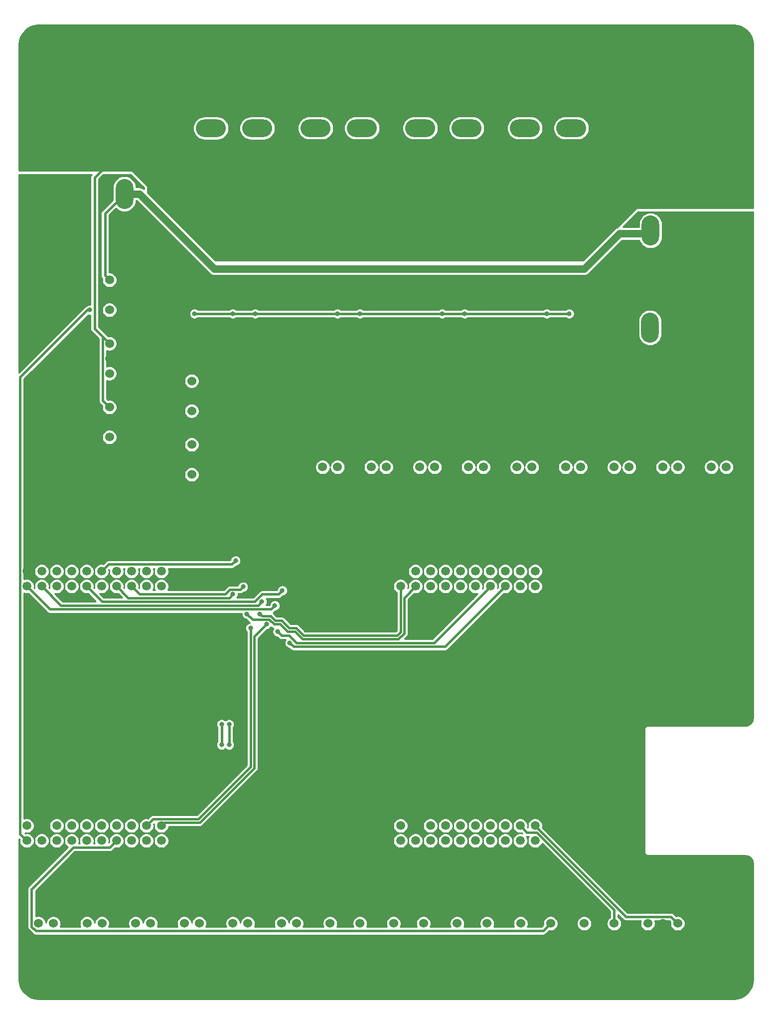
<source format=gbr>
%TF.GenerationSoftware,KiCad,Pcbnew,(5.1.10)-1*%
%TF.CreationDate,2022-03-11T21:03:14-06:00*%
%TF.ProjectId,ScienceMotorController,53636965-6e63-4654-9d6f-746f72436f6e,rev?*%
%TF.SameCoordinates,Original*%
%TF.FileFunction,Copper,L2,Bot*%
%TF.FilePolarity,Positive*%
%FSLAX46Y46*%
G04 Gerber Fmt 4.6, Leading zero omitted, Abs format (unit mm)*
G04 Created by KiCad (PCBNEW (5.1.10)-1) date 2022-03-11 21:03:14*
%MOMM*%
%LPD*%
G01*
G04 APERTURE LIST*
%TA.AperFunction,ComponentPad*%
%ADD10O,3.000000X5.100000*%
%TD*%
%TA.AperFunction,ComponentPad*%
%ADD11O,5.100000X3.000000*%
%TD*%
%TA.AperFunction,ComponentPad*%
%ADD12C,1.520000*%
%TD*%
%TA.AperFunction,ComponentPad*%
%ADD13C,1.524000*%
%TD*%
%TA.AperFunction,ViaPad*%
%ADD14C,0.800000*%
%TD*%
%TA.AperFunction,Conductor*%
%ADD15C,0.381000*%
%TD*%
%TA.AperFunction,Conductor*%
%ADD16C,1.270000*%
%TD*%
%TA.AperFunction,Conductor*%
%ADD17C,0.254000*%
%TD*%
%TA.AperFunction,Conductor*%
%ADD18C,0.100000*%
%TD*%
G04 APERTURE END LIST*
D10*
%TO.P,Conn7,1*%
%TO.N,GND*%
X142005000Y-20405000D03*
%TO.P,Conn7,2*%
%TO.N,+12V*%
X142005000Y-12531000D03*
%TD*%
%TO.P,Conn6,3*%
%TO.N,+12VA*%
X142090000Y11823000D03*
%TO.P,Conn6,1*%
%TO.N,GND*%
X142090000Y-3925000D03*
%TO.P,Conn6,2*%
%TO.N,+12V*%
X142090000Y3949000D03*
%TD*%
%TO.P,Conn5,3*%
%TO.N,+12VA*%
X52705000Y18034000D03*
%TO.P,Conn5,1*%
%TO.N,GND*%
X52705000Y2286000D03*
%TO.P,Conn5,2*%
%TO.N,+12V*%
X52705000Y10160000D03*
%TD*%
D11*
%TO.P,Conn4,1*%
%TO.N,Net-(Conn4-Pad1)*%
X128609000Y21355000D03*
%TO.P,Conn4,2*%
%TO.N,Net-(Conn4-Pad2)*%
X120735000Y21355000D03*
%TD*%
%TO.P,Conn3,1*%
%TO.N,Net-(Conn3-Pad1)*%
X110829000Y21355000D03*
%TO.P,Conn3,2*%
%TO.N,Net-(Conn3-Pad2)*%
X102955000Y21355000D03*
%TD*%
%TO.P,Conn2,1*%
%TO.N,Net-(Conn2-Pad1)*%
X93049000Y21355000D03*
%TO.P,Conn2,2*%
%TO.N,Net-(Conn2-Pad2)*%
X85175000Y21355000D03*
%TD*%
%TO.P,Conn1,1*%
%TO.N,Net-(Conn1-Pad1)*%
X75269000Y21329600D03*
%TO.P,Conn1,2*%
%TO.N,Net-(Conn1-Pad2)*%
X67395000Y21329600D03*
%TD*%
D12*
%TO.P,U6,PP2*%
%TO.N,Net-(U6-PadPP2)*%
X58984000Y-53896000D03*
%TO.P,U6,PN3*%
%TO.N,Net-(U6-PadPN3)*%
X56444000Y-53896000D03*
%TO.P,U6,PN2*%
%TO.N,Net-(U6-PadPN2)*%
X53904000Y-53896000D03*
%TO.P,U6,PD0*%
%TO.N,Net-(U6-PadPD0)*%
X51364000Y-53896000D03*
%TO.P,U6,PD1*%
%TO.N,PWM_1*%
X48824000Y-53896000D03*
%TO.P,U6,Rese*%
%TO.N,Net-(U6-PadRese)*%
X46284000Y-53896000D03*
%TO.P,U6,PH3*%
%TO.N,Net-(U6-PadPH3)*%
X43744000Y-53896000D03*
%TO.P,U6,PH2*%
%TO.N,Net-(U6-PadPH2)*%
X41204000Y-53896000D03*
%TO.P,U6,PM3*%
%TO.N,Net-(U6-PadPM3)*%
X38664000Y-53896000D03*
%TO.P,U6,GND*%
%TO.N,GND*%
X36124000Y-53896000D03*
%TO.P,U6,PL3*%
%TO.N,Net-(U6-PadPL3)*%
X58984000Y-56436000D03*
%TO.P,U6,PL2*%
%TO.N,Net-(U6-PadPL2)*%
X56444000Y-56436000D03*
%TO.P,U6,PL1*%
%TO.N,INB_1*%
X53904000Y-56436000D03*
%TO.P,U6,PL0*%
%TO.N,INA_1*%
X51364000Y-56436000D03*
%TO.P,U6,PL5*%
%TO.N,Net-(U6-PadPL5)*%
X48824000Y-56436000D03*
%TO.P,U6,PL4*%
%TO.N,PWM_4*%
X46284000Y-56436000D03*
%TO.P,U6,PG0*%
%TO.N,Net-(U6-PadPG0)*%
X43744000Y-56436000D03*
%TO.P,U6,PF3*%
%TO.N,Net-(U6-PadPF3)*%
X41204000Y-56436000D03*
%TO.P,U6,PF2*%
%TO.N,INA_3*%
X38664000Y-56436000D03*
%TO.P,U6,PF1*%
%TO.N,INB_3*%
X36124000Y-56436000D03*
%TO.P,U6,PB3*%
%TO.N,Servo_2*%
X58984000Y-99616000D03*
%TO.P,U6,PB2*%
%TO.N,Servo_1*%
X56444000Y-99616000D03*
%TO.P,U6,PC7*%
%TO.N,Limit_Switch_6*%
X53904000Y-99616000D03*
%TO.P,U6,PD3*%
%TO.N,Encoder_PWM_4*%
X51364000Y-99616000D03*
%TO.P,U6,PE5*%
%TO.N,Limit_Switch_5*%
X48824000Y-99616000D03*
%TO.P,U6,PC6*%
%TO.N,Limit_Switch_4*%
X46284000Y-99616000D03*
%TO.P,U6,PC5*%
%TO.N,Limit_Switch_3*%
X43744000Y-99616000D03*
%TO.P,U6,PC4*%
%TO.N,Limit_Switch_2*%
X41204000Y-99616000D03*
%TO.P,U6,PE4*%
%TO.N,Limit_Switch_1*%
X38664000Y-99616000D03*
%TO.P,U6,+3V3*%
%TO.N,+3V3*%
X36124000Y-99616000D03*
%TO.P,U6,PM5*%
%TO.N,PWM_3*%
X58984000Y-97076000D03*
%TO.P,U6,PM4*%
%TO.N,PWM_2*%
X56444000Y-97076000D03*
%TO.P,U6,PA6*%
%TO.N,Encoder_PWM_1*%
X53904000Y-97076000D03*
%TO.P,U6,PD7*%
%TO.N,Net-(U6-PadPD7)*%
X51364000Y-97076000D03*
%TO.P,U6,PE3*%
%TO.N,Current_Sense_4*%
X48824000Y-97076000D03*
%TO.P,U6,PE2*%
%TO.N,Current_Sense_3*%
X46284000Y-97076000D03*
%TO.P,U6,PE1*%
%TO.N,Current_Sense_2*%
X43744000Y-97076000D03*
%TO.P,U6,PE0*%
%TO.N,Current_Sense_1*%
X41204000Y-97076000D03*
%TO.P,U6,GND*%
%TO.N,GND*%
X38664000Y-97076000D03*
%TO.P,U6,+5V*%
%TO.N,Net-(U6-Pad+5V)*%
X36124000Y-97076000D03*
%TO.P,U6,PP5*%
%TO.N,Net-(U6-PadPP5)*%
X104704000Y-53896000D03*
%TO.P,U6,PM7*%
%TO.N,Net-(U6-PadPM7)*%
X102164000Y-53896000D03*
%TO.P,U6,GND*%
%TO.N,GND*%
X99624000Y-53896000D03*
%TO.P,U6,PK7*%
%TO.N,Net-(U6-PadPK7)*%
X122484000Y-56436000D03*
%TO.P,U6,PK6*%
%TO.N,Net-(U6-PadPK6)*%
X119944000Y-56436000D03*
%TO.P,U6,PH1*%
%TO.N,INB_4*%
X117404000Y-56436000D03*
%TO.P,U6,PH0*%
%TO.N,INA_4*%
X114864000Y-56436000D03*
%TO.P,U6,PM2*%
%TO.N,Net-(U6-PadPM2)*%
X112324000Y-56436000D03*
%TO.P,U6,PM1*%
%TO.N,Net-(U6-PadPM1)*%
X109784000Y-56436000D03*
%TO.P,U6,PM0*%
%TO.N,Net-(U6-PadPM0)*%
X107244000Y-56436000D03*
%TO.P,U6,PK5*%
%TO.N,Net-(U6-PadPK5)*%
X104704000Y-56436000D03*
%TO.P,U6,PK4*%
%TO.N,INA_2*%
X102164000Y-56436000D03*
%TO.P,U6,PG1*%
%TO.N,INB_2*%
X99624000Y-56436000D03*
%TO.P,U6,PN4*%
%TO.N,Net-(U6-PadPN4)*%
X122484000Y-99616000D03*
%TO.P,U6,PP4*%
%TO.N,Net-(R43-Pad2)*%
X117404000Y-99616000D03*
%TO.P,U6,PD5*%
%TO.N,Encoder_PWM_3*%
X112324000Y-99616000D03*
%TO.P,U6,PD4*%
%TO.N,Solenoid_Valve_6*%
X109784000Y-99616000D03*
%TO.P,U6,PP1*%
%TO.N,Solenoid_Valve_4*%
X107244000Y-99616000D03*
%TO.P,U6,PP0*%
%TO.N,Solenoid_Valve_2*%
X104704000Y-99616000D03*
%TO.P,U6,PD2*%
%TO.N,Encoder_PWM_2*%
X102164000Y-99616000D03*
%TO.P,U6,PA5*%
%TO.N,Encoder_PWM_6*%
X122484000Y-97076000D03*
%TO.P,U6,PK3*%
%TO.N,Solenoid_Valve_9*%
X117404000Y-97076000D03*
%TO.P,U6,PB5*%
%TO.N,Solenoid_Valve_3*%
X107244000Y-97076000D03*
%TO.P,U6,PB4*%
%TO.N,Solenoid_Valve_1*%
X104704000Y-97076000D03*
%TO.P,U6,GND*%
%TO.N,GND*%
X102164000Y-97076000D03*
%TO.P,U6,+5V`*%
%TO.N,N/C*%
X99624000Y-97076000D03*
%TO.P,U6,PK1*%
%TO.N,Solenoid_Valve_7*%
X112324000Y-97076000D03*
%TO.P,U6,PK2*%
%TO.N,Solenoid_Valve_8*%
X114864000Y-97076000D03*
%TO.P,U6,PN5*%
%TO.N,Net-(U6-PadPN5)*%
X119944000Y-99616000D03*
%TO.P,U6,PA7*%
%TO.N,Net-(U6-PadPA7)*%
X107244000Y-53896000D03*
%TO.P,U6,Rese`*%
%TO.N,N/C*%
X109784000Y-53896000D03*
%TO.P,U6,PA4*%
%TO.N,Encoder_PWM_5*%
X119944000Y-97076000D03*
%TO.P,U6,PQ0*%
%TO.N,Net-(R42-Pad1)*%
X114864000Y-99616000D03*
%TO.P,U6,PP3*%
%TO.N,Net-(U6-PadPP3)*%
X117404000Y-53896000D03*
%TO.P,U6,PQ3*%
%TO.N,Net-(U6-PadPQ3)*%
X114864000Y-53896000D03*
%TO.P,U6,PK0*%
%TO.N,Solenoid_Valve_5*%
X109784000Y-97076000D03*
%TO.P,U6,PQ2*%
%TO.N,Net-(U6-PadPQ2)*%
X112324000Y-53896000D03*
%TO.P,U6,PQ1*%
%TO.N,Net-(U6-PadPQ1)*%
X119944000Y-53896000D03*
%TO.P,U6,PM6*%
%TO.N,Net-(U6-PadPM6)*%
X122484000Y-53896000D03*
%TO.P,U6,+3V3`*%
%TO.N,N/C*%
X99624000Y-99616000D03*
%TD*%
D13*
%TO.P,SolVal9,2*%
%TO.N,Net-(Q9-Pad3)*%
X154940000Y-36195000D03*
%TO.P,SolVal9,1*%
%TO.N,+12VA*%
X152400000Y-36195000D03*
%TD*%
%TO.P,SolVal8,2*%
%TO.N,Net-(Q8-Pad3)*%
X146685000Y-36195000D03*
%TO.P,SolVal8,1*%
%TO.N,+12VA*%
X144145000Y-36195000D03*
%TD*%
%TO.P,SolVal7,2*%
%TO.N,Net-(Q7-Pad3)*%
X138430000Y-36195000D03*
%TO.P,SolVal7,1*%
%TO.N,+12VA*%
X135890000Y-36195000D03*
%TD*%
%TO.P,SolVal6,2*%
%TO.N,Net-(Q6-Pad3)*%
X130175000Y-36195000D03*
%TO.P,SolVal6,1*%
%TO.N,+12VA*%
X127635000Y-36195000D03*
%TD*%
%TO.P,SolVal5,2*%
%TO.N,Net-(Q5-Pad3)*%
X121920000Y-36195000D03*
%TO.P,SolVal5,1*%
%TO.N,+12VA*%
X119380000Y-36195000D03*
%TD*%
%TO.P,SolVal4,2*%
%TO.N,Net-(Q4-Pad3)*%
X113665000Y-36195000D03*
%TO.P,SolVal4,1*%
%TO.N,+12VA*%
X111125000Y-36195000D03*
%TD*%
%TO.P,SolVal3,2*%
%TO.N,Net-(Q3-Pad3)*%
X105410000Y-36195000D03*
%TO.P,SolVal3,1*%
%TO.N,+12VA*%
X102870000Y-36195000D03*
%TD*%
%TO.P,SolVal2,2*%
%TO.N,Net-(Q2-Pad3)*%
X97155000Y-36195000D03*
%TO.P,SolVal2,1*%
%TO.N,+12VA*%
X94615000Y-36195000D03*
%TD*%
%TO.P,SolVal1,2*%
%TO.N,Net-(Q1-Pad3)*%
X88900000Y-36195000D03*
%TO.P,SolVal1,1*%
%TO.N,+12VA*%
X86360000Y-36195000D03*
%TD*%
%TO.P,U8,3*%
%TO.N,+5VA*%
X50165000Y-31115000D03*
%TO.P,U8,2*%
%TO.N,GND*%
X50165000Y-28575000D03*
%TO.P,U8,1*%
%TO.N,+12VA*%
X50165000Y-26035000D03*
%TD*%
%TO.P,U7,3*%
%TO.N,+5VA*%
X50165000Y-20320000D03*
%TO.P,U7,2*%
%TO.N,GND*%
X50165000Y-17780000D03*
%TO.P,U7,1*%
%TO.N,+12VA*%
X50165000Y-15240000D03*
%TD*%
%TO.P,U5,3*%
%TO.N,+3V3*%
X50165000Y-9525000D03*
%TO.P,U5,2*%
%TO.N,GND*%
X50165000Y-6985000D03*
%TO.P,U5,1*%
%TO.N,+12V*%
X50165000Y-4445000D03*
%TD*%
%TO.P,Servo2,3*%
%TO.N,Servo_2*%
X64135000Y-32385000D03*
%TO.P,Servo2,2*%
%TO.N,GND*%
X64135000Y-34925000D03*
%TO.P,Servo2,1*%
%TO.N,+5VA*%
X64135000Y-37465000D03*
%TD*%
%TO.P,Servo1,3*%
%TO.N,Servo_1*%
X64135000Y-21590000D03*
%TO.P,Servo1,2*%
%TO.N,GND*%
X64135000Y-24130000D03*
%TO.P,Servo1,1*%
%TO.N,+5VA*%
X64135000Y-26670000D03*
%TD*%
%TO.P,LimSwitch6,2*%
%TO.N,Limit_Switch_6*%
X81915000Y-113665000D03*
%TO.P,LimSwitch6,1*%
%TO.N,+3V3*%
X79375000Y-113665000D03*
%TD*%
%TO.P,LimSwitch5,2*%
%TO.N,Limit_Switch_3*%
X57150000Y-113665000D03*
%TO.P,LimSwitch5,1*%
%TO.N,+3V3*%
X54610000Y-113665000D03*
%TD*%
%TO.P,LimSwitch4,2*%
%TO.N,Limit_Switch_5*%
X73660000Y-113665000D03*
%TO.P,LimSwitch4,1*%
%TO.N,+3V3*%
X71120000Y-113665000D03*
%TD*%
%TO.P,LimSwitch3,2*%
%TO.N,Limit_Switch_2*%
X48895000Y-113665000D03*
%TO.P,LimSwitch3,1*%
%TO.N,+3V3*%
X46355000Y-113665000D03*
%TD*%
%TO.P,LimSwitch2,2*%
%TO.N,Limit_Switch_4*%
X65405000Y-113665000D03*
%TO.P,LimSwitch2,1*%
%TO.N,+3V3*%
X62865000Y-113665000D03*
%TD*%
%TO.P,LimSwitch1,2*%
%TO.N,Limit_Switch_1*%
X40640000Y-113665000D03*
%TO.P,LimSwitch1,1*%
%TO.N,+3V3*%
X38100000Y-113665000D03*
%TD*%
%TO.P,AbsEncode1,3*%
%TO.N,Encoder_PWM_1*%
X92710000Y-113665000D03*
%TO.P,AbsEncode1,2*%
%TO.N,GND*%
X90170000Y-113665000D03*
%TO.P,AbsEncode1,1*%
%TO.N,+3V3*%
X87630000Y-113665000D03*
%TD*%
%TO.P,AbsEncode2,3*%
%TO.N,Encoder_PWM_4*%
X125095000Y-113665000D03*
%TO.P,AbsEncode2,2*%
%TO.N,GND*%
X122555000Y-113665000D03*
%TO.P,AbsEncode2,1*%
%TO.N,+3V3*%
X120015000Y-113665000D03*
%TD*%
%TO.P,AbsEncode3,3*%
%TO.N,Encoder_PWM_2*%
X103505000Y-113665000D03*
%TO.P,AbsEncode3,2*%
%TO.N,GND*%
X100965000Y-113665000D03*
%TO.P,AbsEncode3,1*%
%TO.N,+3V3*%
X98425000Y-113665000D03*
%TD*%
%TO.P,AbsEncode4,3*%
%TO.N,Encoder_PWM_5*%
X135890000Y-113665000D03*
%TO.P,AbsEncode4,2*%
%TO.N,GND*%
X133350000Y-113665000D03*
%TO.P,AbsEncode4,1*%
%TO.N,+3V3*%
X130810000Y-113665000D03*
%TD*%
%TO.P,AbsEncode5,3*%
%TO.N,Encoder_PWM_3*%
X114300000Y-113665000D03*
%TO.P,AbsEncode5,2*%
%TO.N,GND*%
X111760000Y-113665000D03*
%TO.P,AbsEncode5,1*%
%TO.N,+3V3*%
X109220000Y-113665000D03*
%TD*%
%TO.P,AbsEncode6,3*%
%TO.N,Encoder_PWM_6*%
X146685000Y-113665000D03*
%TO.P,AbsEncode6,2*%
%TO.N,GND*%
X144145000Y-113665000D03*
%TO.P,AbsEncode6,1*%
%TO.N,+3V3*%
X141605000Y-113665000D03*
%TD*%
D14*
%TO.N,GND*%
X150495000Y-45085000D03*
X38735000Y-109855000D03*
X46990000Y-109855000D03*
X55245000Y-109855000D03*
X63500000Y-109855000D03*
X71755000Y-109855000D03*
X80010000Y-109855000D03*
X35560000Y12700000D03*
X40640000Y12700000D03*
X40640000Y7620000D03*
X35560000Y7620000D03*
X35560000Y2540000D03*
X35560000Y-2540000D03*
X35560000Y-7620000D03*
X40640000Y-63500000D03*
X40640000Y-68580000D03*
X40640000Y-33020000D03*
X40640000Y-27940000D03*
X40640000Y-22860000D03*
X40640000Y-17780000D03*
X40640000Y-7620000D03*
X40640000Y-2540000D03*
X45720000Y-2540000D03*
X45720000Y-7620000D03*
X45720000Y-12700000D03*
X45720000Y-17780000D03*
X45720000Y-22860000D03*
X45720000Y-27940000D03*
X45720000Y-33020000D03*
X45720000Y-48260000D03*
X50800000Y-48260000D03*
X55880000Y-48260000D03*
X55880000Y-33020000D03*
X55880000Y-27940000D03*
X55880000Y-22860000D03*
X55880000Y-12700000D03*
X50800000Y-12700000D03*
X50800000Y-22860000D03*
X50800000Y-33020000D03*
X50800000Y-2540000D03*
X55880000Y-2540000D03*
X60960000Y-2540000D03*
X45720000Y2540000D03*
X40640000Y2540000D03*
X45720000Y7620000D03*
X45720000Y12700000D03*
X60960000Y-7620000D03*
X60960000Y-12700000D03*
X60960000Y-17780000D03*
X60960000Y-22860000D03*
X60960000Y-27940000D03*
X60960000Y-33020000D03*
X60960000Y-38100000D03*
X60960000Y-43180000D03*
X60960000Y-48260000D03*
X66040000Y-43180000D03*
X66040000Y-48260000D03*
X66040000Y-33020000D03*
X66040000Y-38100000D03*
X66040000Y-27940000D03*
X66040000Y-17780000D03*
X76200000Y-17780000D03*
X76200000Y-12700000D03*
X81280000Y-12700000D03*
X81280000Y-17780000D03*
X76200000Y-22860000D03*
X106680000Y-27940000D03*
X101600000Y-27940000D03*
X96520000Y-27940000D03*
X91440000Y-27940000D03*
X86360000Y-27940000D03*
X91440000Y-22860000D03*
X96520000Y-22860000D03*
X101600000Y-22860000D03*
X106680000Y-22860000D03*
X111760000Y-22860000D03*
X111760000Y-27940000D03*
X116840000Y-27940000D03*
X116840000Y-22860000D03*
X121920000Y-22860000D03*
X121920000Y-27940000D03*
X127000000Y-27940000D03*
X127000000Y-22860000D03*
X132080000Y-22860000D03*
X132080000Y-27940000D03*
X132080000Y-17780000D03*
X127000000Y-17780000D03*
X137160000Y-27940000D03*
X137160000Y-22860000D03*
X137160000Y-17780000D03*
X142240000Y-27940000D03*
X147320000Y-27940000D03*
X147320000Y-22860000D03*
X147320000Y-17780000D03*
X147320000Y-12700000D03*
X147320000Y-7620000D03*
X147320000Y-2540000D03*
X147320000Y2540000D03*
X152400000Y2540000D03*
X152400000Y-2540000D03*
X152400000Y-7620000D03*
X152400000Y-12700000D03*
X152400000Y-17780000D03*
X152400000Y-22860000D03*
X152400000Y-27940000D03*
X111760000Y-15240000D03*
X93980000Y-15240000D03*
X99060000Y-15240000D03*
X116840000Y-15240000D03*
X86360000Y-53340000D03*
X91440000Y-53340000D03*
X96520000Y-53340000D03*
X96520000Y-58420000D03*
X91440000Y-58420000D03*
X86360000Y-58420000D03*
X86360000Y-63500000D03*
X91440000Y-63500000D03*
X96520000Y-63500000D03*
X101600000Y-58420000D03*
X106680000Y-58420000D03*
X106680000Y-63500000D03*
X111760000Y-63500000D03*
X111760000Y-58420000D03*
X116840000Y-58420000D03*
X121920000Y-58420000D03*
X137160000Y-63500000D03*
X142240000Y-63500000D03*
X147320000Y-58420000D03*
X147320000Y-63500000D03*
X152400000Y-63500000D03*
X152400000Y-58420000D03*
X152400000Y-53340000D03*
X147320000Y-53340000D03*
X66040000Y-68580000D03*
X60960000Y-68580000D03*
X55880000Y-68580000D03*
X50800000Y-68580000D03*
X45720000Y-68580000D03*
X45720000Y-63500000D03*
X50800000Y-63500000D03*
X55880000Y-63500000D03*
X60960000Y-63500000D03*
X66040000Y-63500000D03*
X106680000Y-68580000D03*
X111760000Y-68580000D03*
X137160000Y-68580000D03*
X142240000Y-68580000D03*
X147320000Y-68580000D03*
X152400000Y-68580000D03*
X152400000Y-73660000D03*
X147320000Y-73660000D03*
X142240000Y-73660000D03*
X137160000Y-73660000D03*
X111760000Y-73660000D03*
X106680000Y-73660000D03*
X101600000Y-73660000D03*
X96520000Y-73660000D03*
X91440000Y-73660000D03*
X86360000Y-73660000D03*
X76200000Y-73660000D03*
X66040000Y-73660000D03*
X60960000Y-73660000D03*
X55880000Y-73660000D03*
X50800000Y-73660000D03*
X45720000Y-73660000D03*
X40640000Y-73660000D03*
X40640000Y-78740000D03*
X45720000Y-78740000D03*
X50800000Y-78740000D03*
X55880000Y-78740000D03*
X60960000Y-78740000D03*
X66040000Y-78740000D03*
X76200000Y-78740000D03*
X81280000Y-78740000D03*
X91440000Y-78740000D03*
X96520000Y-78740000D03*
X101600000Y-78740000D03*
X106680000Y-78740000D03*
X111760000Y-78740000D03*
X137160000Y-78740000D03*
X142240000Y-78740000D03*
X147320000Y-78740000D03*
X152400000Y-78740000D03*
X137160000Y-83820000D03*
X101600000Y-83820000D03*
X96520000Y-83820000D03*
X86360000Y-83820000D03*
X81280000Y-83820000D03*
X76200000Y-83820000D03*
X76200000Y-88900000D03*
X81280000Y-88900000D03*
X86360000Y-88900000D03*
X91440000Y-88900000D03*
X101600000Y-88900000D03*
X127000000Y-88900000D03*
X132080000Y-88900000D03*
X137160000Y-88900000D03*
X137160000Y-93980000D03*
X127000000Y-93980000D03*
X96520000Y-93980000D03*
X91440000Y-93980000D03*
X86360000Y-93980000D03*
X81280000Y-93980000D03*
X76200000Y-93980000D03*
X71120000Y-99060000D03*
X76200000Y-99060000D03*
X81280000Y-99060000D03*
X86360000Y-99060000D03*
X91440000Y-99060000D03*
X96520000Y-99060000D03*
X127000000Y-99060000D03*
X137160000Y-99060000D03*
X132080000Y-99060000D03*
X137160000Y-104140000D03*
X132080000Y-104140000D03*
X127000000Y-104140000D03*
X121920000Y-104140000D03*
X116840000Y-104140000D03*
X111760000Y-104140000D03*
X106680000Y-104140000D03*
X101600000Y-104140000D03*
X96520000Y-104140000D03*
X91440000Y-104140000D03*
X86360000Y-104140000D03*
X76200000Y-104140000D03*
X38100000Y-104140000D03*
X43180000Y-104140000D03*
X86360000Y-109220000D03*
X91440000Y-109220000D03*
X96520000Y-109220000D03*
X101600000Y-109220000D03*
X106680000Y-109220000D03*
X111760000Y-109220000D03*
X116840000Y-109220000D03*
X121920000Y-109220000D03*
X127000000Y-109220000D03*
X132080000Y-109220000D03*
X137160000Y-109220000D03*
X142240000Y-109220000D03*
X147320000Y-109220000D03*
X152400000Y-109220000D03*
X152400000Y-104140000D03*
X147320000Y-104140000D03*
X142240000Y-104140000D03*
X152400000Y-114300000D03*
X147320000Y-119380000D03*
X142240000Y-119380000D03*
X137160000Y-119380000D03*
X132080000Y-119380000D03*
X127000000Y-119380000D03*
X121920000Y-119380000D03*
X116840000Y-119380000D03*
X111760000Y-119380000D03*
X106680000Y-119380000D03*
X101600000Y-119380000D03*
X96520000Y-119380000D03*
X91440000Y-119380000D03*
X86360000Y-119380000D03*
X81280000Y-119380000D03*
X76200000Y-119380000D03*
X71120000Y-119380000D03*
X66040000Y-119380000D03*
X60960000Y-119380000D03*
X55880000Y-119380000D03*
X50800000Y-119380000D03*
X45720000Y-119380000D03*
X45720000Y-124460000D03*
X50800000Y-124460000D03*
X55880000Y-124460000D03*
X60960000Y-124460000D03*
X66040000Y-124460000D03*
X71120000Y-124460000D03*
X76200000Y-124460000D03*
X81280000Y-124460000D03*
X86360000Y-124460000D03*
X91440000Y-124460000D03*
X96520000Y-124460000D03*
X101600000Y-124460000D03*
X106680000Y-124460000D03*
X111760000Y-124460000D03*
X116840000Y-124460000D03*
X121920000Y-124460000D03*
X127000000Y-124460000D03*
X132080000Y-124460000D03*
X137160000Y-124460000D03*
X142240000Y-124460000D03*
X147320000Y-124460000D03*
X120650000Y-11430000D03*
X102870000Y-11430000D03*
X85090000Y-11430000D03*
X67310000Y-11430000D03*
X70485000Y-12700000D03*
X70485000Y-17780000D03*
X70485000Y-22860000D03*
X81915000Y-33020000D03*
X81915000Y-38100000D03*
X81915000Y-43180000D03*
X81915000Y-48260000D03*
X81915000Y-53340000D03*
X81915000Y-58420000D03*
X102235000Y-62865000D03*
X81280000Y-69215000D03*
X86360000Y-69215000D03*
X91440000Y-69215000D03*
X96520000Y-69215000D03*
X101600000Y-69215000D03*
X71374000Y-78740000D03*
X71374000Y-73660000D03*
X71374000Y-68580000D03*
X66040000Y-83820000D03*
X60960000Y-83820000D03*
X55880000Y-83820000D03*
X60960000Y2540000D03*
X137160000Y-12700000D03*
X136525000Y-7620000D03*
X136525000Y-2540000D03*
X66040000Y-55245000D03*
X142240000Y-45085000D03*
X133985000Y-45085000D03*
X125730000Y-45085000D03*
X117475000Y-45085000D03*
X109220000Y-45085000D03*
X100965000Y-45085000D03*
X92710000Y-45085000D03*
X84455000Y-45085000D03*
X142240000Y-58420000D03*
X142240000Y-53340000D03*
X137160000Y-53340000D03*
X137160000Y-58420000D03*
X137160000Y-48260000D03*
X142240000Y-48260000D03*
X147320000Y-48260000D03*
X152400000Y-48260000D03*
X157480000Y-78740000D03*
X157480000Y-73660000D03*
X157480000Y-68580000D03*
X157480000Y-63500000D03*
X157480000Y-58420000D03*
X157480000Y-53340000D03*
X157480000Y-48260000D03*
X157480000Y5080000D03*
X157480000Y-104140000D03*
X157480000Y-109220000D03*
X116840000Y-63500000D03*
X121920000Y-63500000D03*
X127000000Y-63500000D03*
X127000000Y-58420000D03*
X127000000Y-53340000D03*
X127000000Y-68580000D03*
X121920000Y-68580000D03*
X116840000Y-68580000D03*
X116840000Y-73660000D03*
X121920000Y-73660000D03*
X127000000Y-73660000D03*
X121920000Y-78740000D03*
X116840000Y-78740000D03*
X116840000Y-83820000D03*
X111760000Y-83820000D03*
X106680000Y-83820000D03*
X106680000Y-88900000D03*
X111760000Y-88900000D03*
X96520000Y-88900000D03*
X91440000Y-83820000D03*
X86360000Y-78740000D03*
X81280000Y-73660000D03*
X71374000Y-63500000D03*
X76835000Y-66040000D03*
X35560000Y-12700000D03*
X40640000Y-12700000D03*
X35560000Y-17780000D03*
X55880000Y-38100000D03*
X55880000Y-43180000D03*
X50800000Y-43180000D03*
X50800000Y-38100000D03*
X45720000Y-38100000D03*
X40640000Y-38100000D03*
X40640000Y-43180000D03*
X45720000Y-43180000D03*
X40640000Y-48260000D03*
X66040000Y-88900000D03*
X60960000Y-88900000D03*
X55880000Y-88900000D03*
X55880000Y-93980000D03*
X60960000Y-93980000D03*
X49403000Y-89154000D03*
X45593000Y-89154000D03*
X41783000Y-89154000D03*
X72390000Y-85725000D03*
X71120000Y-93980000D03*
X66040000Y-99060000D03*
%TO.N,+3V3*%
X71120000Y-10160000D03*
X74930000Y-10160000D03*
X88900000Y-10160000D03*
X92710000Y-10160000D03*
X106680000Y-10160000D03*
X110490000Y-10160000D03*
X124460000Y-10160000D03*
X128270000Y-10160000D03*
X46834500Y-9525000D03*
X64614500Y-10160000D03*
%TO.N,+12VA*%
X121285000Y1270000D03*
X121285000Y0D03*
X121285000Y3810000D03*
X121285000Y2540000D03*
X127635000Y3810000D03*
X126365000Y3810000D03*
X128905000Y2540000D03*
X123825000Y1270000D03*
X128905000Y1270000D03*
X125095000Y3810000D03*
X123825000Y0D03*
X123825000Y2540000D03*
X125095000Y0D03*
X126365000Y1270000D03*
X122555000Y0D03*
X122555000Y1270000D03*
X122555000Y3810000D03*
X130175000Y2540000D03*
X127635000Y0D03*
X130175000Y3810000D03*
X130175000Y1270000D03*
X125095000Y2540000D03*
X123825000Y3810000D03*
X125095000Y1270000D03*
X126365000Y2540000D03*
X126365000Y0D03*
X128905000Y0D03*
X127635000Y2540000D03*
X127635000Y1270000D03*
X128905000Y3810000D03*
X130175000Y0D03*
X122555000Y2540000D03*
X103505000Y1270000D03*
X103505000Y0D03*
X103505000Y3810000D03*
X103505000Y2540000D03*
X109855000Y3810000D03*
X108585000Y3810000D03*
X111125000Y2540000D03*
X106045000Y1270000D03*
X111125000Y1270000D03*
X107315000Y3810000D03*
X106045000Y0D03*
X106045000Y2540000D03*
X107315000Y0D03*
X108585000Y1270000D03*
X104775000Y0D03*
X104775000Y1270000D03*
X104775000Y3810000D03*
X112395000Y2540000D03*
X109855000Y0D03*
X112395000Y3810000D03*
X112395000Y1270000D03*
X107315000Y2540000D03*
X106045000Y3810000D03*
X107315000Y1270000D03*
X108585000Y2540000D03*
X108585000Y0D03*
X111125000Y0D03*
X109855000Y2540000D03*
X109855000Y1270000D03*
X111125000Y3810000D03*
X112395000Y0D03*
X104775000Y2540000D03*
X85725000Y1270000D03*
X85725000Y0D03*
X85725000Y3810000D03*
X85725000Y2540000D03*
X92075000Y3810000D03*
X90805000Y3810000D03*
X93345000Y2540000D03*
X88265000Y1270000D03*
X93345000Y1270000D03*
X89535000Y3810000D03*
X88265000Y0D03*
X88265000Y2540000D03*
X89535000Y0D03*
X90805000Y1270000D03*
X86995000Y0D03*
X86995000Y1270000D03*
X86995000Y3810000D03*
X94615000Y2540000D03*
X92075000Y0D03*
X94615000Y3810000D03*
X94615000Y1270000D03*
X89535000Y2540000D03*
X88265000Y3810000D03*
X89535000Y1270000D03*
X90805000Y2540000D03*
X90805000Y0D03*
X93345000Y0D03*
X92075000Y2540000D03*
X92075000Y1270000D03*
X93345000Y3810000D03*
X94615000Y0D03*
X86995000Y2540000D03*
X76835000Y3810000D03*
X76835000Y2540000D03*
X76835000Y1270000D03*
X76835000Y0D03*
X75565000Y0D03*
X75565000Y1270000D03*
X75565000Y2540000D03*
X75565000Y3810000D03*
X74295000Y3810000D03*
X74295000Y2540000D03*
X74295000Y1270000D03*
X74295000Y0D03*
X73025000Y0D03*
X73025000Y1270000D03*
X73025000Y2540000D03*
X73025000Y3810000D03*
X71755000Y3810000D03*
X71755000Y2540000D03*
X71755000Y1270000D03*
X71755000Y0D03*
X70485000Y0D03*
X70485000Y1270000D03*
X70485000Y2540000D03*
X70485000Y3810000D03*
X69215000Y3810000D03*
X69215000Y2540000D03*
X69215000Y1270000D03*
X69215000Y0D03*
X67945000Y0D03*
X67945000Y1270000D03*
X67945000Y2540000D03*
X67945000Y3810000D03*
%TO.N,INA_1*%
X71120000Y-57785000D03*
%TO.N,INA_2*%
X73504500Y-61115500D03*
%TO.N,INA_3*%
X76044500Y-59055000D03*
%TO.N,INA_4*%
X78740000Y-64135000D03*
%TO.N,PWM_1*%
X71599500Y-52070000D03*
%TO.N,PWM_2*%
X74139500Y-63500000D03*
%TO.N,PWM_3*%
X76835000Y-62865000D03*
%TO.N,PWM_4*%
X79530500Y-57150000D03*
%TO.N,INB_1*%
X72869500Y-56515000D03*
%TO.N,INB_2*%
X75720500Y-61115500D03*
%TO.N,INB_3*%
X78260500Y-59690000D03*
%TO.N,INB_4*%
X80800500Y-66040000D03*
%TO.N,Servo_1*%
X70485000Y-79854500D03*
X70485000Y-83340500D03*
%TO.N,Servo_2*%
X69215000Y-83340500D03*
X69215000Y-79854500D03*
%TD*%
D15*
%TO.N,+3V3*%
X71120000Y-10160000D02*
X74930000Y-10160000D01*
X88900000Y-10160000D02*
X92710000Y-10160000D01*
X106680000Y-10160000D02*
X110490000Y-10160000D01*
X124460000Y-10160000D02*
X128270000Y-10160000D01*
X74930000Y-10160000D02*
X88900000Y-10160000D01*
X92710000Y-10160000D02*
X106680000Y-10160000D01*
X110490000Y-10160000D02*
X124460000Y-10160000D01*
X34973499Y-20958759D02*
X46407258Y-9525000D01*
X34973499Y-98465499D02*
X34973499Y-20958759D01*
X36124000Y-99616000D02*
X34973499Y-98465499D01*
X46407258Y-9525000D02*
X46834500Y-9525000D01*
X71120000Y-10160000D02*
X64614500Y-10160000D01*
%TO.N,Encoder_PWM_4*%
X50213499Y-100766501D02*
X44013499Y-100766501D01*
X51364000Y-99616000D02*
X50213499Y-100766501D01*
X36947499Y-114218201D02*
X37664298Y-114935000D01*
X36947499Y-107832501D02*
X36947499Y-114218201D01*
X44013499Y-100766501D02*
X36947499Y-107832501D01*
X123825000Y-114935000D02*
X125095000Y-113665000D01*
X37664298Y-114935000D02*
X123825000Y-114935000D01*
%TO.N,Encoder_PWM_5*%
X121094501Y-98226501D02*
X119944000Y-97076000D01*
X122797243Y-98226501D02*
X121094501Y-98226501D01*
X135890000Y-111319258D02*
X122797243Y-98226501D01*
X135890000Y-113665000D02*
X135890000Y-111319258D01*
%TO.N,Encoder_PWM_6*%
X145532499Y-112512499D02*
X137904913Y-112512499D01*
X146685000Y-113665000D02*
X145532499Y-112512499D01*
X122484000Y-97091586D02*
X122484000Y-97076000D01*
X137904913Y-112512499D02*
X122484000Y-97091586D01*
%TO.N,+12VA*%
X49012499Y-14087499D02*
X50165000Y-15240000D01*
X49012499Y-24882499D02*
X49012499Y-14087499D01*
X50165000Y-26035000D02*
X49012499Y-24882499D01*
X49012499Y-14087499D02*
X47625000Y-12700000D01*
X47625000Y12954000D02*
X52705000Y18034000D01*
X47625000Y-12700000D02*
X47625000Y12954000D01*
%TO.N,+12V*%
X49403001Y-3683001D02*
X50165000Y-4445000D01*
X49403001Y6858001D02*
X49403001Y-3683001D01*
X52705000Y10160000D02*
X49403001Y6858001D01*
D16*
X136779000Y3429000D02*
X141605000Y3429000D01*
X67945000Y-2540000D02*
X130810000Y-2540000D01*
X130810000Y-2540000D02*
X136779000Y3429000D01*
X55245000Y10160000D02*
X67945000Y-2540000D01*
X52705000Y10160000D02*
X55245000Y10160000D01*
D15*
%TO.N,INA_1*%
X60325000Y-58420000D02*
X70485000Y-58420000D01*
X70485000Y-58420000D02*
X71120000Y-57785000D01*
X51364000Y-56436000D02*
X53348000Y-58420000D01*
X53348000Y-58420000D02*
X60325000Y-58420000D01*
%TO.N,INA_2*%
X78105000Y-62865000D02*
X77314499Y-62074499D01*
X80383344Y-64135000D02*
X79113344Y-62865000D01*
X81653344Y-64135000D02*
X80383344Y-64135000D01*
X77314499Y-62074499D02*
X74463499Y-62074499D01*
X79113344Y-62865000D02*
X78105000Y-62865000D01*
X82923344Y-65405000D02*
X81653344Y-64135000D01*
X74463499Y-62074499D02*
X73504500Y-61115500D01*
X99246672Y-65405000D02*
X82923344Y-65405000D01*
X100205009Y-64446663D02*
X99246672Y-65405000D01*
X100205010Y-58394990D02*
X100205009Y-64446663D01*
X102164000Y-56436000D02*
X100205010Y-58394990D01*
%TO.N,INA_3*%
X60325000Y-59690000D02*
X75409500Y-59690000D01*
X75409500Y-59690000D02*
X76044500Y-59055000D01*
X38664000Y-56436000D02*
X41918000Y-59690000D01*
X41918000Y-59690000D02*
X60325000Y-59690000D01*
%TO.N,INA_4*%
X114864000Y-56485942D02*
X114864000Y-56436000D01*
X105309942Y-66040000D02*
X114864000Y-56485942D01*
X81970442Y-66040000D02*
X105309942Y-66040000D01*
X80700442Y-64770000D02*
X81970442Y-66040000D01*
X79375000Y-64770000D02*
X80700442Y-64770000D01*
X78740000Y-64135000D02*
X79375000Y-64770000D01*
%TO.N,PWM_1*%
X48824000Y-53896000D02*
X50015000Y-52705000D01*
X50015000Y-52705000D02*
X60325000Y-52705000D01*
X70964500Y-52705000D02*
X71599500Y-52070000D01*
X60325000Y-52705000D02*
X70964500Y-52705000D01*
%TO.N,PWM_2*%
X57594501Y-95925499D02*
X56444000Y-97076000D01*
X65264443Y-95925499D02*
X57594501Y-95925499D01*
X74139500Y-87050442D02*
X65264443Y-95925499D01*
X74139500Y-63500000D02*
X74139500Y-87050442D01*
%TO.N,PWM_3*%
X65491614Y-96520000D02*
X59540000Y-96520000D01*
X74720509Y-87291105D02*
X65491614Y-96520000D01*
X74720510Y-64979490D02*
X74720509Y-87291105D01*
X59540000Y-96520000D02*
X58984000Y-97076000D01*
X76835000Y-62865000D02*
X74720510Y-64979490D01*
%TO.N,PWM_4*%
X60325000Y-59055000D02*
X62865000Y-59055000D01*
X62865000Y-59055000D02*
X74874558Y-59055000D01*
X74874558Y-59055000D02*
X76144558Y-57785000D01*
X76144558Y-57785000D02*
X78895500Y-57785000D01*
X78895500Y-57785000D02*
X79530500Y-57150000D01*
X46284000Y-56436000D02*
X48903000Y-59055000D01*
X48903000Y-59055000D02*
X60325000Y-59055000D01*
%TO.N,INB_1*%
X53904000Y-56436000D02*
X55253000Y-57785000D01*
X55253000Y-57785000D02*
X60325000Y-57785000D01*
X60325000Y-57785000D02*
X63500000Y-57785000D01*
X63500000Y-57785000D02*
X69850000Y-57785000D01*
X69850000Y-57785000D02*
X70640501Y-56994499D01*
X72390001Y-56994499D02*
X72869500Y-56515000D01*
X70640501Y-56994499D02*
X72390001Y-56994499D01*
%TO.N,INB_2*%
X99624000Y-56436000D02*
X99624000Y-64206000D01*
X99624000Y-64206000D02*
X99060000Y-64770000D01*
X99060000Y-64770000D02*
X97790000Y-64770000D01*
X97790000Y-64770000D02*
X83110016Y-64770000D01*
X83110016Y-64770000D02*
X81840016Y-63500000D01*
X81840016Y-63500000D02*
X80645000Y-63500000D01*
X80645000Y-63500000D02*
X79375000Y-62230000D01*
X79375000Y-62230000D02*
X78291672Y-62230000D01*
X76098489Y-61493489D02*
X75720500Y-61115500D01*
X77555161Y-61493489D02*
X76098489Y-61493489D01*
X78291672Y-62230000D02*
X77555161Y-61493489D01*
%TO.N,INB_3*%
X60325000Y-60325000D02*
X71755000Y-60325000D01*
X77625500Y-60325000D02*
X78260500Y-59690000D01*
X71755000Y-60325000D02*
X77625500Y-60325000D01*
X36124000Y-56436000D02*
X40013000Y-60325000D01*
X40013000Y-60325000D02*
X60325000Y-60325000D01*
%TO.N,INB_4*%
X107165000Y-66675000D02*
X117404000Y-56436000D01*
X81435500Y-66675000D02*
X107165000Y-66675000D01*
X80800500Y-66040000D02*
X81435500Y-66675000D01*
%TO.N,Servo_1*%
X70485000Y-79854500D02*
X70485000Y-83340500D01*
%TO.N,Servo_2*%
X69215000Y-83340500D02*
X69215000Y-79854500D01*
%TD*%
D17*
%TO.N,GND*%
X56007000Y11219580D02*
X56007000Y11013276D01*
X55883089Y11114968D01*
X55684523Y11221103D01*
X55469067Y11286461D01*
X55301146Y11303000D01*
X55301139Y11303000D01*
X55245000Y11308529D01*
X55188861Y11303000D01*
X54713000Y11303000D01*
X54713000Y11308638D01*
X54683945Y11603637D01*
X54569126Y11982146D01*
X54382669Y12330982D01*
X54131740Y12636740D01*
X53825982Y12887669D01*
X53477145Y13074126D01*
X53098636Y13188945D01*
X52705000Y13227715D01*
X52311363Y13188945D01*
X51932854Y13074126D01*
X51584018Y12887669D01*
X51278260Y12636740D01*
X51027331Y12330982D01*
X50840874Y11982145D01*
X50726055Y11603636D01*
X50697000Y11308637D01*
X50697001Y9139828D01*
X48933345Y7376172D01*
X48906698Y7354303D01*
X48884830Y7327657D01*
X48884827Y7327654D01*
X48819410Y7247944D01*
X48818304Y7245874D01*
X48754549Y7126597D01*
X48714608Y6994930D01*
X48704501Y6892309D01*
X48704501Y6892299D01*
X48701123Y6858001D01*
X48704501Y6823703D01*
X48704502Y-3648693D01*
X48701123Y-3683001D01*
X48714609Y-3819930D01*
X48754550Y-3951599D01*
X48819410Y-4072944D01*
X48884827Y-4152654D01*
X48884831Y-4152658D01*
X48906699Y-4179304D01*
X48920686Y-4190783D01*
X48895000Y-4319916D01*
X48895000Y-4570084D01*
X48943805Y-4815445D01*
X49039541Y-5046571D01*
X49178527Y-5254578D01*
X49355422Y-5431473D01*
X49563429Y-5570459D01*
X49794555Y-5666195D01*
X50039916Y-5715000D01*
X50290084Y-5715000D01*
X50535445Y-5666195D01*
X50766571Y-5570459D01*
X50974578Y-5431473D01*
X51151473Y-5254578D01*
X51290459Y-5046571D01*
X51386195Y-4815445D01*
X51435000Y-4570084D01*
X51435000Y-4319916D01*
X51386195Y-4074555D01*
X51290459Y-3843429D01*
X51151473Y-3635422D01*
X50974578Y-3458527D01*
X50766571Y-3319541D01*
X50535445Y-3223805D01*
X50290084Y-3175000D01*
X50101501Y-3175000D01*
X50101501Y6568674D01*
X51250236Y7717409D01*
X51278261Y7683260D01*
X51584019Y7432331D01*
X51932855Y7245874D01*
X52311364Y7131055D01*
X52705000Y7092285D01*
X53098637Y7131055D01*
X53477146Y7245874D01*
X53825982Y7432331D01*
X54131740Y7683260D01*
X54382669Y7989018D01*
X54569126Y8337854D01*
X54683945Y8716363D01*
X54713000Y9011362D01*
X54713000Y9017000D01*
X54771555Y9017000D01*
X67097082Y-3308529D01*
X67132867Y-3352133D01*
X67176471Y-3387918D01*
X67176477Y-3387924D01*
X67287117Y-3478723D01*
X67306911Y-3494968D01*
X67505477Y-3601103D01*
X67655574Y-3646635D01*
X67720932Y-3666461D01*
X67743600Y-3668694D01*
X67888854Y-3683000D01*
X67888860Y-3683000D01*
X67944999Y-3688529D01*
X68001138Y-3683000D01*
X130753861Y-3683000D01*
X130810000Y-3688529D01*
X130866139Y-3683000D01*
X130866146Y-3683000D01*
X131034067Y-3666461D01*
X131249523Y-3601103D01*
X131448089Y-3494968D01*
X131622133Y-3352133D01*
X131657928Y-3308518D01*
X137252446Y2286000D01*
X140177598Y2286000D01*
X140225874Y2126855D01*
X140412331Y1778018D01*
X140663260Y1472260D01*
X140969018Y1221331D01*
X141317854Y1034874D01*
X141696363Y920055D01*
X142090000Y881285D01*
X142483636Y920055D01*
X142862145Y1034874D01*
X143210982Y1221331D01*
X143516740Y1472260D01*
X143767669Y1778018D01*
X143954126Y2126854D01*
X144068945Y2505363D01*
X144098000Y2800362D01*
X144098000Y5097638D01*
X144068945Y5392637D01*
X143954126Y5771146D01*
X143767669Y6119982D01*
X143516740Y6425740D01*
X143210982Y6676669D01*
X142862146Y6863126D01*
X142483637Y6977945D01*
X142090000Y7016715D01*
X141696364Y6977945D01*
X141317855Y6863126D01*
X140969019Y6676669D01*
X140663261Y6425740D01*
X140412332Y6119982D01*
X140225875Y5771146D01*
X140111056Y5392637D01*
X140082001Y5097638D01*
X140082001Y4572000D01*
X137370420Y4572000D01*
X139910420Y7112000D01*
X159487001Y7112000D01*
X159487000Y-78078825D01*
X159487000Y-78713935D01*
X159458364Y-79005992D01*
X159381114Y-79261855D01*
X159255640Y-79497838D01*
X159086718Y-79704956D01*
X158880784Y-79875320D01*
X158645680Y-80002440D01*
X158390364Y-80081474D01*
X158099929Y-80112000D01*
X141631175Y-80112000D01*
X141605000Y-80109422D01*
X141578825Y-80112000D01*
X141500514Y-80119713D01*
X141400043Y-80150190D01*
X141307449Y-80199683D01*
X141226289Y-80266289D01*
X141159683Y-80347449D01*
X141110190Y-80440043D01*
X141079713Y-80540514D01*
X141069422Y-80645000D01*
X141072000Y-80671175D01*
X141072001Y-101573815D01*
X141069422Y-101600000D01*
X141079713Y-101704486D01*
X141110190Y-101804957D01*
X141159683Y-101897551D01*
X141226289Y-101978711D01*
X141307449Y-102045317D01*
X141400043Y-102094810D01*
X141500514Y-102125287D01*
X141578825Y-102133000D01*
X141605000Y-102135578D01*
X141631175Y-102133000D01*
X158088935Y-102133000D01*
X158380991Y-102161636D01*
X158636856Y-102238886D01*
X158872838Y-102364360D01*
X159079958Y-102533283D01*
X159250322Y-102739218D01*
X159377440Y-102974320D01*
X159456474Y-103229636D01*
X159487001Y-103520080D01*
X159487000Y-123163934D01*
X159422083Y-123826009D01*
X159237374Y-124437794D01*
X158937354Y-125002049D01*
X158533452Y-125497283D01*
X158041043Y-125904639D01*
X157478895Y-126208591D01*
X156868420Y-126397565D01*
X156207783Y-126467000D01*
X38126066Y-126467000D01*
X37463991Y-126402083D01*
X36852206Y-126217374D01*
X36287951Y-125917354D01*
X35792717Y-125513452D01*
X35385361Y-125021043D01*
X35081409Y-124458895D01*
X34892435Y-123848420D01*
X34823000Y-123187783D01*
X34823000Y-107832501D01*
X36245621Y-107832501D01*
X36248999Y-107866799D01*
X36249000Y-114183893D01*
X36245621Y-114218201D01*
X36249000Y-114252509D01*
X36249000Y-114252510D01*
X36259107Y-114355131D01*
X36262671Y-114366879D01*
X36299048Y-114486799D01*
X36363908Y-114608144D01*
X36429325Y-114687854D01*
X36429329Y-114687858D01*
X36451197Y-114714504D01*
X36477842Y-114736371D01*
X37146127Y-115404657D01*
X37167995Y-115431303D01*
X37194641Y-115453171D01*
X37194644Y-115453174D01*
X37274354Y-115518591D01*
X37339215Y-115553260D01*
X37395701Y-115583452D01*
X37527368Y-115623393D01*
X37629989Y-115633500D01*
X37630000Y-115633500D01*
X37664298Y-115636878D01*
X37698596Y-115633500D01*
X123790702Y-115633500D01*
X123825000Y-115636878D01*
X123859298Y-115633500D01*
X123859309Y-115633500D01*
X123961930Y-115623393D01*
X124093597Y-115583452D01*
X124214943Y-115518591D01*
X124321303Y-115431303D01*
X124343175Y-115404652D01*
X124838890Y-114908938D01*
X124969916Y-114935000D01*
X125220084Y-114935000D01*
X125465445Y-114886195D01*
X125696571Y-114790459D01*
X125904578Y-114651473D01*
X126081473Y-114474578D01*
X126220459Y-114266571D01*
X126316195Y-114035445D01*
X126365000Y-113790084D01*
X126365000Y-113539916D01*
X129540000Y-113539916D01*
X129540000Y-113790084D01*
X129588805Y-114035445D01*
X129684541Y-114266571D01*
X129823527Y-114474578D01*
X130000422Y-114651473D01*
X130208429Y-114790459D01*
X130439555Y-114886195D01*
X130684916Y-114935000D01*
X130935084Y-114935000D01*
X131180445Y-114886195D01*
X131411571Y-114790459D01*
X131619578Y-114651473D01*
X131796473Y-114474578D01*
X131935459Y-114266571D01*
X132031195Y-114035445D01*
X132080000Y-113790084D01*
X132080000Y-113539916D01*
X132031195Y-113294555D01*
X131935459Y-113063429D01*
X131796473Y-112855422D01*
X131619578Y-112678527D01*
X131411571Y-112539541D01*
X131180445Y-112443805D01*
X130935084Y-112395000D01*
X130684916Y-112395000D01*
X130439555Y-112443805D01*
X130208429Y-112539541D01*
X130000422Y-112678527D01*
X129823527Y-112855422D01*
X129684541Y-113063429D01*
X129588805Y-113294555D01*
X129540000Y-113539916D01*
X126365000Y-113539916D01*
X126316195Y-113294555D01*
X126220459Y-113063429D01*
X126081473Y-112855422D01*
X125904578Y-112678527D01*
X125696571Y-112539541D01*
X125465445Y-112443805D01*
X125220084Y-112395000D01*
X124969916Y-112395000D01*
X124724555Y-112443805D01*
X124493429Y-112539541D01*
X124285422Y-112678527D01*
X124108527Y-112855422D01*
X123969541Y-113063429D01*
X123873805Y-113294555D01*
X123825000Y-113539916D01*
X123825000Y-113790084D01*
X123851062Y-113921110D01*
X123535673Y-114236500D01*
X121152915Y-114236500D01*
X121236195Y-114035445D01*
X121285000Y-113790084D01*
X121285000Y-113539916D01*
X121236195Y-113294555D01*
X121140459Y-113063429D01*
X121001473Y-112855422D01*
X120824578Y-112678527D01*
X120616571Y-112539541D01*
X120385445Y-112443805D01*
X120140084Y-112395000D01*
X119889916Y-112395000D01*
X119644555Y-112443805D01*
X119413429Y-112539541D01*
X119205422Y-112678527D01*
X119028527Y-112855422D01*
X118889541Y-113063429D01*
X118793805Y-113294555D01*
X118745000Y-113539916D01*
X118745000Y-113790084D01*
X118793805Y-114035445D01*
X118877085Y-114236500D01*
X115437915Y-114236500D01*
X115521195Y-114035445D01*
X115570000Y-113790084D01*
X115570000Y-113539916D01*
X115521195Y-113294555D01*
X115425459Y-113063429D01*
X115286473Y-112855422D01*
X115109578Y-112678527D01*
X114901571Y-112539541D01*
X114670445Y-112443805D01*
X114425084Y-112395000D01*
X114174916Y-112395000D01*
X113929555Y-112443805D01*
X113698429Y-112539541D01*
X113490422Y-112678527D01*
X113313527Y-112855422D01*
X113174541Y-113063429D01*
X113078805Y-113294555D01*
X113030000Y-113539916D01*
X113030000Y-113790084D01*
X113078805Y-114035445D01*
X113162085Y-114236500D01*
X110357915Y-114236500D01*
X110441195Y-114035445D01*
X110490000Y-113790084D01*
X110490000Y-113539916D01*
X110441195Y-113294555D01*
X110345459Y-113063429D01*
X110206473Y-112855422D01*
X110029578Y-112678527D01*
X109821571Y-112539541D01*
X109590445Y-112443805D01*
X109345084Y-112395000D01*
X109094916Y-112395000D01*
X108849555Y-112443805D01*
X108618429Y-112539541D01*
X108410422Y-112678527D01*
X108233527Y-112855422D01*
X108094541Y-113063429D01*
X107998805Y-113294555D01*
X107950000Y-113539916D01*
X107950000Y-113790084D01*
X107998805Y-114035445D01*
X108082085Y-114236500D01*
X104642915Y-114236500D01*
X104726195Y-114035445D01*
X104775000Y-113790084D01*
X104775000Y-113539916D01*
X104726195Y-113294555D01*
X104630459Y-113063429D01*
X104491473Y-112855422D01*
X104314578Y-112678527D01*
X104106571Y-112539541D01*
X103875445Y-112443805D01*
X103630084Y-112395000D01*
X103379916Y-112395000D01*
X103134555Y-112443805D01*
X102903429Y-112539541D01*
X102695422Y-112678527D01*
X102518527Y-112855422D01*
X102379541Y-113063429D01*
X102283805Y-113294555D01*
X102235000Y-113539916D01*
X102235000Y-113790084D01*
X102283805Y-114035445D01*
X102367085Y-114236500D01*
X99562915Y-114236500D01*
X99646195Y-114035445D01*
X99695000Y-113790084D01*
X99695000Y-113539916D01*
X99646195Y-113294555D01*
X99550459Y-113063429D01*
X99411473Y-112855422D01*
X99234578Y-112678527D01*
X99026571Y-112539541D01*
X98795445Y-112443805D01*
X98550084Y-112395000D01*
X98299916Y-112395000D01*
X98054555Y-112443805D01*
X97823429Y-112539541D01*
X97615422Y-112678527D01*
X97438527Y-112855422D01*
X97299541Y-113063429D01*
X97203805Y-113294555D01*
X97155000Y-113539916D01*
X97155000Y-113790084D01*
X97203805Y-114035445D01*
X97287085Y-114236500D01*
X93847915Y-114236500D01*
X93931195Y-114035445D01*
X93980000Y-113790084D01*
X93980000Y-113539916D01*
X93931195Y-113294555D01*
X93835459Y-113063429D01*
X93696473Y-112855422D01*
X93519578Y-112678527D01*
X93311571Y-112539541D01*
X93080445Y-112443805D01*
X92835084Y-112395000D01*
X92584916Y-112395000D01*
X92339555Y-112443805D01*
X92108429Y-112539541D01*
X91900422Y-112678527D01*
X91723527Y-112855422D01*
X91584541Y-113063429D01*
X91488805Y-113294555D01*
X91440000Y-113539916D01*
X91440000Y-113790084D01*
X91488805Y-114035445D01*
X91572085Y-114236500D01*
X88767915Y-114236500D01*
X88851195Y-114035445D01*
X88900000Y-113790084D01*
X88900000Y-113539916D01*
X88851195Y-113294555D01*
X88755459Y-113063429D01*
X88616473Y-112855422D01*
X88439578Y-112678527D01*
X88231571Y-112539541D01*
X88000445Y-112443805D01*
X87755084Y-112395000D01*
X87504916Y-112395000D01*
X87259555Y-112443805D01*
X87028429Y-112539541D01*
X86820422Y-112678527D01*
X86643527Y-112855422D01*
X86504541Y-113063429D01*
X86408805Y-113294555D01*
X86360000Y-113539916D01*
X86360000Y-113790084D01*
X86408805Y-114035445D01*
X86492085Y-114236500D01*
X83052915Y-114236500D01*
X83136195Y-114035445D01*
X83185000Y-113790084D01*
X83185000Y-113539916D01*
X83136195Y-113294555D01*
X83040459Y-113063429D01*
X82901473Y-112855422D01*
X82724578Y-112678527D01*
X82516571Y-112539541D01*
X82285445Y-112443805D01*
X82040084Y-112395000D01*
X81789916Y-112395000D01*
X81544555Y-112443805D01*
X81313429Y-112539541D01*
X81105422Y-112678527D01*
X80928527Y-112855422D01*
X80789541Y-113063429D01*
X80693805Y-113294555D01*
X80645000Y-113539916D01*
X80596195Y-113294555D01*
X80500459Y-113063429D01*
X80361473Y-112855422D01*
X80184578Y-112678527D01*
X79976571Y-112539541D01*
X79745445Y-112443805D01*
X79500084Y-112395000D01*
X79249916Y-112395000D01*
X79004555Y-112443805D01*
X78773429Y-112539541D01*
X78565422Y-112678527D01*
X78388527Y-112855422D01*
X78249541Y-113063429D01*
X78153805Y-113294555D01*
X78105000Y-113539916D01*
X78105000Y-113790084D01*
X78153805Y-114035445D01*
X78237085Y-114236500D01*
X74797915Y-114236500D01*
X74881195Y-114035445D01*
X74930000Y-113790084D01*
X74930000Y-113539916D01*
X74881195Y-113294555D01*
X74785459Y-113063429D01*
X74646473Y-112855422D01*
X74469578Y-112678527D01*
X74261571Y-112539541D01*
X74030445Y-112443805D01*
X73785084Y-112395000D01*
X73534916Y-112395000D01*
X73289555Y-112443805D01*
X73058429Y-112539541D01*
X72850422Y-112678527D01*
X72673527Y-112855422D01*
X72534541Y-113063429D01*
X72438805Y-113294555D01*
X72390000Y-113539916D01*
X72341195Y-113294555D01*
X72245459Y-113063429D01*
X72106473Y-112855422D01*
X71929578Y-112678527D01*
X71721571Y-112539541D01*
X71490445Y-112443805D01*
X71245084Y-112395000D01*
X70994916Y-112395000D01*
X70749555Y-112443805D01*
X70518429Y-112539541D01*
X70310422Y-112678527D01*
X70133527Y-112855422D01*
X69994541Y-113063429D01*
X69898805Y-113294555D01*
X69850000Y-113539916D01*
X69850000Y-113790084D01*
X69898805Y-114035445D01*
X69982085Y-114236500D01*
X66542915Y-114236500D01*
X66626195Y-114035445D01*
X66675000Y-113790084D01*
X66675000Y-113539916D01*
X66626195Y-113294555D01*
X66530459Y-113063429D01*
X66391473Y-112855422D01*
X66214578Y-112678527D01*
X66006571Y-112539541D01*
X65775445Y-112443805D01*
X65530084Y-112395000D01*
X65279916Y-112395000D01*
X65034555Y-112443805D01*
X64803429Y-112539541D01*
X64595422Y-112678527D01*
X64418527Y-112855422D01*
X64279541Y-113063429D01*
X64183805Y-113294555D01*
X64135000Y-113539916D01*
X64086195Y-113294555D01*
X63990459Y-113063429D01*
X63851473Y-112855422D01*
X63674578Y-112678527D01*
X63466571Y-112539541D01*
X63235445Y-112443805D01*
X62990084Y-112395000D01*
X62739916Y-112395000D01*
X62494555Y-112443805D01*
X62263429Y-112539541D01*
X62055422Y-112678527D01*
X61878527Y-112855422D01*
X61739541Y-113063429D01*
X61643805Y-113294555D01*
X61595000Y-113539916D01*
X61595000Y-113790084D01*
X61643805Y-114035445D01*
X61727085Y-114236500D01*
X58287915Y-114236500D01*
X58371195Y-114035445D01*
X58420000Y-113790084D01*
X58420000Y-113539916D01*
X58371195Y-113294555D01*
X58275459Y-113063429D01*
X58136473Y-112855422D01*
X57959578Y-112678527D01*
X57751571Y-112539541D01*
X57520445Y-112443805D01*
X57275084Y-112395000D01*
X57024916Y-112395000D01*
X56779555Y-112443805D01*
X56548429Y-112539541D01*
X56340422Y-112678527D01*
X56163527Y-112855422D01*
X56024541Y-113063429D01*
X55928805Y-113294555D01*
X55880000Y-113539916D01*
X55831195Y-113294555D01*
X55735459Y-113063429D01*
X55596473Y-112855422D01*
X55419578Y-112678527D01*
X55211571Y-112539541D01*
X54980445Y-112443805D01*
X54735084Y-112395000D01*
X54484916Y-112395000D01*
X54239555Y-112443805D01*
X54008429Y-112539541D01*
X53800422Y-112678527D01*
X53623527Y-112855422D01*
X53484541Y-113063429D01*
X53388805Y-113294555D01*
X53340000Y-113539916D01*
X53340000Y-113790084D01*
X53388805Y-114035445D01*
X53472085Y-114236500D01*
X50032915Y-114236500D01*
X50116195Y-114035445D01*
X50165000Y-113790084D01*
X50165000Y-113539916D01*
X50116195Y-113294555D01*
X50020459Y-113063429D01*
X49881473Y-112855422D01*
X49704578Y-112678527D01*
X49496571Y-112539541D01*
X49265445Y-112443805D01*
X49020084Y-112395000D01*
X48769916Y-112395000D01*
X48524555Y-112443805D01*
X48293429Y-112539541D01*
X48085422Y-112678527D01*
X47908527Y-112855422D01*
X47769541Y-113063429D01*
X47673805Y-113294555D01*
X47625000Y-113539916D01*
X47576195Y-113294555D01*
X47480459Y-113063429D01*
X47341473Y-112855422D01*
X47164578Y-112678527D01*
X46956571Y-112539541D01*
X46725445Y-112443805D01*
X46480084Y-112395000D01*
X46229916Y-112395000D01*
X45984555Y-112443805D01*
X45753429Y-112539541D01*
X45545422Y-112678527D01*
X45368527Y-112855422D01*
X45229541Y-113063429D01*
X45133805Y-113294555D01*
X45085000Y-113539916D01*
X45085000Y-113790084D01*
X45133805Y-114035445D01*
X45217085Y-114236500D01*
X41777915Y-114236500D01*
X41861195Y-114035445D01*
X41910000Y-113790084D01*
X41910000Y-113539916D01*
X41861195Y-113294555D01*
X41765459Y-113063429D01*
X41626473Y-112855422D01*
X41449578Y-112678527D01*
X41241571Y-112539541D01*
X41010445Y-112443805D01*
X40765084Y-112395000D01*
X40514916Y-112395000D01*
X40269555Y-112443805D01*
X40038429Y-112539541D01*
X39830422Y-112678527D01*
X39653527Y-112855422D01*
X39514541Y-113063429D01*
X39418805Y-113294555D01*
X39370000Y-113539916D01*
X39321195Y-113294555D01*
X39225459Y-113063429D01*
X39086473Y-112855422D01*
X38909578Y-112678527D01*
X38701571Y-112539541D01*
X38470445Y-112443805D01*
X38225084Y-112395000D01*
X37974916Y-112395000D01*
X37729555Y-112443805D01*
X37645999Y-112478415D01*
X37645999Y-108121828D01*
X44302827Y-101465001D01*
X50179201Y-101465001D01*
X50213499Y-101468379D01*
X50247797Y-101465001D01*
X50247808Y-101465001D01*
X50350429Y-101454894D01*
X50482096Y-101414953D01*
X50603442Y-101350092D01*
X50709802Y-101262804D01*
X50731674Y-101236153D01*
X51109591Y-100858236D01*
X51239113Y-100884000D01*
X51488887Y-100884000D01*
X51733862Y-100835271D01*
X51964623Y-100739687D01*
X52172303Y-100600920D01*
X52348920Y-100424303D01*
X52487687Y-100216623D01*
X52583271Y-99985862D01*
X52632000Y-99740887D01*
X52632000Y-99491113D01*
X52636000Y-99491113D01*
X52636000Y-99740887D01*
X52684729Y-99985862D01*
X52780313Y-100216623D01*
X52919080Y-100424303D01*
X53095697Y-100600920D01*
X53303377Y-100739687D01*
X53534138Y-100835271D01*
X53779113Y-100884000D01*
X54028887Y-100884000D01*
X54273862Y-100835271D01*
X54504623Y-100739687D01*
X54712303Y-100600920D01*
X54888920Y-100424303D01*
X55027687Y-100216623D01*
X55123271Y-99985862D01*
X55172000Y-99740887D01*
X55172000Y-99491113D01*
X55176000Y-99491113D01*
X55176000Y-99740887D01*
X55224729Y-99985862D01*
X55320313Y-100216623D01*
X55459080Y-100424303D01*
X55635697Y-100600920D01*
X55843377Y-100739687D01*
X56074138Y-100835271D01*
X56319113Y-100884000D01*
X56568887Y-100884000D01*
X56813862Y-100835271D01*
X57044623Y-100739687D01*
X57252303Y-100600920D01*
X57428920Y-100424303D01*
X57567687Y-100216623D01*
X57663271Y-99985862D01*
X57712000Y-99740887D01*
X57712000Y-99491113D01*
X57716000Y-99491113D01*
X57716000Y-99740887D01*
X57764729Y-99985862D01*
X57860313Y-100216623D01*
X57999080Y-100424303D01*
X58175697Y-100600920D01*
X58383377Y-100739687D01*
X58614138Y-100835271D01*
X58859113Y-100884000D01*
X59108887Y-100884000D01*
X59353862Y-100835271D01*
X59584623Y-100739687D01*
X59792303Y-100600920D01*
X59968920Y-100424303D01*
X60107687Y-100216623D01*
X60203271Y-99985862D01*
X60252000Y-99740887D01*
X60252000Y-99491113D01*
X98356000Y-99491113D01*
X98356000Y-99740887D01*
X98404729Y-99985862D01*
X98500313Y-100216623D01*
X98639080Y-100424303D01*
X98815697Y-100600920D01*
X99023377Y-100739687D01*
X99254138Y-100835271D01*
X99499113Y-100884000D01*
X99748887Y-100884000D01*
X99993862Y-100835271D01*
X100224623Y-100739687D01*
X100432303Y-100600920D01*
X100608920Y-100424303D01*
X100747687Y-100216623D01*
X100843271Y-99985862D01*
X100892000Y-99740887D01*
X100892000Y-99491113D01*
X100896000Y-99491113D01*
X100896000Y-99740887D01*
X100944729Y-99985862D01*
X101040313Y-100216623D01*
X101179080Y-100424303D01*
X101355697Y-100600920D01*
X101563377Y-100739687D01*
X101794138Y-100835271D01*
X102039113Y-100884000D01*
X102288887Y-100884000D01*
X102533862Y-100835271D01*
X102764623Y-100739687D01*
X102972303Y-100600920D01*
X103148920Y-100424303D01*
X103287687Y-100216623D01*
X103383271Y-99985862D01*
X103432000Y-99740887D01*
X103432000Y-99491113D01*
X103436000Y-99491113D01*
X103436000Y-99740887D01*
X103484729Y-99985862D01*
X103580313Y-100216623D01*
X103719080Y-100424303D01*
X103895697Y-100600920D01*
X104103377Y-100739687D01*
X104334138Y-100835271D01*
X104579113Y-100884000D01*
X104828887Y-100884000D01*
X105073862Y-100835271D01*
X105304623Y-100739687D01*
X105512303Y-100600920D01*
X105688920Y-100424303D01*
X105827687Y-100216623D01*
X105923271Y-99985862D01*
X105972000Y-99740887D01*
X105972000Y-99491113D01*
X105976000Y-99491113D01*
X105976000Y-99740887D01*
X106024729Y-99985862D01*
X106120313Y-100216623D01*
X106259080Y-100424303D01*
X106435697Y-100600920D01*
X106643377Y-100739687D01*
X106874138Y-100835271D01*
X107119113Y-100884000D01*
X107368887Y-100884000D01*
X107613862Y-100835271D01*
X107844623Y-100739687D01*
X108052303Y-100600920D01*
X108228920Y-100424303D01*
X108367687Y-100216623D01*
X108463271Y-99985862D01*
X108512000Y-99740887D01*
X108512000Y-99491113D01*
X108516000Y-99491113D01*
X108516000Y-99740887D01*
X108564729Y-99985862D01*
X108660313Y-100216623D01*
X108799080Y-100424303D01*
X108975697Y-100600920D01*
X109183377Y-100739687D01*
X109414138Y-100835271D01*
X109659113Y-100884000D01*
X109908887Y-100884000D01*
X110153862Y-100835271D01*
X110384623Y-100739687D01*
X110592303Y-100600920D01*
X110768920Y-100424303D01*
X110907687Y-100216623D01*
X111003271Y-99985862D01*
X111052000Y-99740887D01*
X111052000Y-99491113D01*
X111056000Y-99491113D01*
X111056000Y-99740887D01*
X111104729Y-99985862D01*
X111200313Y-100216623D01*
X111339080Y-100424303D01*
X111515697Y-100600920D01*
X111723377Y-100739687D01*
X111954138Y-100835271D01*
X112199113Y-100884000D01*
X112448887Y-100884000D01*
X112693862Y-100835271D01*
X112924623Y-100739687D01*
X113132303Y-100600920D01*
X113308920Y-100424303D01*
X113447687Y-100216623D01*
X113543271Y-99985862D01*
X113592000Y-99740887D01*
X113592000Y-99491113D01*
X113596000Y-99491113D01*
X113596000Y-99740887D01*
X113644729Y-99985862D01*
X113740313Y-100216623D01*
X113879080Y-100424303D01*
X114055697Y-100600920D01*
X114263377Y-100739687D01*
X114494138Y-100835271D01*
X114739113Y-100884000D01*
X114988887Y-100884000D01*
X115233862Y-100835271D01*
X115464623Y-100739687D01*
X115672303Y-100600920D01*
X115848920Y-100424303D01*
X115987687Y-100216623D01*
X116083271Y-99985862D01*
X116132000Y-99740887D01*
X116132000Y-99491113D01*
X116136000Y-99491113D01*
X116136000Y-99740887D01*
X116184729Y-99985862D01*
X116280313Y-100216623D01*
X116419080Y-100424303D01*
X116595697Y-100600920D01*
X116803377Y-100739687D01*
X117034138Y-100835271D01*
X117279113Y-100884000D01*
X117528887Y-100884000D01*
X117773862Y-100835271D01*
X118004623Y-100739687D01*
X118212303Y-100600920D01*
X118388920Y-100424303D01*
X118527687Y-100216623D01*
X118623271Y-99985862D01*
X118672000Y-99740887D01*
X118672000Y-99491113D01*
X118623271Y-99246138D01*
X118527687Y-99015377D01*
X118388920Y-98807697D01*
X118212303Y-98631080D01*
X118004623Y-98492313D01*
X117773862Y-98396729D01*
X117528887Y-98348000D01*
X117279113Y-98348000D01*
X117034138Y-98396729D01*
X116803377Y-98492313D01*
X116595697Y-98631080D01*
X116419080Y-98807697D01*
X116280313Y-99015377D01*
X116184729Y-99246138D01*
X116136000Y-99491113D01*
X116132000Y-99491113D01*
X116083271Y-99246138D01*
X115987687Y-99015377D01*
X115848920Y-98807697D01*
X115672303Y-98631080D01*
X115464623Y-98492313D01*
X115233862Y-98396729D01*
X114988887Y-98348000D01*
X114739113Y-98348000D01*
X114494138Y-98396729D01*
X114263377Y-98492313D01*
X114055697Y-98631080D01*
X113879080Y-98807697D01*
X113740313Y-99015377D01*
X113644729Y-99246138D01*
X113596000Y-99491113D01*
X113592000Y-99491113D01*
X113543271Y-99246138D01*
X113447687Y-99015377D01*
X113308920Y-98807697D01*
X113132303Y-98631080D01*
X112924623Y-98492313D01*
X112693862Y-98396729D01*
X112448887Y-98348000D01*
X112199113Y-98348000D01*
X111954138Y-98396729D01*
X111723377Y-98492313D01*
X111515697Y-98631080D01*
X111339080Y-98807697D01*
X111200313Y-99015377D01*
X111104729Y-99246138D01*
X111056000Y-99491113D01*
X111052000Y-99491113D01*
X111003271Y-99246138D01*
X110907687Y-99015377D01*
X110768920Y-98807697D01*
X110592303Y-98631080D01*
X110384623Y-98492313D01*
X110153862Y-98396729D01*
X109908887Y-98348000D01*
X109659113Y-98348000D01*
X109414138Y-98396729D01*
X109183377Y-98492313D01*
X108975697Y-98631080D01*
X108799080Y-98807697D01*
X108660313Y-99015377D01*
X108564729Y-99246138D01*
X108516000Y-99491113D01*
X108512000Y-99491113D01*
X108463271Y-99246138D01*
X108367687Y-99015377D01*
X108228920Y-98807697D01*
X108052303Y-98631080D01*
X107844623Y-98492313D01*
X107613862Y-98396729D01*
X107368887Y-98348000D01*
X107119113Y-98348000D01*
X106874138Y-98396729D01*
X106643377Y-98492313D01*
X106435697Y-98631080D01*
X106259080Y-98807697D01*
X106120313Y-99015377D01*
X106024729Y-99246138D01*
X105976000Y-99491113D01*
X105972000Y-99491113D01*
X105923271Y-99246138D01*
X105827687Y-99015377D01*
X105688920Y-98807697D01*
X105512303Y-98631080D01*
X105304623Y-98492313D01*
X105073862Y-98396729D01*
X104828887Y-98348000D01*
X104579113Y-98348000D01*
X104334138Y-98396729D01*
X104103377Y-98492313D01*
X103895697Y-98631080D01*
X103719080Y-98807697D01*
X103580313Y-99015377D01*
X103484729Y-99246138D01*
X103436000Y-99491113D01*
X103432000Y-99491113D01*
X103383271Y-99246138D01*
X103287687Y-99015377D01*
X103148920Y-98807697D01*
X102972303Y-98631080D01*
X102764623Y-98492313D01*
X102533862Y-98396729D01*
X102288887Y-98348000D01*
X102039113Y-98348000D01*
X101794138Y-98396729D01*
X101563377Y-98492313D01*
X101355697Y-98631080D01*
X101179080Y-98807697D01*
X101040313Y-99015377D01*
X100944729Y-99246138D01*
X100896000Y-99491113D01*
X100892000Y-99491113D01*
X100843271Y-99246138D01*
X100747687Y-99015377D01*
X100608920Y-98807697D01*
X100432303Y-98631080D01*
X100224623Y-98492313D01*
X99993862Y-98396729D01*
X99748887Y-98348000D01*
X99499113Y-98348000D01*
X99254138Y-98396729D01*
X99023377Y-98492313D01*
X98815697Y-98631080D01*
X98639080Y-98807697D01*
X98500313Y-99015377D01*
X98404729Y-99246138D01*
X98356000Y-99491113D01*
X60252000Y-99491113D01*
X60203271Y-99246138D01*
X60107687Y-99015377D01*
X59968920Y-98807697D01*
X59792303Y-98631080D01*
X59584623Y-98492313D01*
X59353862Y-98396729D01*
X59108887Y-98348000D01*
X58859113Y-98348000D01*
X58614138Y-98396729D01*
X58383377Y-98492313D01*
X58175697Y-98631080D01*
X57999080Y-98807697D01*
X57860313Y-99015377D01*
X57764729Y-99246138D01*
X57716000Y-99491113D01*
X57712000Y-99491113D01*
X57663271Y-99246138D01*
X57567687Y-99015377D01*
X57428920Y-98807697D01*
X57252303Y-98631080D01*
X57044623Y-98492313D01*
X56813862Y-98396729D01*
X56568887Y-98348000D01*
X56319113Y-98348000D01*
X56074138Y-98396729D01*
X55843377Y-98492313D01*
X55635697Y-98631080D01*
X55459080Y-98807697D01*
X55320313Y-99015377D01*
X55224729Y-99246138D01*
X55176000Y-99491113D01*
X55172000Y-99491113D01*
X55123271Y-99246138D01*
X55027687Y-99015377D01*
X54888920Y-98807697D01*
X54712303Y-98631080D01*
X54504623Y-98492313D01*
X54273862Y-98396729D01*
X54028887Y-98348000D01*
X53779113Y-98348000D01*
X53534138Y-98396729D01*
X53303377Y-98492313D01*
X53095697Y-98631080D01*
X52919080Y-98807697D01*
X52780313Y-99015377D01*
X52684729Y-99246138D01*
X52636000Y-99491113D01*
X52632000Y-99491113D01*
X52583271Y-99246138D01*
X52487687Y-99015377D01*
X52348920Y-98807697D01*
X52172303Y-98631080D01*
X51964623Y-98492313D01*
X51733862Y-98396729D01*
X51488887Y-98348000D01*
X51239113Y-98348000D01*
X50994138Y-98396729D01*
X50763377Y-98492313D01*
X50555697Y-98631080D01*
X50379080Y-98807697D01*
X50240313Y-99015377D01*
X50144729Y-99246138D01*
X50096000Y-99491113D01*
X50096000Y-99740887D01*
X50121764Y-99870409D01*
X50052449Y-99939724D01*
X50092000Y-99740887D01*
X50092000Y-99491113D01*
X50043271Y-99246138D01*
X49947687Y-99015377D01*
X49808920Y-98807697D01*
X49632303Y-98631080D01*
X49424623Y-98492313D01*
X49193862Y-98396729D01*
X48948887Y-98348000D01*
X48699113Y-98348000D01*
X48454138Y-98396729D01*
X48223377Y-98492313D01*
X48015697Y-98631080D01*
X47839080Y-98807697D01*
X47700313Y-99015377D01*
X47604729Y-99246138D01*
X47556000Y-99491113D01*
X47556000Y-99740887D01*
X47604729Y-99985862D01*
X47638752Y-100068001D01*
X47469248Y-100068001D01*
X47503271Y-99985862D01*
X47552000Y-99740887D01*
X47552000Y-99491113D01*
X47503271Y-99246138D01*
X47407687Y-99015377D01*
X47268920Y-98807697D01*
X47092303Y-98631080D01*
X46884623Y-98492313D01*
X46653862Y-98396729D01*
X46408887Y-98348000D01*
X46159113Y-98348000D01*
X45914138Y-98396729D01*
X45683377Y-98492313D01*
X45475697Y-98631080D01*
X45299080Y-98807697D01*
X45160313Y-99015377D01*
X45064729Y-99246138D01*
X45016000Y-99491113D01*
X45016000Y-99740887D01*
X45064729Y-99985862D01*
X45098752Y-100068001D01*
X44929248Y-100068001D01*
X44963271Y-99985862D01*
X45012000Y-99740887D01*
X45012000Y-99491113D01*
X44963271Y-99246138D01*
X44867687Y-99015377D01*
X44728920Y-98807697D01*
X44552303Y-98631080D01*
X44344623Y-98492313D01*
X44113862Y-98396729D01*
X43868887Y-98348000D01*
X43619113Y-98348000D01*
X43374138Y-98396729D01*
X43143377Y-98492313D01*
X42935697Y-98631080D01*
X42759080Y-98807697D01*
X42620313Y-99015377D01*
X42524729Y-99246138D01*
X42476000Y-99491113D01*
X42476000Y-99740887D01*
X42524729Y-99985862D01*
X42620313Y-100216623D01*
X42759080Y-100424303D01*
X42935697Y-100600920D01*
X43088891Y-100703281D01*
X36477843Y-107314330D01*
X36451196Y-107336199D01*
X36429328Y-107362845D01*
X36429325Y-107362848D01*
X36363908Y-107442558D01*
X36299048Y-107563903D01*
X36299047Y-107563905D01*
X36259106Y-107695572D01*
X36248999Y-107798193D01*
X36248999Y-107798203D01*
X36245621Y-107832501D01*
X34823000Y-107832501D01*
X34823000Y-99302828D01*
X34881764Y-99361591D01*
X34856000Y-99491113D01*
X34856000Y-99740887D01*
X34904729Y-99985862D01*
X35000313Y-100216623D01*
X35139080Y-100424303D01*
X35315697Y-100600920D01*
X35523377Y-100739687D01*
X35754138Y-100835271D01*
X35999113Y-100884000D01*
X36248887Y-100884000D01*
X36493862Y-100835271D01*
X36724623Y-100739687D01*
X36932303Y-100600920D01*
X37108920Y-100424303D01*
X37247687Y-100216623D01*
X37343271Y-99985862D01*
X37392000Y-99740887D01*
X37392000Y-99491113D01*
X37396000Y-99491113D01*
X37396000Y-99740887D01*
X37444729Y-99985862D01*
X37540313Y-100216623D01*
X37679080Y-100424303D01*
X37855697Y-100600920D01*
X38063377Y-100739687D01*
X38294138Y-100835271D01*
X38539113Y-100884000D01*
X38788887Y-100884000D01*
X39033862Y-100835271D01*
X39264623Y-100739687D01*
X39472303Y-100600920D01*
X39648920Y-100424303D01*
X39787687Y-100216623D01*
X39883271Y-99985862D01*
X39932000Y-99740887D01*
X39932000Y-99491113D01*
X39936000Y-99491113D01*
X39936000Y-99740887D01*
X39984729Y-99985862D01*
X40080313Y-100216623D01*
X40219080Y-100424303D01*
X40395697Y-100600920D01*
X40603377Y-100739687D01*
X40834138Y-100835271D01*
X41079113Y-100884000D01*
X41328887Y-100884000D01*
X41573862Y-100835271D01*
X41804623Y-100739687D01*
X42012303Y-100600920D01*
X42188920Y-100424303D01*
X42327687Y-100216623D01*
X42423271Y-99985862D01*
X42472000Y-99740887D01*
X42472000Y-99491113D01*
X42423271Y-99246138D01*
X42327687Y-99015377D01*
X42188920Y-98807697D01*
X42012303Y-98631080D01*
X41804623Y-98492313D01*
X41573862Y-98396729D01*
X41328887Y-98348000D01*
X41079113Y-98348000D01*
X40834138Y-98396729D01*
X40603377Y-98492313D01*
X40395697Y-98631080D01*
X40219080Y-98807697D01*
X40080313Y-99015377D01*
X39984729Y-99246138D01*
X39936000Y-99491113D01*
X39932000Y-99491113D01*
X39883271Y-99246138D01*
X39787687Y-99015377D01*
X39648920Y-98807697D01*
X39472303Y-98631080D01*
X39264623Y-98492313D01*
X39033862Y-98396729D01*
X38788887Y-98348000D01*
X38539113Y-98348000D01*
X38294138Y-98396729D01*
X38063377Y-98492313D01*
X37855697Y-98631080D01*
X37679080Y-98807697D01*
X37540313Y-99015377D01*
X37444729Y-99246138D01*
X37396000Y-99491113D01*
X37392000Y-99491113D01*
X37343271Y-99246138D01*
X37247687Y-99015377D01*
X37108920Y-98807697D01*
X36932303Y-98631080D01*
X36724623Y-98492313D01*
X36493862Y-98396729D01*
X36248887Y-98348000D01*
X35999113Y-98348000D01*
X35869591Y-98373764D01*
X35800276Y-98304449D01*
X35999113Y-98344000D01*
X36248887Y-98344000D01*
X36493862Y-98295271D01*
X36724623Y-98199687D01*
X36932303Y-98060920D01*
X37108920Y-97884303D01*
X37247687Y-97676623D01*
X37343271Y-97445862D01*
X37392000Y-97200887D01*
X37392000Y-96951113D01*
X39936000Y-96951113D01*
X39936000Y-97200887D01*
X39984729Y-97445862D01*
X40080313Y-97676623D01*
X40219080Y-97884303D01*
X40395697Y-98060920D01*
X40603377Y-98199687D01*
X40834138Y-98295271D01*
X41079113Y-98344000D01*
X41328887Y-98344000D01*
X41573862Y-98295271D01*
X41804623Y-98199687D01*
X42012303Y-98060920D01*
X42188920Y-97884303D01*
X42327687Y-97676623D01*
X42423271Y-97445862D01*
X42472000Y-97200887D01*
X42472000Y-96951113D01*
X42476000Y-96951113D01*
X42476000Y-97200887D01*
X42524729Y-97445862D01*
X42620313Y-97676623D01*
X42759080Y-97884303D01*
X42935697Y-98060920D01*
X43143377Y-98199687D01*
X43374138Y-98295271D01*
X43619113Y-98344000D01*
X43868887Y-98344000D01*
X44113862Y-98295271D01*
X44344623Y-98199687D01*
X44552303Y-98060920D01*
X44728920Y-97884303D01*
X44867687Y-97676623D01*
X44963271Y-97445862D01*
X45012000Y-97200887D01*
X45012000Y-96951113D01*
X45016000Y-96951113D01*
X45016000Y-97200887D01*
X45064729Y-97445862D01*
X45160313Y-97676623D01*
X45299080Y-97884303D01*
X45475697Y-98060920D01*
X45683377Y-98199687D01*
X45914138Y-98295271D01*
X46159113Y-98344000D01*
X46408887Y-98344000D01*
X46653862Y-98295271D01*
X46884623Y-98199687D01*
X47092303Y-98060920D01*
X47268920Y-97884303D01*
X47407687Y-97676623D01*
X47503271Y-97445862D01*
X47552000Y-97200887D01*
X47552000Y-96951113D01*
X47556000Y-96951113D01*
X47556000Y-97200887D01*
X47604729Y-97445862D01*
X47700313Y-97676623D01*
X47839080Y-97884303D01*
X48015697Y-98060920D01*
X48223377Y-98199687D01*
X48454138Y-98295271D01*
X48699113Y-98344000D01*
X48948887Y-98344000D01*
X49193862Y-98295271D01*
X49424623Y-98199687D01*
X49632303Y-98060920D01*
X49808920Y-97884303D01*
X49947687Y-97676623D01*
X50043271Y-97445862D01*
X50092000Y-97200887D01*
X50092000Y-96951113D01*
X50096000Y-96951113D01*
X50096000Y-97200887D01*
X50144729Y-97445862D01*
X50240313Y-97676623D01*
X50379080Y-97884303D01*
X50555697Y-98060920D01*
X50763377Y-98199687D01*
X50994138Y-98295271D01*
X51239113Y-98344000D01*
X51488887Y-98344000D01*
X51733862Y-98295271D01*
X51964623Y-98199687D01*
X52172303Y-98060920D01*
X52348920Y-97884303D01*
X52487687Y-97676623D01*
X52583271Y-97445862D01*
X52632000Y-97200887D01*
X52632000Y-96951113D01*
X52636000Y-96951113D01*
X52636000Y-97200887D01*
X52684729Y-97445862D01*
X52780313Y-97676623D01*
X52919080Y-97884303D01*
X53095697Y-98060920D01*
X53303377Y-98199687D01*
X53534138Y-98295271D01*
X53779113Y-98344000D01*
X54028887Y-98344000D01*
X54273862Y-98295271D01*
X54504623Y-98199687D01*
X54712303Y-98060920D01*
X54888920Y-97884303D01*
X55027687Y-97676623D01*
X55123271Y-97445862D01*
X55172000Y-97200887D01*
X55172000Y-96951113D01*
X55123271Y-96706138D01*
X55027687Y-96475377D01*
X54888920Y-96267697D01*
X54712303Y-96091080D01*
X54504623Y-95952313D01*
X54273862Y-95856729D01*
X54028887Y-95808000D01*
X53779113Y-95808000D01*
X53534138Y-95856729D01*
X53303377Y-95952313D01*
X53095697Y-96091080D01*
X52919080Y-96267697D01*
X52780313Y-96475377D01*
X52684729Y-96706138D01*
X52636000Y-96951113D01*
X52632000Y-96951113D01*
X52583271Y-96706138D01*
X52487687Y-96475377D01*
X52348920Y-96267697D01*
X52172303Y-96091080D01*
X51964623Y-95952313D01*
X51733862Y-95856729D01*
X51488887Y-95808000D01*
X51239113Y-95808000D01*
X50994138Y-95856729D01*
X50763377Y-95952313D01*
X50555697Y-96091080D01*
X50379080Y-96267697D01*
X50240313Y-96475377D01*
X50144729Y-96706138D01*
X50096000Y-96951113D01*
X50092000Y-96951113D01*
X50043271Y-96706138D01*
X49947687Y-96475377D01*
X49808920Y-96267697D01*
X49632303Y-96091080D01*
X49424623Y-95952313D01*
X49193862Y-95856729D01*
X48948887Y-95808000D01*
X48699113Y-95808000D01*
X48454138Y-95856729D01*
X48223377Y-95952313D01*
X48015697Y-96091080D01*
X47839080Y-96267697D01*
X47700313Y-96475377D01*
X47604729Y-96706138D01*
X47556000Y-96951113D01*
X47552000Y-96951113D01*
X47503271Y-96706138D01*
X47407687Y-96475377D01*
X47268920Y-96267697D01*
X47092303Y-96091080D01*
X46884623Y-95952313D01*
X46653862Y-95856729D01*
X46408887Y-95808000D01*
X46159113Y-95808000D01*
X45914138Y-95856729D01*
X45683377Y-95952313D01*
X45475697Y-96091080D01*
X45299080Y-96267697D01*
X45160313Y-96475377D01*
X45064729Y-96706138D01*
X45016000Y-96951113D01*
X45012000Y-96951113D01*
X44963271Y-96706138D01*
X44867687Y-96475377D01*
X44728920Y-96267697D01*
X44552303Y-96091080D01*
X44344623Y-95952313D01*
X44113862Y-95856729D01*
X43868887Y-95808000D01*
X43619113Y-95808000D01*
X43374138Y-95856729D01*
X43143377Y-95952313D01*
X42935697Y-96091080D01*
X42759080Y-96267697D01*
X42620313Y-96475377D01*
X42524729Y-96706138D01*
X42476000Y-96951113D01*
X42472000Y-96951113D01*
X42423271Y-96706138D01*
X42327687Y-96475377D01*
X42188920Y-96267697D01*
X42012303Y-96091080D01*
X41804623Y-95952313D01*
X41573862Y-95856729D01*
X41328887Y-95808000D01*
X41079113Y-95808000D01*
X40834138Y-95856729D01*
X40603377Y-95952313D01*
X40395697Y-96091080D01*
X40219080Y-96267697D01*
X40080313Y-96475377D01*
X39984729Y-96706138D01*
X39936000Y-96951113D01*
X37392000Y-96951113D01*
X37343271Y-96706138D01*
X37247687Y-96475377D01*
X37108920Y-96267697D01*
X36932303Y-96091080D01*
X36724623Y-95952313D01*
X36493862Y-95856729D01*
X36248887Y-95808000D01*
X35999113Y-95808000D01*
X35754138Y-95856729D01*
X35671999Y-95890752D01*
X35671999Y-79765070D01*
X68307000Y-79765070D01*
X68307000Y-79943930D01*
X68341894Y-80119354D01*
X68410341Y-80284599D01*
X68509711Y-80433316D01*
X68516501Y-80440106D01*
X68516500Y-82754895D01*
X68509711Y-82761684D01*
X68410341Y-82910401D01*
X68341894Y-83075646D01*
X68307000Y-83251070D01*
X68307000Y-83429930D01*
X68341894Y-83605354D01*
X68410341Y-83770599D01*
X68509711Y-83919316D01*
X68636184Y-84045789D01*
X68784901Y-84145159D01*
X68950146Y-84213606D01*
X69125570Y-84248500D01*
X69304430Y-84248500D01*
X69479854Y-84213606D01*
X69645099Y-84145159D01*
X69793816Y-84045789D01*
X69850000Y-83989605D01*
X69906184Y-84045789D01*
X70054901Y-84145159D01*
X70220146Y-84213606D01*
X70395570Y-84248500D01*
X70574430Y-84248500D01*
X70749854Y-84213606D01*
X70915099Y-84145159D01*
X71063816Y-84045789D01*
X71190289Y-83919316D01*
X71289659Y-83770599D01*
X71358106Y-83605354D01*
X71393000Y-83429930D01*
X71393000Y-83251070D01*
X71358106Y-83075646D01*
X71289659Y-82910401D01*
X71190289Y-82761684D01*
X71183500Y-82754895D01*
X71183500Y-80440105D01*
X71190289Y-80433316D01*
X71289659Y-80284599D01*
X71358106Y-80119354D01*
X71393000Y-79943930D01*
X71393000Y-79765070D01*
X71358106Y-79589646D01*
X71289659Y-79424401D01*
X71190289Y-79275684D01*
X71063816Y-79149211D01*
X70915099Y-79049841D01*
X70749854Y-78981394D01*
X70574430Y-78946500D01*
X70395570Y-78946500D01*
X70220146Y-78981394D01*
X70054901Y-79049841D01*
X69906184Y-79149211D01*
X69850000Y-79205395D01*
X69793816Y-79149211D01*
X69645099Y-79049841D01*
X69479854Y-78981394D01*
X69304430Y-78946500D01*
X69125570Y-78946500D01*
X68950146Y-78981394D01*
X68784901Y-79049841D01*
X68636184Y-79149211D01*
X68509711Y-79275684D01*
X68410341Y-79424401D01*
X68341894Y-79589646D01*
X68307000Y-79765070D01*
X35671999Y-79765070D01*
X35671999Y-57621248D01*
X35754138Y-57655271D01*
X35999113Y-57704000D01*
X36248887Y-57704000D01*
X36378409Y-57678236D01*
X39494829Y-60794657D01*
X39516697Y-60821303D01*
X39543343Y-60843171D01*
X39543346Y-60843174D01*
X39547889Y-60846902D01*
X39623057Y-60908591D01*
X39744403Y-60973452D01*
X39876070Y-61013393D01*
X39978691Y-61023500D01*
X39978702Y-61023500D01*
X40013000Y-61026878D01*
X40047298Y-61023500D01*
X72597011Y-61023500D01*
X72596500Y-61026070D01*
X72596500Y-61204930D01*
X72631394Y-61380354D01*
X72699841Y-61545599D01*
X72799211Y-61694316D01*
X72925684Y-61820789D01*
X73074401Y-61920159D01*
X73239646Y-61988606D01*
X73415070Y-62023500D01*
X73424673Y-62023500D01*
X73945328Y-62544156D01*
X73967196Y-62570802D01*
X73993842Y-62592670D01*
X73993844Y-62592672D01*
X74004154Y-62601133D01*
X73874646Y-62626894D01*
X73709401Y-62695341D01*
X73560684Y-62794711D01*
X73434211Y-62921184D01*
X73334841Y-63069901D01*
X73266394Y-63235146D01*
X73231500Y-63410570D01*
X73231500Y-63589430D01*
X73266394Y-63764854D01*
X73334841Y-63930099D01*
X73434211Y-64078816D01*
X73441000Y-64085605D01*
X73441001Y-86761113D01*
X64975116Y-95226999D01*
X57628798Y-95226999D01*
X57594500Y-95223621D01*
X57560202Y-95226999D01*
X57560192Y-95226999D01*
X57457571Y-95237106D01*
X57325904Y-95277047D01*
X57325902Y-95277048D01*
X57204557Y-95341908D01*
X57124846Y-95407325D01*
X57124838Y-95407333D01*
X57098198Y-95429196D01*
X57076334Y-95455837D01*
X56698408Y-95833764D01*
X56568887Y-95808000D01*
X56319113Y-95808000D01*
X56074138Y-95856729D01*
X55843377Y-95952313D01*
X55635697Y-96091080D01*
X55459080Y-96267697D01*
X55320313Y-96475377D01*
X55224729Y-96706138D01*
X55176000Y-96951113D01*
X55176000Y-97200887D01*
X55224729Y-97445862D01*
X55320313Y-97676623D01*
X55459080Y-97884303D01*
X55635697Y-98060920D01*
X55843377Y-98199687D01*
X56074138Y-98295271D01*
X56319113Y-98344000D01*
X56568887Y-98344000D01*
X56813862Y-98295271D01*
X57044623Y-98199687D01*
X57252303Y-98060920D01*
X57428920Y-97884303D01*
X57567687Y-97676623D01*
X57663271Y-97445862D01*
X57712000Y-97200887D01*
X57712000Y-96951113D01*
X57686236Y-96821592D01*
X57755551Y-96752277D01*
X57716000Y-96951113D01*
X57716000Y-97200887D01*
X57764729Y-97445862D01*
X57860313Y-97676623D01*
X57999080Y-97884303D01*
X58175697Y-98060920D01*
X58383377Y-98199687D01*
X58614138Y-98295271D01*
X58859113Y-98344000D01*
X59108887Y-98344000D01*
X59353862Y-98295271D01*
X59584623Y-98199687D01*
X59792303Y-98060920D01*
X59968920Y-97884303D01*
X60107687Y-97676623D01*
X60203271Y-97445862D01*
X60248497Y-97218500D01*
X65457316Y-97218500D01*
X65491614Y-97221878D01*
X65525912Y-97218500D01*
X65525923Y-97218500D01*
X65628544Y-97208393D01*
X65760211Y-97168452D01*
X65881557Y-97103591D01*
X65987917Y-97016303D01*
X66009789Y-96989652D01*
X66048328Y-96951113D01*
X98356000Y-96951113D01*
X98356000Y-97200887D01*
X98404729Y-97445862D01*
X98500313Y-97676623D01*
X98639080Y-97884303D01*
X98815697Y-98060920D01*
X99023377Y-98199687D01*
X99254138Y-98295271D01*
X99499113Y-98344000D01*
X99748887Y-98344000D01*
X99993862Y-98295271D01*
X100224623Y-98199687D01*
X100432303Y-98060920D01*
X100608920Y-97884303D01*
X100747687Y-97676623D01*
X100843271Y-97445862D01*
X100892000Y-97200887D01*
X100892000Y-96951113D01*
X103436000Y-96951113D01*
X103436000Y-97200887D01*
X103484729Y-97445862D01*
X103580313Y-97676623D01*
X103719080Y-97884303D01*
X103895697Y-98060920D01*
X104103377Y-98199687D01*
X104334138Y-98295271D01*
X104579113Y-98344000D01*
X104828887Y-98344000D01*
X105073862Y-98295271D01*
X105304623Y-98199687D01*
X105512303Y-98060920D01*
X105688920Y-97884303D01*
X105827687Y-97676623D01*
X105923271Y-97445862D01*
X105972000Y-97200887D01*
X105972000Y-96951113D01*
X105976000Y-96951113D01*
X105976000Y-97200887D01*
X106024729Y-97445862D01*
X106120313Y-97676623D01*
X106259080Y-97884303D01*
X106435697Y-98060920D01*
X106643377Y-98199687D01*
X106874138Y-98295271D01*
X107119113Y-98344000D01*
X107368887Y-98344000D01*
X107613862Y-98295271D01*
X107844623Y-98199687D01*
X108052303Y-98060920D01*
X108228920Y-97884303D01*
X108367687Y-97676623D01*
X108463271Y-97445862D01*
X108512000Y-97200887D01*
X108512000Y-96951113D01*
X108516000Y-96951113D01*
X108516000Y-97200887D01*
X108564729Y-97445862D01*
X108660313Y-97676623D01*
X108799080Y-97884303D01*
X108975697Y-98060920D01*
X109183377Y-98199687D01*
X109414138Y-98295271D01*
X109659113Y-98344000D01*
X109908887Y-98344000D01*
X110153862Y-98295271D01*
X110384623Y-98199687D01*
X110592303Y-98060920D01*
X110768920Y-97884303D01*
X110907687Y-97676623D01*
X111003271Y-97445862D01*
X111052000Y-97200887D01*
X111052000Y-96951113D01*
X111056000Y-96951113D01*
X111056000Y-97200887D01*
X111104729Y-97445862D01*
X111200313Y-97676623D01*
X111339080Y-97884303D01*
X111515697Y-98060920D01*
X111723377Y-98199687D01*
X111954138Y-98295271D01*
X112199113Y-98344000D01*
X112448887Y-98344000D01*
X112693862Y-98295271D01*
X112924623Y-98199687D01*
X113132303Y-98060920D01*
X113308920Y-97884303D01*
X113447687Y-97676623D01*
X113543271Y-97445862D01*
X113592000Y-97200887D01*
X113592000Y-96951113D01*
X113596000Y-96951113D01*
X113596000Y-97200887D01*
X113644729Y-97445862D01*
X113740313Y-97676623D01*
X113879080Y-97884303D01*
X114055697Y-98060920D01*
X114263377Y-98199687D01*
X114494138Y-98295271D01*
X114739113Y-98344000D01*
X114988887Y-98344000D01*
X115233862Y-98295271D01*
X115464623Y-98199687D01*
X115672303Y-98060920D01*
X115848920Y-97884303D01*
X115987687Y-97676623D01*
X116083271Y-97445862D01*
X116132000Y-97200887D01*
X116132000Y-96951113D01*
X116136000Y-96951113D01*
X116136000Y-97200887D01*
X116184729Y-97445862D01*
X116280313Y-97676623D01*
X116419080Y-97884303D01*
X116595697Y-98060920D01*
X116803377Y-98199687D01*
X117034138Y-98295271D01*
X117279113Y-98344000D01*
X117528887Y-98344000D01*
X117773862Y-98295271D01*
X118004623Y-98199687D01*
X118212303Y-98060920D01*
X118388920Y-97884303D01*
X118527687Y-97676623D01*
X118623271Y-97445862D01*
X118672000Y-97200887D01*
X118672000Y-96951113D01*
X118676000Y-96951113D01*
X118676000Y-97200887D01*
X118724729Y-97445862D01*
X118820313Y-97676623D01*
X118959080Y-97884303D01*
X119135697Y-98060920D01*
X119343377Y-98199687D01*
X119574138Y-98295271D01*
X119819113Y-98344000D01*
X120068887Y-98344000D01*
X120198408Y-98318236D01*
X120267723Y-98387551D01*
X120068887Y-98348000D01*
X119819113Y-98348000D01*
X119574138Y-98396729D01*
X119343377Y-98492313D01*
X119135697Y-98631080D01*
X118959080Y-98807697D01*
X118820313Y-99015377D01*
X118724729Y-99246138D01*
X118676000Y-99491113D01*
X118676000Y-99740887D01*
X118724729Y-99985862D01*
X118820313Y-100216623D01*
X118959080Y-100424303D01*
X119135697Y-100600920D01*
X119343377Y-100739687D01*
X119574138Y-100835271D01*
X119819113Y-100884000D01*
X120068887Y-100884000D01*
X120313862Y-100835271D01*
X120544623Y-100739687D01*
X120752303Y-100600920D01*
X120928920Y-100424303D01*
X121067687Y-100216623D01*
X121163271Y-99985862D01*
X121212000Y-99740887D01*
X121212000Y-99491113D01*
X121163271Y-99246138D01*
X121067687Y-99015377D01*
X121003574Y-98919425D01*
X121060192Y-98925001D01*
X121060202Y-98925001D01*
X121094500Y-98928379D01*
X121128798Y-98925001D01*
X121420700Y-98925001D01*
X121360313Y-99015377D01*
X121264729Y-99246138D01*
X121216000Y-99491113D01*
X121216000Y-99740887D01*
X121264729Y-99985862D01*
X121360313Y-100216623D01*
X121499080Y-100424303D01*
X121675697Y-100600920D01*
X121883377Y-100739687D01*
X122114138Y-100835271D01*
X122359113Y-100884000D01*
X122608887Y-100884000D01*
X122853862Y-100835271D01*
X123084623Y-100739687D01*
X123292303Y-100600920D01*
X123468920Y-100424303D01*
X123607687Y-100216623D01*
X123663879Y-100080964D01*
X135191501Y-111608587D01*
X135191500Y-112604307D01*
X135080422Y-112678527D01*
X134903527Y-112855422D01*
X134764541Y-113063429D01*
X134668805Y-113294555D01*
X134620000Y-113539916D01*
X134620000Y-113790084D01*
X134668805Y-114035445D01*
X134764541Y-114266571D01*
X134903527Y-114474578D01*
X135080422Y-114651473D01*
X135288429Y-114790459D01*
X135519555Y-114886195D01*
X135764916Y-114935000D01*
X136015084Y-114935000D01*
X136260445Y-114886195D01*
X136491571Y-114790459D01*
X136699578Y-114651473D01*
X136876473Y-114474578D01*
X137015459Y-114266571D01*
X137111195Y-114035445D01*
X137160000Y-113790084D01*
X137160000Y-113539916D01*
X137111195Y-113294555D01*
X137015459Y-113063429D01*
X136876473Y-112855422D01*
X136699578Y-112678527D01*
X136588500Y-112604307D01*
X136588500Y-112183914D01*
X137386742Y-112982156D01*
X137408610Y-113008802D01*
X137435256Y-113030670D01*
X137435258Y-113030672D01*
X137514969Y-113096090D01*
X137609890Y-113146826D01*
X137636316Y-113160951D01*
X137767983Y-113200892D01*
X137870604Y-113210999D01*
X137870614Y-113210999D01*
X137904912Y-113214377D01*
X137939210Y-113210999D01*
X140418415Y-113210999D01*
X140383805Y-113294555D01*
X140335000Y-113539916D01*
X140335000Y-113790084D01*
X140383805Y-114035445D01*
X140479541Y-114266571D01*
X140618527Y-114474578D01*
X140795422Y-114651473D01*
X141003429Y-114790459D01*
X141234555Y-114886195D01*
X141479916Y-114935000D01*
X141730084Y-114935000D01*
X141975445Y-114886195D01*
X142206571Y-114790459D01*
X142414578Y-114651473D01*
X142591473Y-114474578D01*
X142730459Y-114266571D01*
X142826195Y-114035445D01*
X142875000Y-113790084D01*
X142875000Y-113539916D01*
X142826195Y-113294555D01*
X142791585Y-113210999D01*
X145243172Y-113210999D01*
X145441063Y-113408890D01*
X145415000Y-113539916D01*
X145415000Y-113790084D01*
X145463805Y-114035445D01*
X145559541Y-114266571D01*
X145698527Y-114474578D01*
X145875422Y-114651473D01*
X146083429Y-114790459D01*
X146314555Y-114886195D01*
X146559916Y-114935000D01*
X146810084Y-114935000D01*
X147055445Y-114886195D01*
X147286571Y-114790459D01*
X147494578Y-114651473D01*
X147671473Y-114474578D01*
X147810459Y-114266571D01*
X147906195Y-114035445D01*
X147955000Y-113790084D01*
X147955000Y-113539916D01*
X147906195Y-113294555D01*
X147810459Y-113063429D01*
X147671473Y-112855422D01*
X147494578Y-112678527D01*
X147286571Y-112539541D01*
X147055445Y-112443805D01*
X146810084Y-112395000D01*
X146559916Y-112395000D01*
X146428890Y-112421063D01*
X146050674Y-112042847D01*
X146028802Y-112016196D01*
X145922442Y-111928908D01*
X145801096Y-111864047D01*
X145669429Y-111824106D01*
X145566808Y-111813999D01*
X145566797Y-111813999D01*
X145532499Y-111810621D01*
X145498201Y-111813999D01*
X138194241Y-111813999D01*
X123723650Y-97343409D01*
X123752000Y-97200887D01*
X123752000Y-96951113D01*
X123703271Y-96706138D01*
X123607687Y-96475377D01*
X123468920Y-96267697D01*
X123292303Y-96091080D01*
X123084623Y-95952313D01*
X122853862Y-95856729D01*
X122608887Y-95808000D01*
X122359113Y-95808000D01*
X122114138Y-95856729D01*
X121883377Y-95952313D01*
X121675697Y-96091080D01*
X121499080Y-96267697D01*
X121360313Y-96475377D01*
X121264729Y-96706138D01*
X121216000Y-96951113D01*
X121216000Y-97200887D01*
X121255551Y-97399723D01*
X121186236Y-97330408D01*
X121212000Y-97200887D01*
X121212000Y-96951113D01*
X121163271Y-96706138D01*
X121067687Y-96475377D01*
X120928920Y-96267697D01*
X120752303Y-96091080D01*
X120544623Y-95952313D01*
X120313862Y-95856729D01*
X120068887Y-95808000D01*
X119819113Y-95808000D01*
X119574138Y-95856729D01*
X119343377Y-95952313D01*
X119135697Y-96091080D01*
X118959080Y-96267697D01*
X118820313Y-96475377D01*
X118724729Y-96706138D01*
X118676000Y-96951113D01*
X118672000Y-96951113D01*
X118623271Y-96706138D01*
X118527687Y-96475377D01*
X118388920Y-96267697D01*
X118212303Y-96091080D01*
X118004623Y-95952313D01*
X117773862Y-95856729D01*
X117528887Y-95808000D01*
X117279113Y-95808000D01*
X117034138Y-95856729D01*
X116803377Y-95952313D01*
X116595697Y-96091080D01*
X116419080Y-96267697D01*
X116280313Y-96475377D01*
X116184729Y-96706138D01*
X116136000Y-96951113D01*
X116132000Y-96951113D01*
X116083271Y-96706138D01*
X115987687Y-96475377D01*
X115848920Y-96267697D01*
X115672303Y-96091080D01*
X115464623Y-95952313D01*
X115233862Y-95856729D01*
X114988887Y-95808000D01*
X114739113Y-95808000D01*
X114494138Y-95856729D01*
X114263377Y-95952313D01*
X114055697Y-96091080D01*
X113879080Y-96267697D01*
X113740313Y-96475377D01*
X113644729Y-96706138D01*
X113596000Y-96951113D01*
X113592000Y-96951113D01*
X113543271Y-96706138D01*
X113447687Y-96475377D01*
X113308920Y-96267697D01*
X113132303Y-96091080D01*
X112924623Y-95952313D01*
X112693862Y-95856729D01*
X112448887Y-95808000D01*
X112199113Y-95808000D01*
X111954138Y-95856729D01*
X111723377Y-95952313D01*
X111515697Y-96091080D01*
X111339080Y-96267697D01*
X111200313Y-96475377D01*
X111104729Y-96706138D01*
X111056000Y-96951113D01*
X111052000Y-96951113D01*
X111003271Y-96706138D01*
X110907687Y-96475377D01*
X110768920Y-96267697D01*
X110592303Y-96091080D01*
X110384623Y-95952313D01*
X110153862Y-95856729D01*
X109908887Y-95808000D01*
X109659113Y-95808000D01*
X109414138Y-95856729D01*
X109183377Y-95952313D01*
X108975697Y-96091080D01*
X108799080Y-96267697D01*
X108660313Y-96475377D01*
X108564729Y-96706138D01*
X108516000Y-96951113D01*
X108512000Y-96951113D01*
X108463271Y-96706138D01*
X108367687Y-96475377D01*
X108228920Y-96267697D01*
X108052303Y-96091080D01*
X107844623Y-95952313D01*
X107613862Y-95856729D01*
X107368887Y-95808000D01*
X107119113Y-95808000D01*
X106874138Y-95856729D01*
X106643377Y-95952313D01*
X106435697Y-96091080D01*
X106259080Y-96267697D01*
X106120313Y-96475377D01*
X106024729Y-96706138D01*
X105976000Y-96951113D01*
X105972000Y-96951113D01*
X105923271Y-96706138D01*
X105827687Y-96475377D01*
X105688920Y-96267697D01*
X105512303Y-96091080D01*
X105304623Y-95952313D01*
X105073862Y-95856729D01*
X104828887Y-95808000D01*
X104579113Y-95808000D01*
X104334138Y-95856729D01*
X104103377Y-95952313D01*
X103895697Y-96091080D01*
X103719080Y-96267697D01*
X103580313Y-96475377D01*
X103484729Y-96706138D01*
X103436000Y-96951113D01*
X100892000Y-96951113D01*
X100843271Y-96706138D01*
X100747687Y-96475377D01*
X100608920Y-96267697D01*
X100432303Y-96091080D01*
X100224623Y-95952313D01*
X99993862Y-95856729D01*
X99748887Y-95808000D01*
X99499113Y-95808000D01*
X99254138Y-95856729D01*
X99023377Y-95952313D01*
X98815697Y-96091080D01*
X98639080Y-96267697D01*
X98500313Y-96475377D01*
X98404729Y-96706138D01*
X98356000Y-96951113D01*
X66048328Y-96951113D01*
X75190171Y-87809271D01*
X75216811Y-87787408D01*
X75238674Y-87760768D01*
X75238682Y-87760760D01*
X75304100Y-87681049D01*
X75368960Y-87559704D01*
X75408901Y-87428036D01*
X75422387Y-87291106D01*
X75419008Y-87256797D01*
X75419010Y-65268817D01*
X76914828Y-63773000D01*
X76924430Y-63773000D01*
X77099854Y-63738106D01*
X77265099Y-63669659D01*
X77413816Y-63570289D01*
X77540289Y-63443816D01*
X77601380Y-63352387D01*
X77608697Y-63361303D01*
X77635337Y-63383166D01*
X77635345Y-63383174D01*
X77715056Y-63448591D01*
X77786069Y-63486548D01*
X77836403Y-63513452D01*
X77968070Y-63553393D01*
X78032346Y-63559723D01*
X77935341Y-63704901D01*
X77866894Y-63870146D01*
X77832000Y-64045570D01*
X77832000Y-64224430D01*
X77866894Y-64399854D01*
X77935341Y-64565099D01*
X78034711Y-64713816D01*
X78161184Y-64840289D01*
X78309901Y-64939659D01*
X78475146Y-65008106D01*
X78650570Y-65043000D01*
X78660172Y-65043000D01*
X78856829Y-65239657D01*
X78878697Y-65266303D01*
X78905343Y-65288171D01*
X78905346Y-65288174D01*
X78982641Y-65351608D01*
X78985057Y-65353591D01*
X79106403Y-65418452D01*
X79238070Y-65458393D01*
X79340691Y-65468500D01*
X79340702Y-65468500D01*
X79375000Y-65471878D01*
X79409298Y-65468500D01*
X80090323Y-65468500D01*
X79995841Y-65609901D01*
X79927394Y-65775146D01*
X79892500Y-65950570D01*
X79892500Y-66129430D01*
X79927394Y-66304854D01*
X79995841Y-66470099D01*
X80095211Y-66618816D01*
X80221684Y-66745289D01*
X80370401Y-66844659D01*
X80535646Y-66913106D01*
X80711070Y-66948000D01*
X80720672Y-66948000D01*
X80917329Y-67144657D01*
X80939197Y-67171303D01*
X80965843Y-67193171D01*
X80965846Y-67193174D01*
X81045557Y-67258591D01*
X81166903Y-67323452D01*
X81298570Y-67363393D01*
X81401191Y-67373500D01*
X81401202Y-67373500D01*
X81435500Y-67376878D01*
X81469798Y-67373500D01*
X107130702Y-67373500D01*
X107165000Y-67376878D01*
X107199298Y-67373500D01*
X107199309Y-67373500D01*
X107301930Y-67363393D01*
X107433597Y-67323452D01*
X107554943Y-67258591D01*
X107661303Y-67171303D01*
X107683175Y-67144652D01*
X117149592Y-57678236D01*
X117279113Y-57704000D01*
X117528887Y-57704000D01*
X117773862Y-57655271D01*
X118004623Y-57559687D01*
X118212303Y-57420920D01*
X118388920Y-57244303D01*
X118527687Y-57036623D01*
X118623271Y-56805862D01*
X118672000Y-56560887D01*
X118672000Y-56311113D01*
X118676000Y-56311113D01*
X118676000Y-56560887D01*
X118724729Y-56805862D01*
X118820313Y-57036623D01*
X118959080Y-57244303D01*
X119135697Y-57420920D01*
X119343377Y-57559687D01*
X119574138Y-57655271D01*
X119819113Y-57704000D01*
X120068887Y-57704000D01*
X120313862Y-57655271D01*
X120544623Y-57559687D01*
X120752303Y-57420920D01*
X120928920Y-57244303D01*
X121067687Y-57036623D01*
X121163271Y-56805862D01*
X121212000Y-56560887D01*
X121212000Y-56311113D01*
X121216000Y-56311113D01*
X121216000Y-56560887D01*
X121264729Y-56805862D01*
X121360313Y-57036623D01*
X121499080Y-57244303D01*
X121675697Y-57420920D01*
X121883377Y-57559687D01*
X122114138Y-57655271D01*
X122359113Y-57704000D01*
X122608887Y-57704000D01*
X122853862Y-57655271D01*
X123084623Y-57559687D01*
X123292303Y-57420920D01*
X123468920Y-57244303D01*
X123607687Y-57036623D01*
X123703271Y-56805862D01*
X123752000Y-56560887D01*
X123752000Y-56311113D01*
X123703271Y-56066138D01*
X123607687Y-55835377D01*
X123468920Y-55627697D01*
X123292303Y-55451080D01*
X123084623Y-55312313D01*
X122853862Y-55216729D01*
X122608887Y-55168000D01*
X122359113Y-55168000D01*
X122114138Y-55216729D01*
X121883377Y-55312313D01*
X121675697Y-55451080D01*
X121499080Y-55627697D01*
X121360313Y-55835377D01*
X121264729Y-56066138D01*
X121216000Y-56311113D01*
X121212000Y-56311113D01*
X121163271Y-56066138D01*
X121067687Y-55835377D01*
X120928920Y-55627697D01*
X120752303Y-55451080D01*
X120544623Y-55312313D01*
X120313862Y-55216729D01*
X120068887Y-55168000D01*
X119819113Y-55168000D01*
X119574138Y-55216729D01*
X119343377Y-55312313D01*
X119135697Y-55451080D01*
X118959080Y-55627697D01*
X118820313Y-55835377D01*
X118724729Y-56066138D01*
X118676000Y-56311113D01*
X118672000Y-56311113D01*
X118623271Y-56066138D01*
X118527687Y-55835377D01*
X118388920Y-55627697D01*
X118212303Y-55451080D01*
X118004623Y-55312313D01*
X117773862Y-55216729D01*
X117528887Y-55168000D01*
X117279113Y-55168000D01*
X117034138Y-55216729D01*
X116803377Y-55312313D01*
X116595697Y-55451080D01*
X116419080Y-55627697D01*
X116280313Y-55835377D01*
X116184729Y-56066138D01*
X116136000Y-56311113D01*
X116136000Y-56560887D01*
X116161764Y-56690408D01*
X116092449Y-56759723D01*
X116132000Y-56560887D01*
X116132000Y-56311113D01*
X116083271Y-56066138D01*
X115987687Y-55835377D01*
X115848920Y-55627697D01*
X115672303Y-55451080D01*
X115464623Y-55312313D01*
X115233862Y-55216729D01*
X114988887Y-55168000D01*
X114739113Y-55168000D01*
X114494138Y-55216729D01*
X114263377Y-55312313D01*
X114055697Y-55451080D01*
X113879080Y-55627697D01*
X113740313Y-55835377D01*
X113644729Y-56066138D01*
X113596000Y-56311113D01*
X113596000Y-56560887D01*
X113630050Y-56732064D01*
X113534092Y-56828022D01*
X113543271Y-56805862D01*
X113592000Y-56560887D01*
X113592000Y-56311113D01*
X113543271Y-56066138D01*
X113447687Y-55835377D01*
X113308920Y-55627697D01*
X113132303Y-55451080D01*
X112924623Y-55312313D01*
X112693862Y-55216729D01*
X112448887Y-55168000D01*
X112199113Y-55168000D01*
X111954138Y-55216729D01*
X111723377Y-55312313D01*
X111515697Y-55451080D01*
X111339080Y-55627697D01*
X111200313Y-55835377D01*
X111104729Y-56066138D01*
X111056000Y-56311113D01*
X111056000Y-56560887D01*
X111104729Y-56805862D01*
X111200313Y-57036623D01*
X111339080Y-57244303D01*
X111515697Y-57420920D01*
X111723377Y-57559687D01*
X111954138Y-57655271D01*
X112199113Y-57704000D01*
X112448887Y-57704000D01*
X112693862Y-57655271D01*
X112716022Y-57646092D01*
X105020615Y-65341500D01*
X100298000Y-65341500D01*
X100674676Y-64964825D01*
X100701311Y-64942966D01*
X100723170Y-64916331D01*
X100723183Y-64916318D01*
X100788600Y-64836607D01*
X100853460Y-64715262D01*
X100893401Y-64583593D01*
X100906887Y-64446664D01*
X100903508Y-64412356D01*
X100903510Y-58684317D01*
X101909592Y-57678236D01*
X102039113Y-57704000D01*
X102288887Y-57704000D01*
X102533862Y-57655271D01*
X102764623Y-57559687D01*
X102972303Y-57420920D01*
X103148920Y-57244303D01*
X103287687Y-57036623D01*
X103383271Y-56805862D01*
X103432000Y-56560887D01*
X103432000Y-56311113D01*
X103436000Y-56311113D01*
X103436000Y-56560887D01*
X103484729Y-56805862D01*
X103580313Y-57036623D01*
X103719080Y-57244303D01*
X103895697Y-57420920D01*
X104103377Y-57559687D01*
X104334138Y-57655271D01*
X104579113Y-57704000D01*
X104828887Y-57704000D01*
X105073862Y-57655271D01*
X105304623Y-57559687D01*
X105512303Y-57420920D01*
X105688920Y-57244303D01*
X105827687Y-57036623D01*
X105923271Y-56805862D01*
X105972000Y-56560887D01*
X105972000Y-56311113D01*
X105976000Y-56311113D01*
X105976000Y-56560887D01*
X106024729Y-56805862D01*
X106120313Y-57036623D01*
X106259080Y-57244303D01*
X106435697Y-57420920D01*
X106643377Y-57559687D01*
X106874138Y-57655271D01*
X107119113Y-57704000D01*
X107368887Y-57704000D01*
X107613862Y-57655271D01*
X107844623Y-57559687D01*
X108052303Y-57420920D01*
X108228920Y-57244303D01*
X108367687Y-57036623D01*
X108463271Y-56805862D01*
X108512000Y-56560887D01*
X108512000Y-56311113D01*
X108516000Y-56311113D01*
X108516000Y-56560887D01*
X108564729Y-56805862D01*
X108660313Y-57036623D01*
X108799080Y-57244303D01*
X108975697Y-57420920D01*
X109183377Y-57559687D01*
X109414138Y-57655271D01*
X109659113Y-57704000D01*
X109908887Y-57704000D01*
X110153862Y-57655271D01*
X110384623Y-57559687D01*
X110592303Y-57420920D01*
X110768920Y-57244303D01*
X110907687Y-57036623D01*
X111003271Y-56805862D01*
X111052000Y-56560887D01*
X111052000Y-56311113D01*
X111003271Y-56066138D01*
X110907687Y-55835377D01*
X110768920Y-55627697D01*
X110592303Y-55451080D01*
X110384623Y-55312313D01*
X110153862Y-55216729D01*
X109908887Y-55168000D01*
X109659113Y-55168000D01*
X109414138Y-55216729D01*
X109183377Y-55312313D01*
X108975697Y-55451080D01*
X108799080Y-55627697D01*
X108660313Y-55835377D01*
X108564729Y-56066138D01*
X108516000Y-56311113D01*
X108512000Y-56311113D01*
X108463271Y-56066138D01*
X108367687Y-55835377D01*
X108228920Y-55627697D01*
X108052303Y-55451080D01*
X107844623Y-55312313D01*
X107613862Y-55216729D01*
X107368887Y-55168000D01*
X107119113Y-55168000D01*
X106874138Y-55216729D01*
X106643377Y-55312313D01*
X106435697Y-55451080D01*
X106259080Y-55627697D01*
X106120313Y-55835377D01*
X106024729Y-56066138D01*
X105976000Y-56311113D01*
X105972000Y-56311113D01*
X105923271Y-56066138D01*
X105827687Y-55835377D01*
X105688920Y-55627697D01*
X105512303Y-55451080D01*
X105304623Y-55312313D01*
X105073862Y-55216729D01*
X104828887Y-55168000D01*
X104579113Y-55168000D01*
X104334138Y-55216729D01*
X104103377Y-55312313D01*
X103895697Y-55451080D01*
X103719080Y-55627697D01*
X103580313Y-55835377D01*
X103484729Y-56066138D01*
X103436000Y-56311113D01*
X103432000Y-56311113D01*
X103383271Y-56066138D01*
X103287687Y-55835377D01*
X103148920Y-55627697D01*
X102972303Y-55451080D01*
X102764623Y-55312313D01*
X102533862Y-55216729D01*
X102288887Y-55168000D01*
X102039113Y-55168000D01*
X101794138Y-55216729D01*
X101563377Y-55312313D01*
X101355697Y-55451080D01*
X101179080Y-55627697D01*
X101040313Y-55835377D01*
X100944729Y-56066138D01*
X100896000Y-56311113D01*
X100896000Y-56560887D01*
X100921764Y-56690408D01*
X100852449Y-56759723D01*
X100892000Y-56560887D01*
X100892000Y-56311113D01*
X100843271Y-56066138D01*
X100747687Y-55835377D01*
X100608920Y-55627697D01*
X100432303Y-55451080D01*
X100224623Y-55312313D01*
X99993862Y-55216729D01*
X99748887Y-55168000D01*
X99499113Y-55168000D01*
X99254138Y-55216729D01*
X99023377Y-55312313D01*
X98815697Y-55451080D01*
X98639080Y-55627697D01*
X98500313Y-55835377D01*
X98404729Y-56066138D01*
X98356000Y-56311113D01*
X98356000Y-56560887D01*
X98404729Y-56805862D01*
X98500313Y-57036623D01*
X98639080Y-57244303D01*
X98815697Y-57420920D01*
X98925500Y-57494288D01*
X98925501Y-63916671D01*
X98770673Y-64071500D01*
X83399345Y-64071500D01*
X82358191Y-63030348D01*
X82336319Y-63003697D01*
X82229959Y-62916409D01*
X82108613Y-62851548D01*
X81976946Y-62811607D01*
X81874325Y-62801500D01*
X81874314Y-62801500D01*
X81840016Y-62798122D01*
X81805718Y-62801500D01*
X80934329Y-62801500D01*
X79893173Y-61760346D01*
X79871303Y-61733697D01*
X79764943Y-61646409D01*
X79643597Y-61581548D01*
X79511930Y-61541607D01*
X79409309Y-61531500D01*
X79409298Y-61531500D01*
X79375000Y-61528122D01*
X79340702Y-61531500D01*
X78581000Y-61531500D01*
X78073334Y-61023835D01*
X78051464Y-60997186D01*
X77971882Y-60931875D01*
X78015443Y-60908591D01*
X78121803Y-60821303D01*
X78143675Y-60794652D01*
X78340327Y-60598000D01*
X78349930Y-60598000D01*
X78525354Y-60563106D01*
X78690599Y-60494659D01*
X78839316Y-60395289D01*
X78965789Y-60268816D01*
X79065159Y-60120099D01*
X79133606Y-59954854D01*
X79168500Y-59779430D01*
X79168500Y-59600570D01*
X79133606Y-59425146D01*
X79065159Y-59259901D01*
X78965789Y-59111184D01*
X78839316Y-58984711D01*
X78690599Y-58885341D01*
X78525354Y-58816894D01*
X78349930Y-58782000D01*
X78171070Y-58782000D01*
X77995646Y-58816894D01*
X77830401Y-58885341D01*
X77681684Y-58984711D01*
X77555211Y-59111184D01*
X77455841Y-59259901D01*
X77387394Y-59425146D01*
X77352500Y-59600570D01*
X77352500Y-59610173D01*
X77336173Y-59626500D01*
X76754677Y-59626500D01*
X76849159Y-59485099D01*
X76917606Y-59319854D01*
X76952500Y-59144430D01*
X76952500Y-58965570D01*
X76917606Y-58790146D01*
X76849159Y-58624901D01*
X76754677Y-58483500D01*
X78861202Y-58483500D01*
X78895500Y-58486878D01*
X78929798Y-58483500D01*
X78929809Y-58483500D01*
X79032430Y-58473393D01*
X79164097Y-58433452D01*
X79285443Y-58368591D01*
X79391803Y-58281303D01*
X79413675Y-58254652D01*
X79610327Y-58058000D01*
X79619930Y-58058000D01*
X79795354Y-58023106D01*
X79960599Y-57954659D01*
X80109316Y-57855289D01*
X80235789Y-57728816D01*
X80335159Y-57580099D01*
X80403606Y-57414854D01*
X80438500Y-57239430D01*
X80438500Y-57060570D01*
X80403606Y-56885146D01*
X80335159Y-56719901D01*
X80235789Y-56571184D01*
X80109316Y-56444711D01*
X79960599Y-56345341D01*
X79795354Y-56276894D01*
X79619930Y-56242000D01*
X79441070Y-56242000D01*
X79265646Y-56276894D01*
X79100401Y-56345341D01*
X78951684Y-56444711D01*
X78825211Y-56571184D01*
X78725841Y-56719901D01*
X78657394Y-56885146D01*
X78622500Y-57060570D01*
X78622500Y-57070173D01*
X78606173Y-57086500D01*
X76178855Y-57086500D01*
X76144557Y-57083122D01*
X76110259Y-57086500D01*
X76110249Y-57086500D01*
X76007628Y-57096607D01*
X75875961Y-57136548D01*
X75875959Y-57136549D01*
X75754614Y-57201409D01*
X75674903Y-57266826D01*
X75674895Y-57266834D01*
X75648255Y-57288697D01*
X75626391Y-57315338D01*
X74585231Y-58356500D01*
X71830177Y-58356500D01*
X71924659Y-58215099D01*
X71993106Y-58049854D01*
X72028000Y-57874430D01*
X72028000Y-57695570D01*
X72027489Y-57692999D01*
X72355703Y-57692999D01*
X72390001Y-57696377D01*
X72424299Y-57692999D01*
X72424310Y-57692999D01*
X72526931Y-57682892D01*
X72658598Y-57642951D01*
X72779944Y-57578090D01*
X72886304Y-57490802D01*
X72908176Y-57464151D01*
X72949327Y-57423000D01*
X72958930Y-57423000D01*
X73134354Y-57388106D01*
X73299599Y-57319659D01*
X73448316Y-57220289D01*
X73574789Y-57093816D01*
X73674159Y-56945099D01*
X73742606Y-56779854D01*
X73777500Y-56604430D01*
X73777500Y-56425570D01*
X73742606Y-56250146D01*
X73674159Y-56084901D01*
X73574789Y-55936184D01*
X73448316Y-55809711D01*
X73299599Y-55710341D01*
X73134354Y-55641894D01*
X72958930Y-55607000D01*
X72780070Y-55607000D01*
X72604646Y-55641894D01*
X72439401Y-55710341D01*
X72290684Y-55809711D01*
X72164211Y-55936184D01*
X72064841Y-56084901D01*
X71996394Y-56250146D01*
X71987273Y-56295999D01*
X70674798Y-56295999D01*
X70640500Y-56292621D01*
X70606202Y-56295999D01*
X70606192Y-56295999D01*
X70503571Y-56306106D01*
X70371904Y-56346047D01*
X70371902Y-56346048D01*
X70250557Y-56410908D01*
X70170846Y-56476325D01*
X70170838Y-56476333D01*
X70144198Y-56498196D01*
X70122334Y-56524837D01*
X69560672Y-57086500D01*
X60074360Y-57086500D01*
X60107687Y-57036623D01*
X60203271Y-56805862D01*
X60252000Y-56560887D01*
X60252000Y-56311113D01*
X60203271Y-56066138D01*
X60107687Y-55835377D01*
X59968920Y-55627697D01*
X59792303Y-55451080D01*
X59584623Y-55312313D01*
X59353862Y-55216729D01*
X59108887Y-55168000D01*
X58859113Y-55168000D01*
X58614138Y-55216729D01*
X58383377Y-55312313D01*
X58175697Y-55451080D01*
X57999080Y-55627697D01*
X57860313Y-55835377D01*
X57764729Y-56066138D01*
X57716000Y-56311113D01*
X57716000Y-56560887D01*
X57764729Y-56805862D01*
X57860313Y-57036623D01*
X57893640Y-57086500D01*
X57534360Y-57086500D01*
X57567687Y-57036623D01*
X57663271Y-56805862D01*
X57712000Y-56560887D01*
X57712000Y-56311113D01*
X57663271Y-56066138D01*
X57567687Y-55835377D01*
X57428920Y-55627697D01*
X57252303Y-55451080D01*
X57044623Y-55312313D01*
X56813862Y-55216729D01*
X56568887Y-55168000D01*
X56319113Y-55168000D01*
X56074138Y-55216729D01*
X55843377Y-55312313D01*
X55635697Y-55451080D01*
X55459080Y-55627697D01*
X55320313Y-55835377D01*
X55224729Y-56066138D01*
X55176000Y-56311113D01*
X55176000Y-56560887D01*
X55215551Y-56759723D01*
X55146236Y-56690408D01*
X55172000Y-56560887D01*
X55172000Y-56311113D01*
X55123271Y-56066138D01*
X55027687Y-55835377D01*
X54888920Y-55627697D01*
X54712303Y-55451080D01*
X54504623Y-55312313D01*
X54273862Y-55216729D01*
X54028887Y-55168000D01*
X53779113Y-55168000D01*
X53534138Y-55216729D01*
X53303377Y-55312313D01*
X53095697Y-55451080D01*
X52919080Y-55627697D01*
X52780313Y-55835377D01*
X52684729Y-56066138D01*
X52636000Y-56311113D01*
X52636000Y-56560887D01*
X52675552Y-56759724D01*
X52606236Y-56690409D01*
X52632000Y-56560887D01*
X52632000Y-56311113D01*
X52583271Y-56066138D01*
X52487687Y-55835377D01*
X52348920Y-55627697D01*
X52172303Y-55451080D01*
X51964623Y-55312313D01*
X51733862Y-55216729D01*
X51488887Y-55168000D01*
X51239113Y-55168000D01*
X50994138Y-55216729D01*
X50763377Y-55312313D01*
X50555697Y-55451080D01*
X50379080Y-55627697D01*
X50240313Y-55835377D01*
X50144729Y-56066138D01*
X50096000Y-56311113D01*
X50096000Y-56560887D01*
X50144729Y-56805862D01*
X50240313Y-57036623D01*
X50379080Y-57244303D01*
X50555697Y-57420920D01*
X50763377Y-57559687D01*
X50994138Y-57655271D01*
X51239113Y-57704000D01*
X51488887Y-57704000D01*
X51618409Y-57678236D01*
X52296672Y-58356500D01*
X49192328Y-58356500D01*
X48500276Y-57664449D01*
X48699113Y-57704000D01*
X48948887Y-57704000D01*
X49193862Y-57655271D01*
X49424623Y-57559687D01*
X49632303Y-57420920D01*
X49808920Y-57244303D01*
X49947687Y-57036623D01*
X50043271Y-56805862D01*
X50092000Y-56560887D01*
X50092000Y-56311113D01*
X50043271Y-56066138D01*
X49947687Y-55835377D01*
X49808920Y-55627697D01*
X49632303Y-55451080D01*
X49424623Y-55312313D01*
X49193862Y-55216729D01*
X48948887Y-55168000D01*
X48699113Y-55168000D01*
X48454138Y-55216729D01*
X48223377Y-55312313D01*
X48015697Y-55451080D01*
X47839080Y-55627697D01*
X47700313Y-55835377D01*
X47604729Y-56066138D01*
X47556000Y-56311113D01*
X47556000Y-56560887D01*
X47595552Y-56759724D01*
X47526236Y-56690409D01*
X47552000Y-56560887D01*
X47552000Y-56311113D01*
X47503271Y-56066138D01*
X47407687Y-55835377D01*
X47268920Y-55627697D01*
X47092303Y-55451080D01*
X46884623Y-55312313D01*
X46653862Y-55216729D01*
X46408887Y-55168000D01*
X46159113Y-55168000D01*
X45914138Y-55216729D01*
X45683377Y-55312313D01*
X45475697Y-55451080D01*
X45299080Y-55627697D01*
X45160313Y-55835377D01*
X45064729Y-56066138D01*
X45016000Y-56311113D01*
X45016000Y-56560887D01*
X45064729Y-56805862D01*
X45160313Y-57036623D01*
X45299080Y-57244303D01*
X45475697Y-57420920D01*
X45683377Y-57559687D01*
X45914138Y-57655271D01*
X46159113Y-57704000D01*
X46408887Y-57704000D01*
X46538409Y-57678236D01*
X47851672Y-58991500D01*
X42207328Y-58991500D01*
X40880276Y-57664449D01*
X41079113Y-57704000D01*
X41328887Y-57704000D01*
X41573862Y-57655271D01*
X41804623Y-57559687D01*
X42012303Y-57420920D01*
X42188920Y-57244303D01*
X42327687Y-57036623D01*
X42423271Y-56805862D01*
X42472000Y-56560887D01*
X42472000Y-56311113D01*
X42476000Y-56311113D01*
X42476000Y-56560887D01*
X42524729Y-56805862D01*
X42620313Y-57036623D01*
X42759080Y-57244303D01*
X42935697Y-57420920D01*
X43143377Y-57559687D01*
X43374138Y-57655271D01*
X43619113Y-57704000D01*
X43868887Y-57704000D01*
X44113862Y-57655271D01*
X44344623Y-57559687D01*
X44552303Y-57420920D01*
X44728920Y-57244303D01*
X44867687Y-57036623D01*
X44963271Y-56805862D01*
X45012000Y-56560887D01*
X45012000Y-56311113D01*
X44963271Y-56066138D01*
X44867687Y-55835377D01*
X44728920Y-55627697D01*
X44552303Y-55451080D01*
X44344623Y-55312313D01*
X44113862Y-55216729D01*
X43868887Y-55168000D01*
X43619113Y-55168000D01*
X43374138Y-55216729D01*
X43143377Y-55312313D01*
X42935697Y-55451080D01*
X42759080Y-55627697D01*
X42620313Y-55835377D01*
X42524729Y-56066138D01*
X42476000Y-56311113D01*
X42472000Y-56311113D01*
X42423271Y-56066138D01*
X42327687Y-55835377D01*
X42188920Y-55627697D01*
X42012303Y-55451080D01*
X41804623Y-55312313D01*
X41573862Y-55216729D01*
X41328887Y-55168000D01*
X41079113Y-55168000D01*
X40834138Y-55216729D01*
X40603377Y-55312313D01*
X40395697Y-55451080D01*
X40219080Y-55627697D01*
X40080313Y-55835377D01*
X39984729Y-56066138D01*
X39936000Y-56311113D01*
X39936000Y-56560887D01*
X39975552Y-56759724D01*
X39906236Y-56690409D01*
X39932000Y-56560887D01*
X39932000Y-56311113D01*
X39883271Y-56066138D01*
X39787687Y-55835377D01*
X39648920Y-55627697D01*
X39472303Y-55451080D01*
X39264623Y-55312313D01*
X39033862Y-55216729D01*
X38788887Y-55168000D01*
X38539113Y-55168000D01*
X38294138Y-55216729D01*
X38063377Y-55312313D01*
X37855697Y-55451080D01*
X37679080Y-55627697D01*
X37540313Y-55835377D01*
X37444729Y-56066138D01*
X37396000Y-56311113D01*
X37396000Y-56560887D01*
X37435552Y-56759724D01*
X37366236Y-56690409D01*
X37392000Y-56560887D01*
X37392000Y-56311113D01*
X37343271Y-56066138D01*
X37247687Y-55835377D01*
X37108920Y-55627697D01*
X36932303Y-55451080D01*
X36724623Y-55312313D01*
X36493862Y-55216729D01*
X36248887Y-55168000D01*
X35999113Y-55168000D01*
X35754138Y-55216729D01*
X35671999Y-55250752D01*
X35671999Y-53771113D01*
X37396000Y-53771113D01*
X37396000Y-54020887D01*
X37444729Y-54265862D01*
X37540313Y-54496623D01*
X37679080Y-54704303D01*
X37855697Y-54880920D01*
X38063377Y-55019687D01*
X38294138Y-55115271D01*
X38539113Y-55164000D01*
X38788887Y-55164000D01*
X39033862Y-55115271D01*
X39264623Y-55019687D01*
X39472303Y-54880920D01*
X39648920Y-54704303D01*
X39787687Y-54496623D01*
X39883271Y-54265862D01*
X39932000Y-54020887D01*
X39932000Y-53771113D01*
X39936000Y-53771113D01*
X39936000Y-54020887D01*
X39984729Y-54265862D01*
X40080313Y-54496623D01*
X40219080Y-54704303D01*
X40395697Y-54880920D01*
X40603377Y-55019687D01*
X40834138Y-55115271D01*
X41079113Y-55164000D01*
X41328887Y-55164000D01*
X41573862Y-55115271D01*
X41804623Y-55019687D01*
X42012303Y-54880920D01*
X42188920Y-54704303D01*
X42327687Y-54496623D01*
X42423271Y-54265862D01*
X42472000Y-54020887D01*
X42472000Y-53771113D01*
X42476000Y-53771113D01*
X42476000Y-54020887D01*
X42524729Y-54265862D01*
X42620313Y-54496623D01*
X42759080Y-54704303D01*
X42935697Y-54880920D01*
X43143377Y-55019687D01*
X43374138Y-55115271D01*
X43619113Y-55164000D01*
X43868887Y-55164000D01*
X44113862Y-55115271D01*
X44344623Y-55019687D01*
X44552303Y-54880920D01*
X44728920Y-54704303D01*
X44867687Y-54496623D01*
X44963271Y-54265862D01*
X45012000Y-54020887D01*
X45012000Y-53771113D01*
X45016000Y-53771113D01*
X45016000Y-54020887D01*
X45064729Y-54265862D01*
X45160313Y-54496623D01*
X45299080Y-54704303D01*
X45475697Y-54880920D01*
X45683377Y-55019687D01*
X45914138Y-55115271D01*
X46159113Y-55164000D01*
X46408887Y-55164000D01*
X46653862Y-55115271D01*
X46884623Y-55019687D01*
X47092303Y-54880920D01*
X47268920Y-54704303D01*
X47407687Y-54496623D01*
X47503271Y-54265862D01*
X47552000Y-54020887D01*
X47552000Y-53771113D01*
X47556000Y-53771113D01*
X47556000Y-54020887D01*
X47604729Y-54265862D01*
X47700313Y-54496623D01*
X47839080Y-54704303D01*
X48015697Y-54880920D01*
X48223377Y-55019687D01*
X48454138Y-55115271D01*
X48699113Y-55164000D01*
X48948887Y-55164000D01*
X49193862Y-55115271D01*
X49424623Y-55019687D01*
X49632303Y-54880920D01*
X49808920Y-54704303D01*
X49947687Y-54496623D01*
X50043271Y-54265862D01*
X50092000Y-54020887D01*
X50092000Y-53771113D01*
X50066236Y-53641591D01*
X50135551Y-53572276D01*
X50096000Y-53771113D01*
X50096000Y-54020887D01*
X50144729Y-54265862D01*
X50240313Y-54496623D01*
X50379080Y-54704303D01*
X50555697Y-54880920D01*
X50763377Y-55019687D01*
X50994138Y-55115271D01*
X51239113Y-55164000D01*
X51488887Y-55164000D01*
X51733862Y-55115271D01*
X51964623Y-55019687D01*
X52172303Y-54880920D01*
X52348920Y-54704303D01*
X52487687Y-54496623D01*
X52583271Y-54265862D01*
X52632000Y-54020887D01*
X52632000Y-53771113D01*
X52583271Y-53526138D01*
X52532473Y-53403500D01*
X52735527Y-53403500D01*
X52684729Y-53526138D01*
X52636000Y-53771113D01*
X52636000Y-54020887D01*
X52684729Y-54265862D01*
X52780313Y-54496623D01*
X52919080Y-54704303D01*
X53095697Y-54880920D01*
X53303377Y-55019687D01*
X53534138Y-55115271D01*
X53779113Y-55164000D01*
X54028887Y-55164000D01*
X54273862Y-55115271D01*
X54504623Y-55019687D01*
X54712303Y-54880920D01*
X54888920Y-54704303D01*
X55027687Y-54496623D01*
X55123271Y-54265862D01*
X55172000Y-54020887D01*
X55172000Y-53771113D01*
X55123271Y-53526138D01*
X55072473Y-53403500D01*
X55275527Y-53403500D01*
X55224729Y-53526138D01*
X55176000Y-53771113D01*
X55176000Y-54020887D01*
X55224729Y-54265862D01*
X55320313Y-54496623D01*
X55459080Y-54704303D01*
X55635697Y-54880920D01*
X55843377Y-55019687D01*
X56074138Y-55115271D01*
X56319113Y-55164000D01*
X56568887Y-55164000D01*
X56813862Y-55115271D01*
X57044623Y-55019687D01*
X57252303Y-54880920D01*
X57428920Y-54704303D01*
X57567687Y-54496623D01*
X57663271Y-54265862D01*
X57712000Y-54020887D01*
X57712000Y-53771113D01*
X57663271Y-53526138D01*
X57612473Y-53403500D01*
X57815527Y-53403500D01*
X57764729Y-53526138D01*
X57716000Y-53771113D01*
X57716000Y-54020887D01*
X57764729Y-54265862D01*
X57860313Y-54496623D01*
X57999080Y-54704303D01*
X58175697Y-54880920D01*
X58383377Y-55019687D01*
X58614138Y-55115271D01*
X58859113Y-55164000D01*
X59108887Y-55164000D01*
X59353862Y-55115271D01*
X59584623Y-55019687D01*
X59792303Y-54880920D01*
X59968920Y-54704303D01*
X60107687Y-54496623D01*
X60203271Y-54265862D01*
X60252000Y-54020887D01*
X60252000Y-53771113D01*
X100896000Y-53771113D01*
X100896000Y-54020887D01*
X100944729Y-54265862D01*
X101040313Y-54496623D01*
X101179080Y-54704303D01*
X101355697Y-54880920D01*
X101563377Y-55019687D01*
X101794138Y-55115271D01*
X102039113Y-55164000D01*
X102288887Y-55164000D01*
X102533862Y-55115271D01*
X102764623Y-55019687D01*
X102972303Y-54880920D01*
X103148920Y-54704303D01*
X103287687Y-54496623D01*
X103383271Y-54265862D01*
X103432000Y-54020887D01*
X103432000Y-53771113D01*
X103436000Y-53771113D01*
X103436000Y-54020887D01*
X103484729Y-54265862D01*
X103580313Y-54496623D01*
X103719080Y-54704303D01*
X103895697Y-54880920D01*
X104103377Y-55019687D01*
X104334138Y-55115271D01*
X104579113Y-55164000D01*
X104828887Y-55164000D01*
X105073862Y-55115271D01*
X105304623Y-55019687D01*
X105512303Y-54880920D01*
X105688920Y-54704303D01*
X105827687Y-54496623D01*
X105923271Y-54265862D01*
X105972000Y-54020887D01*
X105972000Y-53771113D01*
X105976000Y-53771113D01*
X105976000Y-54020887D01*
X106024729Y-54265862D01*
X106120313Y-54496623D01*
X106259080Y-54704303D01*
X106435697Y-54880920D01*
X106643377Y-55019687D01*
X106874138Y-55115271D01*
X107119113Y-55164000D01*
X107368887Y-55164000D01*
X107613862Y-55115271D01*
X107844623Y-55019687D01*
X108052303Y-54880920D01*
X108228920Y-54704303D01*
X108367687Y-54496623D01*
X108463271Y-54265862D01*
X108512000Y-54020887D01*
X108512000Y-53771113D01*
X108516000Y-53771113D01*
X108516000Y-54020887D01*
X108564729Y-54265862D01*
X108660313Y-54496623D01*
X108799080Y-54704303D01*
X108975697Y-54880920D01*
X109183377Y-55019687D01*
X109414138Y-55115271D01*
X109659113Y-55164000D01*
X109908887Y-55164000D01*
X110153862Y-55115271D01*
X110384623Y-55019687D01*
X110592303Y-54880920D01*
X110768920Y-54704303D01*
X110907687Y-54496623D01*
X111003271Y-54265862D01*
X111052000Y-54020887D01*
X111052000Y-53771113D01*
X111056000Y-53771113D01*
X111056000Y-54020887D01*
X111104729Y-54265862D01*
X111200313Y-54496623D01*
X111339080Y-54704303D01*
X111515697Y-54880920D01*
X111723377Y-55019687D01*
X111954138Y-55115271D01*
X112199113Y-55164000D01*
X112448887Y-55164000D01*
X112693862Y-55115271D01*
X112924623Y-55019687D01*
X113132303Y-54880920D01*
X113308920Y-54704303D01*
X113447687Y-54496623D01*
X113543271Y-54265862D01*
X113592000Y-54020887D01*
X113592000Y-53771113D01*
X113596000Y-53771113D01*
X113596000Y-54020887D01*
X113644729Y-54265862D01*
X113740313Y-54496623D01*
X113879080Y-54704303D01*
X114055697Y-54880920D01*
X114263377Y-55019687D01*
X114494138Y-55115271D01*
X114739113Y-55164000D01*
X114988887Y-55164000D01*
X115233862Y-55115271D01*
X115464623Y-55019687D01*
X115672303Y-54880920D01*
X115848920Y-54704303D01*
X115987687Y-54496623D01*
X116083271Y-54265862D01*
X116132000Y-54020887D01*
X116132000Y-53771113D01*
X116136000Y-53771113D01*
X116136000Y-54020887D01*
X116184729Y-54265862D01*
X116280313Y-54496623D01*
X116419080Y-54704303D01*
X116595697Y-54880920D01*
X116803377Y-55019687D01*
X117034138Y-55115271D01*
X117279113Y-55164000D01*
X117528887Y-55164000D01*
X117773862Y-55115271D01*
X118004623Y-55019687D01*
X118212303Y-54880920D01*
X118388920Y-54704303D01*
X118527687Y-54496623D01*
X118623271Y-54265862D01*
X118672000Y-54020887D01*
X118672000Y-53771113D01*
X118676000Y-53771113D01*
X118676000Y-54020887D01*
X118724729Y-54265862D01*
X118820313Y-54496623D01*
X118959080Y-54704303D01*
X119135697Y-54880920D01*
X119343377Y-55019687D01*
X119574138Y-55115271D01*
X119819113Y-55164000D01*
X120068887Y-55164000D01*
X120313862Y-55115271D01*
X120544623Y-55019687D01*
X120752303Y-54880920D01*
X120928920Y-54704303D01*
X121067687Y-54496623D01*
X121163271Y-54265862D01*
X121212000Y-54020887D01*
X121212000Y-53771113D01*
X121216000Y-53771113D01*
X121216000Y-54020887D01*
X121264729Y-54265862D01*
X121360313Y-54496623D01*
X121499080Y-54704303D01*
X121675697Y-54880920D01*
X121883377Y-55019687D01*
X122114138Y-55115271D01*
X122359113Y-55164000D01*
X122608887Y-55164000D01*
X122853862Y-55115271D01*
X123084623Y-55019687D01*
X123292303Y-54880920D01*
X123468920Y-54704303D01*
X123607687Y-54496623D01*
X123703271Y-54265862D01*
X123752000Y-54020887D01*
X123752000Y-53771113D01*
X123703271Y-53526138D01*
X123607687Y-53295377D01*
X123468920Y-53087697D01*
X123292303Y-52911080D01*
X123084623Y-52772313D01*
X122853862Y-52676729D01*
X122608887Y-52628000D01*
X122359113Y-52628000D01*
X122114138Y-52676729D01*
X121883377Y-52772313D01*
X121675697Y-52911080D01*
X121499080Y-53087697D01*
X121360313Y-53295377D01*
X121264729Y-53526138D01*
X121216000Y-53771113D01*
X121212000Y-53771113D01*
X121163271Y-53526138D01*
X121067687Y-53295377D01*
X120928920Y-53087697D01*
X120752303Y-52911080D01*
X120544623Y-52772313D01*
X120313862Y-52676729D01*
X120068887Y-52628000D01*
X119819113Y-52628000D01*
X119574138Y-52676729D01*
X119343377Y-52772313D01*
X119135697Y-52911080D01*
X118959080Y-53087697D01*
X118820313Y-53295377D01*
X118724729Y-53526138D01*
X118676000Y-53771113D01*
X118672000Y-53771113D01*
X118623271Y-53526138D01*
X118527687Y-53295377D01*
X118388920Y-53087697D01*
X118212303Y-52911080D01*
X118004623Y-52772313D01*
X117773862Y-52676729D01*
X117528887Y-52628000D01*
X117279113Y-52628000D01*
X117034138Y-52676729D01*
X116803377Y-52772313D01*
X116595697Y-52911080D01*
X116419080Y-53087697D01*
X116280313Y-53295377D01*
X116184729Y-53526138D01*
X116136000Y-53771113D01*
X116132000Y-53771113D01*
X116083271Y-53526138D01*
X115987687Y-53295377D01*
X115848920Y-53087697D01*
X115672303Y-52911080D01*
X115464623Y-52772313D01*
X115233862Y-52676729D01*
X114988887Y-52628000D01*
X114739113Y-52628000D01*
X114494138Y-52676729D01*
X114263377Y-52772313D01*
X114055697Y-52911080D01*
X113879080Y-53087697D01*
X113740313Y-53295377D01*
X113644729Y-53526138D01*
X113596000Y-53771113D01*
X113592000Y-53771113D01*
X113543271Y-53526138D01*
X113447687Y-53295377D01*
X113308920Y-53087697D01*
X113132303Y-52911080D01*
X112924623Y-52772313D01*
X112693862Y-52676729D01*
X112448887Y-52628000D01*
X112199113Y-52628000D01*
X111954138Y-52676729D01*
X111723377Y-52772313D01*
X111515697Y-52911080D01*
X111339080Y-53087697D01*
X111200313Y-53295377D01*
X111104729Y-53526138D01*
X111056000Y-53771113D01*
X111052000Y-53771113D01*
X111003271Y-53526138D01*
X110907687Y-53295377D01*
X110768920Y-53087697D01*
X110592303Y-52911080D01*
X110384623Y-52772313D01*
X110153862Y-52676729D01*
X109908887Y-52628000D01*
X109659113Y-52628000D01*
X109414138Y-52676729D01*
X109183377Y-52772313D01*
X108975697Y-52911080D01*
X108799080Y-53087697D01*
X108660313Y-53295377D01*
X108564729Y-53526138D01*
X108516000Y-53771113D01*
X108512000Y-53771113D01*
X108463271Y-53526138D01*
X108367687Y-53295377D01*
X108228920Y-53087697D01*
X108052303Y-52911080D01*
X107844623Y-52772313D01*
X107613862Y-52676729D01*
X107368887Y-52628000D01*
X107119113Y-52628000D01*
X106874138Y-52676729D01*
X106643377Y-52772313D01*
X106435697Y-52911080D01*
X106259080Y-53087697D01*
X106120313Y-53295377D01*
X106024729Y-53526138D01*
X105976000Y-53771113D01*
X105972000Y-53771113D01*
X105923271Y-53526138D01*
X105827687Y-53295377D01*
X105688920Y-53087697D01*
X105512303Y-52911080D01*
X105304623Y-52772313D01*
X105073862Y-52676729D01*
X104828887Y-52628000D01*
X104579113Y-52628000D01*
X104334138Y-52676729D01*
X104103377Y-52772313D01*
X103895697Y-52911080D01*
X103719080Y-53087697D01*
X103580313Y-53295377D01*
X103484729Y-53526138D01*
X103436000Y-53771113D01*
X103432000Y-53771113D01*
X103383271Y-53526138D01*
X103287687Y-53295377D01*
X103148920Y-53087697D01*
X102972303Y-52911080D01*
X102764623Y-52772313D01*
X102533862Y-52676729D01*
X102288887Y-52628000D01*
X102039113Y-52628000D01*
X101794138Y-52676729D01*
X101563377Y-52772313D01*
X101355697Y-52911080D01*
X101179080Y-53087697D01*
X101040313Y-53295377D01*
X100944729Y-53526138D01*
X100896000Y-53771113D01*
X60252000Y-53771113D01*
X60203271Y-53526138D01*
X60152473Y-53403500D01*
X70930202Y-53403500D01*
X70964500Y-53406878D01*
X70998798Y-53403500D01*
X70998809Y-53403500D01*
X71101430Y-53393393D01*
X71233097Y-53353452D01*
X71354443Y-53288591D01*
X71460803Y-53201303D01*
X71482675Y-53174652D01*
X71679327Y-52978000D01*
X71688930Y-52978000D01*
X71864354Y-52943106D01*
X72029599Y-52874659D01*
X72178316Y-52775289D01*
X72304789Y-52648816D01*
X72404159Y-52500099D01*
X72472606Y-52334854D01*
X72507500Y-52159430D01*
X72507500Y-51980570D01*
X72472606Y-51805146D01*
X72404159Y-51639901D01*
X72304789Y-51491184D01*
X72178316Y-51364711D01*
X72029599Y-51265341D01*
X71864354Y-51196894D01*
X71688930Y-51162000D01*
X71510070Y-51162000D01*
X71334646Y-51196894D01*
X71169401Y-51265341D01*
X71020684Y-51364711D01*
X70894211Y-51491184D01*
X70794841Y-51639901D01*
X70726394Y-51805146D01*
X70691500Y-51980570D01*
X70691500Y-51990173D01*
X70675173Y-52006500D01*
X50049297Y-52006500D01*
X50014999Y-52003122D01*
X49980701Y-52006500D01*
X49980691Y-52006500D01*
X49878070Y-52016607D01*
X49746403Y-52056548D01*
X49746401Y-52056549D01*
X49625056Y-52121409D01*
X49545345Y-52186827D01*
X49518697Y-52208697D01*
X49496829Y-52235343D01*
X49078409Y-52653764D01*
X48948887Y-52628000D01*
X48699113Y-52628000D01*
X48454138Y-52676729D01*
X48223377Y-52772313D01*
X48015697Y-52911080D01*
X47839080Y-53087697D01*
X47700313Y-53295377D01*
X47604729Y-53526138D01*
X47556000Y-53771113D01*
X47552000Y-53771113D01*
X47503271Y-53526138D01*
X47407687Y-53295377D01*
X47268920Y-53087697D01*
X47092303Y-52911080D01*
X46884623Y-52772313D01*
X46653862Y-52676729D01*
X46408887Y-52628000D01*
X46159113Y-52628000D01*
X45914138Y-52676729D01*
X45683377Y-52772313D01*
X45475697Y-52911080D01*
X45299080Y-53087697D01*
X45160313Y-53295377D01*
X45064729Y-53526138D01*
X45016000Y-53771113D01*
X45012000Y-53771113D01*
X44963271Y-53526138D01*
X44867687Y-53295377D01*
X44728920Y-53087697D01*
X44552303Y-52911080D01*
X44344623Y-52772313D01*
X44113862Y-52676729D01*
X43868887Y-52628000D01*
X43619113Y-52628000D01*
X43374138Y-52676729D01*
X43143377Y-52772313D01*
X42935697Y-52911080D01*
X42759080Y-53087697D01*
X42620313Y-53295377D01*
X42524729Y-53526138D01*
X42476000Y-53771113D01*
X42472000Y-53771113D01*
X42423271Y-53526138D01*
X42327687Y-53295377D01*
X42188920Y-53087697D01*
X42012303Y-52911080D01*
X41804623Y-52772313D01*
X41573862Y-52676729D01*
X41328887Y-52628000D01*
X41079113Y-52628000D01*
X40834138Y-52676729D01*
X40603377Y-52772313D01*
X40395697Y-52911080D01*
X40219080Y-53087697D01*
X40080313Y-53295377D01*
X39984729Y-53526138D01*
X39936000Y-53771113D01*
X39932000Y-53771113D01*
X39883271Y-53526138D01*
X39787687Y-53295377D01*
X39648920Y-53087697D01*
X39472303Y-52911080D01*
X39264623Y-52772313D01*
X39033862Y-52676729D01*
X38788887Y-52628000D01*
X38539113Y-52628000D01*
X38294138Y-52676729D01*
X38063377Y-52772313D01*
X37855697Y-52911080D01*
X37679080Y-53087697D01*
X37540313Y-53295377D01*
X37444729Y-53526138D01*
X37396000Y-53771113D01*
X35671999Y-53771113D01*
X35671999Y-37339916D01*
X62865000Y-37339916D01*
X62865000Y-37590084D01*
X62913805Y-37835445D01*
X63009541Y-38066571D01*
X63148527Y-38274578D01*
X63325422Y-38451473D01*
X63533429Y-38590459D01*
X63764555Y-38686195D01*
X64009916Y-38735000D01*
X64260084Y-38735000D01*
X64505445Y-38686195D01*
X64736571Y-38590459D01*
X64944578Y-38451473D01*
X65121473Y-38274578D01*
X65260459Y-38066571D01*
X65356195Y-37835445D01*
X65405000Y-37590084D01*
X65405000Y-37339916D01*
X65356195Y-37094555D01*
X65260459Y-36863429D01*
X65121473Y-36655422D01*
X64944578Y-36478527D01*
X64736571Y-36339541D01*
X64505445Y-36243805D01*
X64260084Y-36195000D01*
X64009916Y-36195000D01*
X63764555Y-36243805D01*
X63533429Y-36339541D01*
X63325422Y-36478527D01*
X63148527Y-36655422D01*
X63009541Y-36863429D01*
X62913805Y-37094555D01*
X62865000Y-37339916D01*
X35671999Y-37339916D01*
X35671999Y-36069916D01*
X85090000Y-36069916D01*
X85090000Y-36320084D01*
X85138805Y-36565445D01*
X85234541Y-36796571D01*
X85373527Y-37004578D01*
X85550422Y-37181473D01*
X85758429Y-37320459D01*
X85989555Y-37416195D01*
X86234916Y-37465000D01*
X86485084Y-37465000D01*
X86730445Y-37416195D01*
X86961571Y-37320459D01*
X87169578Y-37181473D01*
X87346473Y-37004578D01*
X87485459Y-36796571D01*
X87581195Y-36565445D01*
X87630000Y-36320084D01*
X87678805Y-36565445D01*
X87774541Y-36796571D01*
X87913527Y-37004578D01*
X88090422Y-37181473D01*
X88298429Y-37320459D01*
X88529555Y-37416195D01*
X88774916Y-37465000D01*
X89025084Y-37465000D01*
X89270445Y-37416195D01*
X89501571Y-37320459D01*
X89709578Y-37181473D01*
X89886473Y-37004578D01*
X90025459Y-36796571D01*
X90121195Y-36565445D01*
X90170000Y-36320084D01*
X90170000Y-36069916D01*
X93345000Y-36069916D01*
X93345000Y-36320084D01*
X93393805Y-36565445D01*
X93489541Y-36796571D01*
X93628527Y-37004578D01*
X93805422Y-37181473D01*
X94013429Y-37320459D01*
X94244555Y-37416195D01*
X94489916Y-37465000D01*
X94740084Y-37465000D01*
X94985445Y-37416195D01*
X95216571Y-37320459D01*
X95424578Y-37181473D01*
X95601473Y-37004578D01*
X95740459Y-36796571D01*
X95836195Y-36565445D01*
X95885000Y-36320084D01*
X95933805Y-36565445D01*
X96029541Y-36796571D01*
X96168527Y-37004578D01*
X96345422Y-37181473D01*
X96553429Y-37320459D01*
X96784555Y-37416195D01*
X97029916Y-37465000D01*
X97280084Y-37465000D01*
X97525445Y-37416195D01*
X97756571Y-37320459D01*
X97964578Y-37181473D01*
X98141473Y-37004578D01*
X98280459Y-36796571D01*
X98376195Y-36565445D01*
X98425000Y-36320084D01*
X98425000Y-36069916D01*
X101600000Y-36069916D01*
X101600000Y-36320084D01*
X101648805Y-36565445D01*
X101744541Y-36796571D01*
X101883527Y-37004578D01*
X102060422Y-37181473D01*
X102268429Y-37320459D01*
X102499555Y-37416195D01*
X102744916Y-37465000D01*
X102995084Y-37465000D01*
X103240445Y-37416195D01*
X103471571Y-37320459D01*
X103679578Y-37181473D01*
X103856473Y-37004578D01*
X103995459Y-36796571D01*
X104091195Y-36565445D01*
X104140000Y-36320084D01*
X104188805Y-36565445D01*
X104284541Y-36796571D01*
X104423527Y-37004578D01*
X104600422Y-37181473D01*
X104808429Y-37320459D01*
X105039555Y-37416195D01*
X105284916Y-37465000D01*
X105535084Y-37465000D01*
X105780445Y-37416195D01*
X106011571Y-37320459D01*
X106219578Y-37181473D01*
X106396473Y-37004578D01*
X106535459Y-36796571D01*
X106631195Y-36565445D01*
X106680000Y-36320084D01*
X106680000Y-36069916D01*
X109855000Y-36069916D01*
X109855000Y-36320084D01*
X109903805Y-36565445D01*
X109999541Y-36796571D01*
X110138527Y-37004578D01*
X110315422Y-37181473D01*
X110523429Y-37320459D01*
X110754555Y-37416195D01*
X110999916Y-37465000D01*
X111250084Y-37465000D01*
X111495445Y-37416195D01*
X111726571Y-37320459D01*
X111934578Y-37181473D01*
X112111473Y-37004578D01*
X112250459Y-36796571D01*
X112346195Y-36565445D01*
X112395000Y-36320084D01*
X112443805Y-36565445D01*
X112539541Y-36796571D01*
X112678527Y-37004578D01*
X112855422Y-37181473D01*
X113063429Y-37320459D01*
X113294555Y-37416195D01*
X113539916Y-37465000D01*
X113790084Y-37465000D01*
X114035445Y-37416195D01*
X114266571Y-37320459D01*
X114474578Y-37181473D01*
X114651473Y-37004578D01*
X114790459Y-36796571D01*
X114886195Y-36565445D01*
X114935000Y-36320084D01*
X114935000Y-36069916D01*
X118110000Y-36069916D01*
X118110000Y-36320084D01*
X118158805Y-36565445D01*
X118254541Y-36796571D01*
X118393527Y-37004578D01*
X118570422Y-37181473D01*
X118778429Y-37320459D01*
X119009555Y-37416195D01*
X119254916Y-37465000D01*
X119505084Y-37465000D01*
X119750445Y-37416195D01*
X119981571Y-37320459D01*
X120189578Y-37181473D01*
X120366473Y-37004578D01*
X120505459Y-36796571D01*
X120601195Y-36565445D01*
X120650000Y-36320084D01*
X120698805Y-36565445D01*
X120794541Y-36796571D01*
X120933527Y-37004578D01*
X121110422Y-37181473D01*
X121318429Y-37320459D01*
X121549555Y-37416195D01*
X121794916Y-37465000D01*
X122045084Y-37465000D01*
X122290445Y-37416195D01*
X122521571Y-37320459D01*
X122729578Y-37181473D01*
X122906473Y-37004578D01*
X123045459Y-36796571D01*
X123141195Y-36565445D01*
X123190000Y-36320084D01*
X123190000Y-36069916D01*
X126365000Y-36069916D01*
X126365000Y-36320084D01*
X126413805Y-36565445D01*
X126509541Y-36796571D01*
X126648527Y-37004578D01*
X126825422Y-37181473D01*
X127033429Y-37320459D01*
X127264555Y-37416195D01*
X127509916Y-37465000D01*
X127760084Y-37465000D01*
X128005445Y-37416195D01*
X128236571Y-37320459D01*
X128444578Y-37181473D01*
X128621473Y-37004578D01*
X128760459Y-36796571D01*
X128856195Y-36565445D01*
X128905000Y-36320084D01*
X128953805Y-36565445D01*
X129049541Y-36796571D01*
X129188527Y-37004578D01*
X129365422Y-37181473D01*
X129573429Y-37320459D01*
X129804555Y-37416195D01*
X130049916Y-37465000D01*
X130300084Y-37465000D01*
X130545445Y-37416195D01*
X130776571Y-37320459D01*
X130984578Y-37181473D01*
X131161473Y-37004578D01*
X131300459Y-36796571D01*
X131396195Y-36565445D01*
X131445000Y-36320084D01*
X131445000Y-36069916D01*
X134620000Y-36069916D01*
X134620000Y-36320084D01*
X134668805Y-36565445D01*
X134764541Y-36796571D01*
X134903527Y-37004578D01*
X135080422Y-37181473D01*
X135288429Y-37320459D01*
X135519555Y-37416195D01*
X135764916Y-37465000D01*
X136015084Y-37465000D01*
X136260445Y-37416195D01*
X136491571Y-37320459D01*
X136699578Y-37181473D01*
X136876473Y-37004578D01*
X137015459Y-36796571D01*
X137111195Y-36565445D01*
X137160000Y-36320084D01*
X137208805Y-36565445D01*
X137304541Y-36796571D01*
X137443527Y-37004578D01*
X137620422Y-37181473D01*
X137828429Y-37320459D01*
X138059555Y-37416195D01*
X138304916Y-37465000D01*
X138555084Y-37465000D01*
X138800445Y-37416195D01*
X139031571Y-37320459D01*
X139239578Y-37181473D01*
X139416473Y-37004578D01*
X139555459Y-36796571D01*
X139651195Y-36565445D01*
X139700000Y-36320084D01*
X139700000Y-36069916D01*
X142875000Y-36069916D01*
X142875000Y-36320084D01*
X142923805Y-36565445D01*
X143019541Y-36796571D01*
X143158527Y-37004578D01*
X143335422Y-37181473D01*
X143543429Y-37320459D01*
X143774555Y-37416195D01*
X144019916Y-37465000D01*
X144270084Y-37465000D01*
X144515445Y-37416195D01*
X144746571Y-37320459D01*
X144954578Y-37181473D01*
X145131473Y-37004578D01*
X145270459Y-36796571D01*
X145366195Y-36565445D01*
X145415000Y-36320084D01*
X145463805Y-36565445D01*
X145559541Y-36796571D01*
X145698527Y-37004578D01*
X145875422Y-37181473D01*
X146083429Y-37320459D01*
X146314555Y-37416195D01*
X146559916Y-37465000D01*
X146810084Y-37465000D01*
X147055445Y-37416195D01*
X147286571Y-37320459D01*
X147494578Y-37181473D01*
X147671473Y-37004578D01*
X147810459Y-36796571D01*
X147906195Y-36565445D01*
X147955000Y-36320084D01*
X147955000Y-36069916D01*
X151130000Y-36069916D01*
X151130000Y-36320084D01*
X151178805Y-36565445D01*
X151274541Y-36796571D01*
X151413527Y-37004578D01*
X151590422Y-37181473D01*
X151798429Y-37320459D01*
X152029555Y-37416195D01*
X152274916Y-37465000D01*
X152525084Y-37465000D01*
X152770445Y-37416195D01*
X153001571Y-37320459D01*
X153209578Y-37181473D01*
X153386473Y-37004578D01*
X153525459Y-36796571D01*
X153621195Y-36565445D01*
X153670000Y-36320084D01*
X153718805Y-36565445D01*
X153814541Y-36796571D01*
X153953527Y-37004578D01*
X154130422Y-37181473D01*
X154338429Y-37320459D01*
X154569555Y-37416195D01*
X154814916Y-37465000D01*
X155065084Y-37465000D01*
X155310445Y-37416195D01*
X155541571Y-37320459D01*
X155749578Y-37181473D01*
X155926473Y-37004578D01*
X156065459Y-36796571D01*
X156161195Y-36565445D01*
X156210000Y-36320084D01*
X156210000Y-36069916D01*
X156161195Y-35824555D01*
X156065459Y-35593429D01*
X155926473Y-35385422D01*
X155749578Y-35208527D01*
X155541571Y-35069541D01*
X155310445Y-34973805D01*
X155065084Y-34925000D01*
X154814916Y-34925000D01*
X154569555Y-34973805D01*
X154338429Y-35069541D01*
X154130422Y-35208527D01*
X153953527Y-35385422D01*
X153814541Y-35593429D01*
X153718805Y-35824555D01*
X153670000Y-36069916D01*
X153621195Y-35824555D01*
X153525459Y-35593429D01*
X153386473Y-35385422D01*
X153209578Y-35208527D01*
X153001571Y-35069541D01*
X152770445Y-34973805D01*
X152525084Y-34925000D01*
X152274916Y-34925000D01*
X152029555Y-34973805D01*
X151798429Y-35069541D01*
X151590422Y-35208527D01*
X151413527Y-35385422D01*
X151274541Y-35593429D01*
X151178805Y-35824555D01*
X151130000Y-36069916D01*
X147955000Y-36069916D01*
X147906195Y-35824555D01*
X147810459Y-35593429D01*
X147671473Y-35385422D01*
X147494578Y-35208527D01*
X147286571Y-35069541D01*
X147055445Y-34973805D01*
X146810084Y-34925000D01*
X146559916Y-34925000D01*
X146314555Y-34973805D01*
X146083429Y-35069541D01*
X145875422Y-35208527D01*
X145698527Y-35385422D01*
X145559541Y-35593429D01*
X145463805Y-35824555D01*
X145415000Y-36069916D01*
X145366195Y-35824555D01*
X145270459Y-35593429D01*
X145131473Y-35385422D01*
X144954578Y-35208527D01*
X144746571Y-35069541D01*
X144515445Y-34973805D01*
X144270084Y-34925000D01*
X144019916Y-34925000D01*
X143774555Y-34973805D01*
X143543429Y-35069541D01*
X143335422Y-35208527D01*
X143158527Y-35385422D01*
X143019541Y-35593429D01*
X142923805Y-35824555D01*
X142875000Y-36069916D01*
X139700000Y-36069916D01*
X139651195Y-35824555D01*
X139555459Y-35593429D01*
X139416473Y-35385422D01*
X139239578Y-35208527D01*
X139031571Y-35069541D01*
X138800445Y-34973805D01*
X138555084Y-34925000D01*
X138304916Y-34925000D01*
X138059555Y-34973805D01*
X137828429Y-35069541D01*
X137620422Y-35208527D01*
X137443527Y-35385422D01*
X137304541Y-35593429D01*
X137208805Y-35824555D01*
X137160000Y-36069916D01*
X137111195Y-35824555D01*
X137015459Y-35593429D01*
X136876473Y-35385422D01*
X136699578Y-35208527D01*
X136491571Y-35069541D01*
X136260445Y-34973805D01*
X136015084Y-34925000D01*
X135764916Y-34925000D01*
X135519555Y-34973805D01*
X135288429Y-35069541D01*
X135080422Y-35208527D01*
X134903527Y-35385422D01*
X134764541Y-35593429D01*
X134668805Y-35824555D01*
X134620000Y-36069916D01*
X131445000Y-36069916D01*
X131396195Y-35824555D01*
X131300459Y-35593429D01*
X131161473Y-35385422D01*
X130984578Y-35208527D01*
X130776571Y-35069541D01*
X130545445Y-34973805D01*
X130300084Y-34925000D01*
X130049916Y-34925000D01*
X129804555Y-34973805D01*
X129573429Y-35069541D01*
X129365422Y-35208527D01*
X129188527Y-35385422D01*
X129049541Y-35593429D01*
X128953805Y-35824555D01*
X128905000Y-36069916D01*
X128856195Y-35824555D01*
X128760459Y-35593429D01*
X128621473Y-35385422D01*
X128444578Y-35208527D01*
X128236571Y-35069541D01*
X128005445Y-34973805D01*
X127760084Y-34925000D01*
X127509916Y-34925000D01*
X127264555Y-34973805D01*
X127033429Y-35069541D01*
X126825422Y-35208527D01*
X126648527Y-35385422D01*
X126509541Y-35593429D01*
X126413805Y-35824555D01*
X126365000Y-36069916D01*
X123190000Y-36069916D01*
X123141195Y-35824555D01*
X123045459Y-35593429D01*
X122906473Y-35385422D01*
X122729578Y-35208527D01*
X122521571Y-35069541D01*
X122290445Y-34973805D01*
X122045084Y-34925000D01*
X121794916Y-34925000D01*
X121549555Y-34973805D01*
X121318429Y-35069541D01*
X121110422Y-35208527D01*
X120933527Y-35385422D01*
X120794541Y-35593429D01*
X120698805Y-35824555D01*
X120650000Y-36069916D01*
X120601195Y-35824555D01*
X120505459Y-35593429D01*
X120366473Y-35385422D01*
X120189578Y-35208527D01*
X119981571Y-35069541D01*
X119750445Y-34973805D01*
X119505084Y-34925000D01*
X119254916Y-34925000D01*
X119009555Y-34973805D01*
X118778429Y-35069541D01*
X118570422Y-35208527D01*
X118393527Y-35385422D01*
X118254541Y-35593429D01*
X118158805Y-35824555D01*
X118110000Y-36069916D01*
X114935000Y-36069916D01*
X114886195Y-35824555D01*
X114790459Y-35593429D01*
X114651473Y-35385422D01*
X114474578Y-35208527D01*
X114266571Y-35069541D01*
X114035445Y-34973805D01*
X113790084Y-34925000D01*
X113539916Y-34925000D01*
X113294555Y-34973805D01*
X113063429Y-35069541D01*
X112855422Y-35208527D01*
X112678527Y-35385422D01*
X112539541Y-35593429D01*
X112443805Y-35824555D01*
X112395000Y-36069916D01*
X112346195Y-35824555D01*
X112250459Y-35593429D01*
X112111473Y-35385422D01*
X111934578Y-35208527D01*
X111726571Y-35069541D01*
X111495445Y-34973805D01*
X111250084Y-34925000D01*
X110999916Y-34925000D01*
X110754555Y-34973805D01*
X110523429Y-35069541D01*
X110315422Y-35208527D01*
X110138527Y-35385422D01*
X109999541Y-35593429D01*
X109903805Y-35824555D01*
X109855000Y-36069916D01*
X106680000Y-36069916D01*
X106631195Y-35824555D01*
X106535459Y-35593429D01*
X106396473Y-35385422D01*
X106219578Y-35208527D01*
X106011571Y-35069541D01*
X105780445Y-34973805D01*
X105535084Y-34925000D01*
X105284916Y-34925000D01*
X105039555Y-34973805D01*
X104808429Y-35069541D01*
X104600422Y-35208527D01*
X104423527Y-35385422D01*
X104284541Y-35593429D01*
X104188805Y-35824555D01*
X104140000Y-36069916D01*
X104091195Y-35824555D01*
X103995459Y-35593429D01*
X103856473Y-35385422D01*
X103679578Y-35208527D01*
X103471571Y-35069541D01*
X103240445Y-34973805D01*
X102995084Y-34925000D01*
X102744916Y-34925000D01*
X102499555Y-34973805D01*
X102268429Y-35069541D01*
X102060422Y-35208527D01*
X101883527Y-35385422D01*
X101744541Y-35593429D01*
X101648805Y-35824555D01*
X101600000Y-36069916D01*
X98425000Y-36069916D01*
X98376195Y-35824555D01*
X98280459Y-35593429D01*
X98141473Y-35385422D01*
X97964578Y-35208527D01*
X97756571Y-35069541D01*
X97525445Y-34973805D01*
X97280084Y-34925000D01*
X97029916Y-34925000D01*
X96784555Y-34973805D01*
X96553429Y-35069541D01*
X96345422Y-35208527D01*
X96168527Y-35385422D01*
X96029541Y-35593429D01*
X95933805Y-35824555D01*
X95885000Y-36069916D01*
X95836195Y-35824555D01*
X95740459Y-35593429D01*
X95601473Y-35385422D01*
X95424578Y-35208527D01*
X95216571Y-35069541D01*
X94985445Y-34973805D01*
X94740084Y-34925000D01*
X94489916Y-34925000D01*
X94244555Y-34973805D01*
X94013429Y-35069541D01*
X93805422Y-35208527D01*
X93628527Y-35385422D01*
X93489541Y-35593429D01*
X93393805Y-35824555D01*
X93345000Y-36069916D01*
X90170000Y-36069916D01*
X90121195Y-35824555D01*
X90025459Y-35593429D01*
X89886473Y-35385422D01*
X89709578Y-35208527D01*
X89501571Y-35069541D01*
X89270445Y-34973805D01*
X89025084Y-34925000D01*
X88774916Y-34925000D01*
X88529555Y-34973805D01*
X88298429Y-35069541D01*
X88090422Y-35208527D01*
X87913527Y-35385422D01*
X87774541Y-35593429D01*
X87678805Y-35824555D01*
X87630000Y-36069916D01*
X87581195Y-35824555D01*
X87485459Y-35593429D01*
X87346473Y-35385422D01*
X87169578Y-35208527D01*
X86961571Y-35069541D01*
X86730445Y-34973805D01*
X86485084Y-34925000D01*
X86234916Y-34925000D01*
X85989555Y-34973805D01*
X85758429Y-35069541D01*
X85550422Y-35208527D01*
X85373527Y-35385422D01*
X85234541Y-35593429D01*
X85138805Y-35824555D01*
X85090000Y-36069916D01*
X35671999Y-36069916D01*
X35671999Y-30989916D01*
X48895000Y-30989916D01*
X48895000Y-31240084D01*
X48943805Y-31485445D01*
X49039541Y-31716571D01*
X49178527Y-31924578D01*
X49355422Y-32101473D01*
X49563429Y-32240459D01*
X49794555Y-32336195D01*
X50039916Y-32385000D01*
X50290084Y-32385000D01*
X50535445Y-32336195D01*
X50719597Y-32259916D01*
X62865000Y-32259916D01*
X62865000Y-32510084D01*
X62913805Y-32755445D01*
X63009541Y-32986571D01*
X63148527Y-33194578D01*
X63325422Y-33371473D01*
X63533429Y-33510459D01*
X63764555Y-33606195D01*
X64009916Y-33655000D01*
X64260084Y-33655000D01*
X64505445Y-33606195D01*
X64736571Y-33510459D01*
X64944578Y-33371473D01*
X65121473Y-33194578D01*
X65260459Y-32986571D01*
X65356195Y-32755445D01*
X65405000Y-32510084D01*
X65405000Y-32259916D01*
X65356195Y-32014555D01*
X65260459Y-31783429D01*
X65121473Y-31575422D01*
X64944578Y-31398527D01*
X64736571Y-31259541D01*
X64505445Y-31163805D01*
X64260084Y-31115000D01*
X64009916Y-31115000D01*
X63764555Y-31163805D01*
X63533429Y-31259541D01*
X63325422Y-31398527D01*
X63148527Y-31575422D01*
X63009541Y-31783429D01*
X62913805Y-32014555D01*
X62865000Y-32259916D01*
X50719597Y-32259916D01*
X50766571Y-32240459D01*
X50974578Y-32101473D01*
X51151473Y-31924578D01*
X51290459Y-31716571D01*
X51386195Y-31485445D01*
X51435000Y-31240084D01*
X51435000Y-30989916D01*
X51386195Y-30744555D01*
X51290459Y-30513429D01*
X51151473Y-30305422D01*
X50974578Y-30128527D01*
X50766571Y-29989541D01*
X50535445Y-29893805D01*
X50290084Y-29845000D01*
X50039916Y-29845000D01*
X49794555Y-29893805D01*
X49563429Y-29989541D01*
X49355422Y-30128527D01*
X49178527Y-30305422D01*
X49039541Y-30513429D01*
X48943805Y-30744555D01*
X48895000Y-30989916D01*
X35671999Y-30989916D01*
X35671999Y-21248086D01*
X46535941Y-10384145D01*
X46569646Y-10398106D01*
X46745070Y-10433000D01*
X46923930Y-10433000D01*
X46926500Y-10432489D01*
X46926500Y-12665702D01*
X46923122Y-12700000D01*
X46926500Y-12734298D01*
X46926500Y-12734308D01*
X46936607Y-12836929D01*
X46976548Y-12968596D01*
X46976549Y-12968598D01*
X47041409Y-13089943D01*
X47106826Y-13169653D01*
X47106829Y-13169656D01*
X47128697Y-13196302D01*
X47155344Y-13218171D01*
X48314000Y-14376828D01*
X48313999Y-24848201D01*
X48310621Y-24882499D01*
X48313999Y-24916797D01*
X48313999Y-24916807D01*
X48324106Y-25019428D01*
X48364047Y-25151095D01*
X48364048Y-25151097D01*
X48428908Y-25272442D01*
X48494325Y-25352152D01*
X48494328Y-25352155D01*
X48516196Y-25378801D01*
X48542843Y-25400670D01*
X48921063Y-25778890D01*
X48895000Y-25909916D01*
X48895000Y-26160084D01*
X48943805Y-26405445D01*
X49039541Y-26636571D01*
X49178527Y-26844578D01*
X49355422Y-27021473D01*
X49563429Y-27160459D01*
X49794555Y-27256195D01*
X50039916Y-27305000D01*
X50290084Y-27305000D01*
X50535445Y-27256195D01*
X50766571Y-27160459D01*
X50974578Y-27021473D01*
X51151473Y-26844578D01*
X51290459Y-26636571D01*
X51328423Y-26544916D01*
X62865000Y-26544916D01*
X62865000Y-26795084D01*
X62913805Y-27040445D01*
X63009541Y-27271571D01*
X63148527Y-27479578D01*
X63325422Y-27656473D01*
X63533429Y-27795459D01*
X63764555Y-27891195D01*
X64009916Y-27940000D01*
X64260084Y-27940000D01*
X64505445Y-27891195D01*
X64736571Y-27795459D01*
X64944578Y-27656473D01*
X65121473Y-27479578D01*
X65260459Y-27271571D01*
X65356195Y-27040445D01*
X65405000Y-26795084D01*
X65405000Y-26544916D01*
X65356195Y-26299555D01*
X65260459Y-26068429D01*
X65121473Y-25860422D01*
X64944578Y-25683527D01*
X64736571Y-25544541D01*
X64505445Y-25448805D01*
X64260084Y-25400000D01*
X64009916Y-25400000D01*
X63764555Y-25448805D01*
X63533429Y-25544541D01*
X63325422Y-25683527D01*
X63148527Y-25860422D01*
X63009541Y-26068429D01*
X62913805Y-26299555D01*
X62865000Y-26544916D01*
X51328423Y-26544916D01*
X51386195Y-26405445D01*
X51435000Y-26160084D01*
X51435000Y-25909916D01*
X51386195Y-25664555D01*
X51290459Y-25433429D01*
X51151473Y-25225422D01*
X50974578Y-25048527D01*
X50766571Y-24909541D01*
X50535445Y-24813805D01*
X50290084Y-24765000D01*
X50039916Y-24765000D01*
X49908890Y-24791063D01*
X49710999Y-24593172D01*
X49710999Y-21506585D01*
X49794555Y-21541195D01*
X50039916Y-21590000D01*
X50290084Y-21590000D01*
X50535445Y-21541195D01*
X50719597Y-21464916D01*
X62865000Y-21464916D01*
X62865000Y-21715084D01*
X62913805Y-21960445D01*
X63009541Y-22191571D01*
X63148527Y-22399578D01*
X63325422Y-22576473D01*
X63533429Y-22715459D01*
X63764555Y-22811195D01*
X64009916Y-22860000D01*
X64260084Y-22860000D01*
X64505445Y-22811195D01*
X64736571Y-22715459D01*
X64944578Y-22576473D01*
X65121473Y-22399578D01*
X65260459Y-22191571D01*
X65356195Y-21960445D01*
X65405000Y-21715084D01*
X65405000Y-21464916D01*
X65356195Y-21219555D01*
X65260459Y-20988429D01*
X65121473Y-20780422D01*
X64944578Y-20603527D01*
X64736571Y-20464541D01*
X64505445Y-20368805D01*
X64260084Y-20320000D01*
X64009916Y-20320000D01*
X63764555Y-20368805D01*
X63533429Y-20464541D01*
X63325422Y-20603527D01*
X63148527Y-20780422D01*
X63009541Y-20988429D01*
X62913805Y-21219555D01*
X62865000Y-21464916D01*
X50719597Y-21464916D01*
X50766571Y-21445459D01*
X50974578Y-21306473D01*
X51151473Y-21129578D01*
X51290459Y-20921571D01*
X51386195Y-20690445D01*
X51435000Y-20445084D01*
X51435000Y-20194916D01*
X51386195Y-19949555D01*
X51290459Y-19718429D01*
X51151473Y-19510422D01*
X50974578Y-19333527D01*
X50766571Y-19194541D01*
X50535445Y-19098805D01*
X50290084Y-19050000D01*
X50039916Y-19050000D01*
X49794555Y-19098805D01*
X49710999Y-19133415D01*
X49710999Y-16426585D01*
X49794555Y-16461195D01*
X50039916Y-16510000D01*
X50290084Y-16510000D01*
X50535445Y-16461195D01*
X50766571Y-16365459D01*
X50974578Y-16226473D01*
X51151473Y-16049578D01*
X51290459Y-15841571D01*
X51386195Y-15610445D01*
X51435000Y-15365084D01*
X51435000Y-15114916D01*
X51386195Y-14869555D01*
X51290459Y-14638429D01*
X51151473Y-14430422D01*
X50974578Y-14253527D01*
X50766571Y-14114541D01*
X50535445Y-14018805D01*
X50290084Y-13970000D01*
X50039916Y-13970000D01*
X49908890Y-13996063D01*
X49592464Y-13679637D01*
X139997000Y-13679637D01*
X140026055Y-13974636D01*
X140140874Y-14353145D01*
X140327331Y-14701982D01*
X140578260Y-15007740D01*
X140884018Y-15258669D01*
X141232854Y-15445126D01*
X141611363Y-15559945D01*
X142005000Y-15598715D01*
X142398636Y-15559945D01*
X142777145Y-15445126D01*
X143125982Y-15258669D01*
X143431740Y-15007740D01*
X143682669Y-14701982D01*
X143869126Y-14353146D01*
X143983945Y-13974637D01*
X144013000Y-13679638D01*
X144013000Y-11382362D01*
X143983945Y-11087363D01*
X143869126Y-10708854D01*
X143682669Y-10360018D01*
X143431740Y-10054260D01*
X143125982Y-9803331D01*
X142777146Y-9616874D01*
X142398637Y-9502055D01*
X142005000Y-9463285D01*
X141611364Y-9502055D01*
X141232855Y-9616874D01*
X140884019Y-9803331D01*
X140578261Y-10054260D01*
X140327332Y-10360018D01*
X140140875Y-10708854D01*
X140026056Y-11087363D01*
X139997001Y-11382362D01*
X139997000Y-13679637D01*
X49592464Y-13679637D01*
X49530677Y-13617850D01*
X49530673Y-13617845D01*
X49530670Y-13617842D01*
X49508802Y-13591196D01*
X49482156Y-13569328D01*
X48323500Y-12410673D01*
X48323500Y-9399916D01*
X48895000Y-9399916D01*
X48895000Y-9650084D01*
X48943805Y-9895445D01*
X49039541Y-10126571D01*
X49178527Y-10334578D01*
X49355422Y-10511473D01*
X49563429Y-10650459D01*
X49794555Y-10746195D01*
X50039916Y-10795000D01*
X50290084Y-10795000D01*
X50535445Y-10746195D01*
X50766571Y-10650459D01*
X50974578Y-10511473D01*
X51151473Y-10334578D01*
X51290459Y-10126571D01*
X51313655Y-10070570D01*
X63706500Y-10070570D01*
X63706500Y-10249430D01*
X63741394Y-10424854D01*
X63809841Y-10590099D01*
X63909211Y-10738816D01*
X64035684Y-10865289D01*
X64184401Y-10964659D01*
X64349646Y-11033106D01*
X64525070Y-11068000D01*
X64703930Y-11068000D01*
X64879354Y-11033106D01*
X65044599Y-10964659D01*
X65193316Y-10865289D01*
X65200105Y-10858500D01*
X70534395Y-10858500D01*
X70541184Y-10865289D01*
X70689901Y-10964659D01*
X70855146Y-11033106D01*
X71030570Y-11068000D01*
X71209430Y-11068000D01*
X71384854Y-11033106D01*
X71550099Y-10964659D01*
X71698816Y-10865289D01*
X71705605Y-10858500D01*
X74344395Y-10858500D01*
X74351184Y-10865289D01*
X74499901Y-10964659D01*
X74665146Y-11033106D01*
X74840570Y-11068000D01*
X75019430Y-11068000D01*
X75194854Y-11033106D01*
X75360099Y-10964659D01*
X75508816Y-10865289D01*
X75515605Y-10858500D01*
X88314395Y-10858500D01*
X88321184Y-10865289D01*
X88469901Y-10964659D01*
X88635146Y-11033106D01*
X88810570Y-11068000D01*
X88989430Y-11068000D01*
X89164854Y-11033106D01*
X89330099Y-10964659D01*
X89478816Y-10865289D01*
X89485605Y-10858500D01*
X92124395Y-10858500D01*
X92131184Y-10865289D01*
X92279901Y-10964659D01*
X92445146Y-11033106D01*
X92620570Y-11068000D01*
X92799430Y-11068000D01*
X92974854Y-11033106D01*
X93140099Y-10964659D01*
X93288816Y-10865289D01*
X93295605Y-10858500D01*
X106094395Y-10858500D01*
X106101184Y-10865289D01*
X106249901Y-10964659D01*
X106415146Y-11033106D01*
X106590570Y-11068000D01*
X106769430Y-11068000D01*
X106944854Y-11033106D01*
X107110099Y-10964659D01*
X107258816Y-10865289D01*
X107265605Y-10858500D01*
X109904395Y-10858500D01*
X109911184Y-10865289D01*
X110059901Y-10964659D01*
X110225146Y-11033106D01*
X110400570Y-11068000D01*
X110579430Y-11068000D01*
X110754854Y-11033106D01*
X110920099Y-10964659D01*
X111068816Y-10865289D01*
X111075605Y-10858500D01*
X123874395Y-10858500D01*
X123881184Y-10865289D01*
X124029901Y-10964659D01*
X124195146Y-11033106D01*
X124370570Y-11068000D01*
X124549430Y-11068000D01*
X124724854Y-11033106D01*
X124890099Y-10964659D01*
X125038816Y-10865289D01*
X125045605Y-10858500D01*
X127684395Y-10858500D01*
X127691184Y-10865289D01*
X127839901Y-10964659D01*
X128005146Y-11033106D01*
X128180570Y-11068000D01*
X128359430Y-11068000D01*
X128534854Y-11033106D01*
X128700099Y-10964659D01*
X128848816Y-10865289D01*
X128975289Y-10738816D01*
X129074659Y-10590099D01*
X129143106Y-10424854D01*
X129178000Y-10249430D01*
X129178000Y-10070570D01*
X129143106Y-9895146D01*
X129074659Y-9729901D01*
X128975289Y-9581184D01*
X128848816Y-9454711D01*
X128700099Y-9355341D01*
X128534854Y-9286894D01*
X128359430Y-9252000D01*
X128180570Y-9252000D01*
X128005146Y-9286894D01*
X127839901Y-9355341D01*
X127691184Y-9454711D01*
X127684395Y-9461500D01*
X125045605Y-9461500D01*
X125038816Y-9454711D01*
X124890099Y-9355341D01*
X124724854Y-9286894D01*
X124549430Y-9252000D01*
X124370570Y-9252000D01*
X124195146Y-9286894D01*
X124029901Y-9355341D01*
X123881184Y-9454711D01*
X123874395Y-9461500D01*
X111075605Y-9461500D01*
X111068816Y-9454711D01*
X110920099Y-9355341D01*
X110754854Y-9286894D01*
X110579430Y-9252000D01*
X110400570Y-9252000D01*
X110225146Y-9286894D01*
X110059901Y-9355341D01*
X109911184Y-9454711D01*
X109904395Y-9461500D01*
X107265605Y-9461500D01*
X107258816Y-9454711D01*
X107110099Y-9355341D01*
X106944854Y-9286894D01*
X106769430Y-9252000D01*
X106590570Y-9252000D01*
X106415146Y-9286894D01*
X106249901Y-9355341D01*
X106101184Y-9454711D01*
X106094395Y-9461500D01*
X93295605Y-9461500D01*
X93288816Y-9454711D01*
X93140099Y-9355341D01*
X92974854Y-9286894D01*
X92799430Y-9252000D01*
X92620570Y-9252000D01*
X92445146Y-9286894D01*
X92279901Y-9355341D01*
X92131184Y-9454711D01*
X92124395Y-9461500D01*
X89485605Y-9461500D01*
X89478816Y-9454711D01*
X89330099Y-9355341D01*
X89164854Y-9286894D01*
X88989430Y-9252000D01*
X88810570Y-9252000D01*
X88635146Y-9286894D01*
X88469901Y-9355341D01*
X88321184Y-9454711D01*
X88314395Y-9461500D01*
X75515605Y-9461500D01*
X75508816Y-9454711D01*
X75360099Y-9355341D01*
X75194854Y-9286894D01*
X75019430Y-9252000D01*
X74840570Y-9252000D01*
X74665146Y-9286894D01*
X74499901Y-9355341D01*
X74351184Y-9454711D01*
X74344395Y-9461500D01*
X71705605Y-9461500D01*
X71698816Y-9454711D01*
X71550099Y-9355341D01*
X71384854Y-9286894D01*
X71209430Y-9252000D01*
X71030570Y-9252000D01*
X70855146Y-9286894D01*
X70689901Y-9355341D01*
X70541184Y-9454711D01*
X70534395Y-9461500D01*
X65200105Y-9461500D01*
X65193316Y-9454711D01*
X65044599Y-9355341D01*
X64879354Y-9286894D01*
X64703930Y-9252000D01*
X64525070Y-9252000D01*
X64349646Y-9286894D01*
X64184401Y-9355341D01*
X64035684Y-9454711D01*
X63909211Y-9581184D01*
X63809841Y-9729901D01*
X63741394Y-9895146D01*
X63706500Y-10070570D01*
X51313655Y-10070570D01*
X51386195Y-9895445D01*
X51435000Y-9650084D01*
X51435000Y-9399916D01*
X51386195Y-9154555D01*
X51290459Y-8923429D01*
X51151473Y-8715422D01*
X50974578Y-8538527D01*
X50766571Y-8399541D01*
X50535445Y-8303805D01*
X50290084Y-8255000D01*
X50039916Y-8255000D01*
X49794555Y-8303805D01*
X49563429Y-8399541D01*
X49355422Y-8538527D01*
X49178527Y-8715422D01*
X49039541Y-8923429D01*
X48943805Y-9154555D01*
X48895000Y-9399916D01*
X48323500Y-9399916D01*
X48323500Y12664673D01*
X49120827Y13462000D01*
X53764580Y13462000D01*
X56007000Y11219580D01*
%TA.AperFunction,Conductor*%
D18*
G36*
X56007000Y11219580D02*
G01*
X56007000Y11013276D01*
X55883089Y11114968D01*
X55684523Y11221103D01*
X55469067Y11286461D01*
X55301146Y11303000D01*
X55301139Y11303000D01*
X55245000Y11308529D01*
X55188861Y11303000D01*
X54713000Y11303000D01*
X54713000Y11308638D01*
X54683945Y11603637D01*
X54569126Y11982146D01*
X54382669Y12330982D01*
X54131740Y12636740D01*
X53825982Y12887669D01*
X53477145Y13074126D01*
X53098636Y13188945D01*
X52705000Y13227715D01*
X52311363Y13188945D01*
X51932854Y13074126D01*
X51584018Y12887669D01*
X51278260Y12636740D01*
X51027331Y12330982D01*
X50840874Y11982145D01*
X50726055Y11603636D01*
X50697000Y11308637D01*
X50697001Y9139828D01*
X48933345Y7376172D01*
X48906698Y7354303D01*
X48884830Y7327657D01*
X48884827Y7327654D01*
X48819410Y7247944D01*
X48818304Y7245874D01*
X48754549Y7126597D01*
X48714608Y6994930D01*
X48704501Y6892309D01*
X48704501Y6892299D01*
X48701123Y6858001D01*
X48704501Y6823703D01*
X48704502Y-3648693D01*
X48701123Y-3683001D01*
X48714609Y-3819930D01*
X48754550Y-3951599D01*
X48819410Y-4072944D01*
X48884827Y-4152654D01*
X48884831Y-4152658D01*
X48906699Y-4179304D01*
X48920686Y-4190783D01*
X48895000Y-4319916D01*
X48895000Y-4570084D01*
X48943805Y-4815445D01*
X49039541Y-5046571D01*
X49178527Y-5254578D01*
X49355422Y-5431473D01*
X49563429Y-5570459D01*
X49794555Y-5666195D01*
X50039916Y-5715000D01*
X50290084Y-5715000D01*
X50535445Y-5666195D01*
X50766571Y-5570459D01*
X50974578Y-5431473D01*
X51151473Y-5254578D01*
X51290459Y-5046571D01*
X51386195Y-4815445D01*
X51435000Y-4570084D01*
X51435000Y-4319916D01*
X51386195Y-4074555D01*
X51290459Y-3843429D01*
X51151473Y-3635422D01*
X50974578Y-3458527D01*
X50766571Y-3319541D01*
X50535445Y-3223805D01*
X50290084Y-3175000D01*
X50101501Y-3175000D01*
X50101501Y6568674D01*
X51250236Y7717409D01*
X51278261Y7683260D01*
X51584019Y7432331D01*
X51932855Y7245874D01*
X52311364Y7131055D01*
X52705000Y7092285D01*
X53098637Y7131055D01*
X53477146Y7245874D01*
X53825982Y7432331D01*
X54131740Y7683260D01*
X54382669Y7989018D01*
X54569126Y8337854D01*
X54683945Y8716363D01*
X54713000Y9011362D01*
X54713000Y9017000D01*
X54771555Y9017000D01*
X67097082Y-3308529D01*
X67132867Y-3352133D01*
X67176471Y-3387918D01*
X67176477Y-3387924D01*
X67287117Y-3478723D01*
X67306911Y-3494968D01*
X67505477Y-3601103D01*
X67655574Y-3646635D01*
X67720932Y-3666461D01*
X67743600Y-3668694D01*
X67888854Y-3683000D01*
X67888860Y-3683000D01*
X67944999Y-3688529D01*
X68001138Y-3683000D01*
X130753861Y-3683000D01*
X130810000Y-3688529D01*
X130866139Y-3683000D01*
X130866146Y-3683000D01*
X131034067Y-3666461D01*
X131249523Y-3601103D01*
X131448089Y-3494968D01*
X131622133Y-3352133D01*
X131657928Y-3308518D01*
X137252446Y2286000D01*
X140177598Y2286000D01*
X140225874Y2126855D01*
X140412331Y1778018D01*
X140663260Y1472260D01*
X140969018Y1221331D01*
X141317854Y1034874D01*
X141696363Y920055D01*
X142090000Y881285D01*
X142483636Y920055D01*
X142862145Y1034874D01*
X143210982Y1221331D01*
X143516740Y1472260D01*
X143767669Y1778018D01*
X143954126Y2126854D01*
X144068945Y2505363D01*
X144098000Y2800362D01*
X144098000Y5097638D01*
X144068945Y5392637D01*
X143954126Y5771146D01*
X143767669Y6119982D01*
X143516740Y6425740D01*
X143210982Y6676669D01*
X142862146Y6863126D01*
X142483637Y6977945D01*
X142090000Y7016715D01*
X141696364Y6977945D01*
X141317855Y6863126D01*
X140969019Y6676669D01*
X140663261Y6425740D01*
X140412332Y6119982D01*
X140225875Y5771146D01*
X140111056Y5392637D01*
X140082001Y5097638D01*
X140082001Y4572000D01*
X137370420Y4572000D01*
X139910420Y7112000D01*
X159487001Y7112000D01*
X159487000Y-78078825D01*
X159487000Y-78713935D01*
X159458364Y-79005992D01*
X159381114Y-79261855D01*
X159255640Y-79497838D01*
X159086718Y-79704956D01*
X158880784Y-79875320D01*
X158645680Y-80002440D01*
X158390364Y-80081474D01*
X158099929Y-80112000D01*
X141631175Y-80112000D01*
X141605000Y-80109422D01*
X141578825Y-80112000D01*
X141500514Y-80119713D01*
X141400043Y-80150190D01*
X141307449Y-80199683D01*
X141226289Y-80266289D01*
X141159683Y-80347449D01*
X141110190Y-80440043D01*
X141079713Y-80540514D01*
X141069422Y-80645000D01*
X141072000Y-80671175D01*
X141072001Y-101573815D01*
X141069422Y-101600000D01*
X141079713Y-101704486D01*
X141110190Y-101804957D01*
X141159683Y-101897551D01*
X141226289Y-101978711D01*
X141307449Y-102045317D01*
X141400043Y-102094810D01*
X141500514Y-102125287D01*
X141578825Y-102133000D01*
X141605000Y-102135578D01*
X141631175Y-102133000D01*
X158088935Y-102133000D01*
X158380991Y-102161636D01*
X158636856Y-102238886D01*
X158872838Y-102364360D01*
X159079958Y-102533283D01*
X159250322Y-102739218D01*
X159377440Y-102974320D01*
X159456474Y-103229636D01*
X159487001Y-103520080D01*
X159487000Y-123163934D01*
X159422083Y-123826009D01*
X159237374Y-124437794D01*
X158937354Y-125002049D01*
X158533452Y-125497283D01*
X158041043Y-125904639D01*
X157478895Y-126208591D01*
X156868420Y-126397565D01*
X156207783Y-126467000D01*
X38126066Y-126467000D01*
X37463991Y-126402083D01*
X36852206Y-126217374D01*
X36287951Y-125917354D01*
X35792717Y-125513452D01*
X35385361Y-125021043D01*
X35081409Y-124458895D01*
X34892435Y-123848420D01*
X34823000Y-123187783D01*
X34823000Y-107832501D01*
X36245621Y-107832501D01*
X36248999Y-107866799D01*
X36249000Y-114183893D01*
X36245621Y-114218201D01*
X36249000Y-114252509D01*
X36249000Y-114252510D01*
X36259107Y-114355131D01*
X36262671Y-114366879D01*
X36299048Y-114486799D01*
X36363908Y-114608144D01*
X36429325Y-114687854D01*
X36429329Y-114687858D01*
X36451197Y-114714504D01*
X36477842Y-114736371D01*
X37146127Y-115404657D01*
X37167995Y-115431303D01*
X37194641Y-115453171D01*
X37194644Y-115453174D01*
X37274354Y-115518591D01*
X37339215Y-115553260D01*
X37395701Y-115583452D01*
X37527368Y-115623393D01*
X37629989Y-115633500D01*
X37630000Y-115633500D01*
X37664298Y-115636878D01*
X37698596Y-115633500D01*
X123790702Y-115633500D01*
X123825000Y-115636878D01*
X123859298Y-115633500D01*
X123859309Y-115633500D01*
X123961930Y-115623393D01*
X124093597Y-115583452D01*
X124214943Y-115518591D01*
X124321303Y-115431303D01*
X124343175Y-115404652D01*
X124838890Y-114908938D01*
X124969916Y-114935000D01*
X125220084Y-114935000D01*
X125465445Y-114886195D01*
X125696571Y-114790459D01*
X125904578Y-114651473D01*
X126081473Y-114474578D01*
X126220459Y-114266571D01*
X126316195Y-114035445D01*
X126365000Y-113790084D01*
X126365000Y-113539916D01*
X129540000Y-113539916D01*
X129540000Y-113790084D01*
X129588805Y-114035445D01*
X129684541Y-114266571D01*
X129823527Y-114474578D01*
X130000422Y-114651473D01*
X130208429Y-114790459D01*
X130439555Y-114886195D01*
X130684916Y-114935000D01*
X130935084Y-114935000D01*
X131180445Y-114886195D01*
X131411571Y-114790459D01*
X131619578Y-114651473D01*
X131796473Y-114474578D01*
X131935459Y-114266571D01*
X132031195Y-114035445D01*
X132080000Y-113790084D01*
X132080000Y-113539916D01*
X132031195Y-113294555D01*
X131935459Y-113063429D01*
X131796473Y-112855422D01*
X131619578Y-112678527D01*
X131411571Y-112539541D01*
X131180445Y-112443805D01*
X130935084Y-112395000D01*
X130684916Y-112395000D01*
X130439555Y-112443805D01*
X130208429Y-112539541D01*
X130000422Y-112678527D01*
X129823527Y-112855422D01*
X129684541Y-113063429D01*
X129588805Y-113294555D01*
X129540000Y-113539916D01*
X126365000Y-113539916D01*
X126316195Y-113294555D01*
X126220459Y-113063429D01*
X126081473Y-112855422D01*
X125904578Y-112678527D01*
X125696571Y-112539541D01*
X125465445Y-112443805D01*
X125220084Y-112395000D01*
X124969916Y-112395000D01*
X124724555Y-112443805D01*
X124493429Y-112539541D01*
X124285422Y-112678527D01*
X124108527Y-112855422D01*
X123969541Y-113063429D01*
X123873805Y-113294555D01*
X123825000Y-113539916D01*
X123825000Y-113790084D01*
X123851062Y-113921110D01*
X123535673Y-114236500D01*
X121152915Y-114236500D01*
X121236195Y-114035445D01*
X121285000Y-113790084D01*
X121285000Y-113539916D01*
X121236195Y-113294555D01*
X121140459Y-113063429D01*
X121001473Y-112855422D01*
X120824578Y-112678527D01*
X120616571Y-112539541D01*
X120385445Y-112443805D01*
X120140084Y-112395000D01*
X119889916Y-112395000D01*
X119644555Y-112443805D01*
X119413429Y-112539541D01*
X119205422Y-112678527D01*
X119028527Y-112855422D01*
X118889541Y-113063429D01*
X118793805Y-113294555D01*
X118745000Y-113539916D01*
X118745000Y-113790084D01*
X118793805Y-114035445D01*
X118877085Y-114236500D01*
X115437915Y-114236500D01*
X115521195Y-114035445D01*
X115570000Y-113790084D01*
X115570000Y-113539916D01*
X115521195Y-113294555D01*
X115425459Y-113063429D01*
X115286473Y-112855422D01*
X115109578Y-112678527D01*
X114901571Y-112539541D01*
X114670445Y-112443805D01*
X114425084Y-112395000D01*
X114174916Y-112395000D01*
X113929555Y-112443805D01*
X113698429Y-112539541D01*
X113490422Y-112678527D01*
X113313527Y-112855422D01*
X113174541Y-113063429D01*
X113078805Y-113294555D01*
X113030000Y-113539916D01*
X113030000Y-113790084D01*
X113078805Y-114035445D01*
X113162085Y-114236500D01*
X110357915Y-114236500D01*
X110441195Y-114035445D01*
X110490000Y-113790084D01*
X110490000Y-113539916D01*
X110441195Y-113294555D01*
X110345459Y-113063429D01*
X110206473Y-112855422D01*
X110029578Y-112678527D01*
X109821571Y-112539541D01*
X109590445Y-112443805D01*
X109345084Y-112395000D01*
X109094916Y-112395000D01*
X108849555Y-112443805D01*
X108618429Y-112539541D01*
X108410422Y-112678527D01*
X108233527Y-112855422D01*
X108094541Y-113063429D01*
X107998805Y-113294555D01*
X107950000Y-113539916D01*
X107950000Y-113790084D01*
X107998805Y-114035445D01*
X108082085Y-114236500D01*
X104642915Y-114236500D01*
X104726195Y-114035445D01*
X104775000Y-113790084D01*
X104775000Y-113539916D01*
X104726195Y-113294555D01*
X104630459Y-113063429D01*
X104491473Y-112855422D01*
X104314578Y-112678527D01*
X104106571Y-112539541D01*
X103875445Y-112443805D01*
X103630084Y-112395000D01*
X103379916Y-112395000D01*
X103134555Y-112443805D01*
X102903429Y-112539541D01*
X102695422Y-112678527D01*
X102518527Y-112855422D01*
X102379541Y-113063429D01*
X102283805Y-113294555D01*
X102235000Y-113539916D01*
X102235000Y-113790084D01*
X102283805Y-114035445D01*
X102367085Y-114236500D01*
X99562915Y-114236500D01*
X99646195Y-114035445D01*
X99695000Y-113790084D01*
X99695000Y-113539916D01*
X99646195Y-113294555D01*
X99550459Y-113063429D01*
X99411473Y-112855422D01*
X99234578Y-112678527D01*
X99026571Y-112539541D01*
X98795445Y-112443805D01*
X98550084Y-112395000D01*
X98299916Y-112395000D01*
X98054555Y-112443805D01*
X97823429Y-112539541D01*
X97615422Y-112678527D01*
X97438527Y-112855422D01*
X97299541Y-113063429D01*
X97203805Y-113294555D01*
X97155000Y-113539916D01*
X97155000Y-113790084D01*
X97203805Y-114035445D01*
X97287085Y-114236500D01*
X93847915Y-114236500D01*
X93931195Y-114035445D01*
X93980000Y-113790084D01*
X93980000Y-113539916D01*
X93931195Y-113294555D01*
X93835459Y-113063429D01*
X93696473Y-112855422D01*
X93519578Y-112678527D01*
X93311571Y-112539541D01*
X93080445Y-112443805D01*
X92835084Y-112395000D01*
X92584916Y-112395000D01*
X92339555Y-112443805D01*
X92108429Y-112539541D01*
X91900422Y-112678527D01*
X91723527Y-112855422D01*
X91584541Y-113063429D01*
X91488805Y-113294555D01*
X91440000Y-113539916D01*
X91440000Y-113790084D01*
X91488805Y-114035445D01*
X91572085Y-114236500D01*
X88767915Y-114236500D01*
X88851195Y-114035445D01*
X88900000Y-113790084D01*
X88900000Y-113539916D01*
X88851195Y-113294555D01*
X88755459Y-113063429D01*
X88616473Y-112855422D01*
X88439578Y-112678527D01*
X88231571Y-112539541D01*
X88000445Y-112443805D01*
X87755084Y-112395000D01*
X87504916Y-112395000D01*
X87259555Y-112443805D01*
X87028429Y-112539541D01*
X86820422Y-112678527D01*
X86643527Y-112855422D01*
X86504541Y-113063429D01*
X86408805Y-113294555D01*
X86360000Y-113539916D01*
X86360000Y-113790084D01*
X86408805Y-114035445D01*
X86492085Y-114236500D01*
X83052915Y-114236500D01*
X83136195Y-114035445D01*
X83185000Y-113790084D01*
X83185000Y-113539916D01*
X83136195Y-113294555D01*
X83040459Y-113063429D01*
X82901473Y-112855422D01*
X82724578Y-112678527D01*
X82516571Y-112539541D01*
X82285445Y-112443805D01*
X82040084Y-112395000D01*
X81789916Y-112395000D01*
X81544555Y-112443805D01*
X81313429Y-112539541D01*
X81105422Y-112678527D01*
X80928527Y-112855422D01*
X80789541Y-113063429D01*
X80693805Y-113294555D01*
X80645000Y-113539916D01*
X80596195Y-113294555D01*
X80500459Y-113063429D01*
X80361473Y-112855422D01*
X80184578Y-112678527D01*
X79976571Y-112539541D01*
X79745445Y-112443805D01*
X79500084Y-112395000D01*
X79249916Y-112395000D01*
X79004555Y-112443805D01*
X78773429Y-112539541D01*
X78565422Y-112678527D01*
X78388527Y-112855422D01*
X78249541Y-113063429D01*
X78153805Y-113294555D01*
X78105000Y-113539916D01*
X78105000Y-113790084D01*
X78153805Y-114035445D01*
X78237085Y-114236500D01*
X74797915Y-114236500D01*
X74881195Y-114035445D01*
X74930000Y-113790084D01*
X74930000Y-113539916D01*
X74881195Y-113294555D01*
X74785459Y-113063429D01*
X74646473Y-112855422D01*
X74469578Y-112678527D01*
X74261571Y-112539541D01*
X74030445Y-112443805D01*
X73785084Y-112395000D01*
X73534916Y-112395000D01*
X73289555Y-112443805D01*
X73058429Y-112539541D01*
X72850422Y-112678527D01*
X72673527Y-112855422D01*
X72534541Y-113063429D01*
X72438805Y-113294555D01*
X72390000Y-113539916D01*
X72341195Y-113294555D01*
X72245459Y-113063429D01*
X72106473Y-112855422D01*
X71929578Y-112678527D01*
X71721571Y-112539541D01*
X71490445Y-112443805D01*
X71245084Y-112395000D01*
X70994916Y-112395000D01*
X70749555Y-112443805D01*
X70518429Y-112539541D01*
X70310422Y-112678527D01*
X70133527Y-112855422D01*
X69994541Y-113063429D01*
X69898805Y-113294555D01*
X69850000Y-113539916D01*
X69850000Y-113790084D01*
X69898805Y-114035445D01*
X69982085Y-114236500D01*
X66542915Y-114236500D01*
X66626195Y-114035445D01*
X66675000Y-113790084D01*
X66675000Y-113539916D01*
X66626195Y-113294555D01*
X66530459Y-113063429D01*
X66391473Y-112855422D01*
X66214578Y-112678527D01*
X66006571Y-112539541D01*
X65775445Y-112443805D01*
X65530084Y-112395000D01*
X65279916Y-112395000D01*
X65034555Y-112443805D01*
X64803429Y-112539541D01*
X64595422Y-112678527D01*
X64418527Y-112855422D01*
X64279541Y-113063429D01*
X64183805Y-113294555D01*
X64135000Y-113539916D01*
X64086195Y-113294555D01*
X63990459Y-113063429D01*
X63851473Y-112855422D01*
X63674578Y-112678527D01*
X63466571Y-112539541D01*
X63235445Y-112443805D01*
X62990084Y-112395000D01*
X62739916Y-112395000D01*
X62494555Y-112443805D01*
X62263429Y-112539541D01*
X62055422Y-112678527D01*
X61878527Y-112855422D01*
X61739541Y-113063429D01*
X61643805Y-113294555D01*
X61595000Y-113539916D01*
X61595000Y-113790084D01*
X61643805Y-114035445D01*
X61727085Y-114236500D01*
X58287915Y-114236500D01*
X58371195Y-114035445D01*
X58420000Y-113790084D01*
X58420000Y-113539916D01*
X58371195Y-113294555D01*
X58275459Y-113063429D01*
X58136473Y-112855422D01*
X57959578Y-112678527D01*
X57751571Y-112539541D01*
X57520445Y-112443805D01*
X57275084Y-112395000D01*
X57024916Y-112395000D01*
X56779555Y-112443805D01*
X56548429Y-112539541D01*
X56340422Y-112678527D01*
X56163527Y-112855422D01*
X56024541Y-113063429D01*
X55928805Y-113294555D01*
X55880000Y-113539916D01*
X55831195Y-113294555D01*
X55735459Y-113063429D01*
X55596473Y-112855422D01*
X55419578Y-112678527D01*
X55211571Y-112539541D01*
X54980445Y-112443805D01*
X54735084Y-112395000D01*
X54484916Y-112395000D01*
X54239555Y-112443805D01*
X54008429Y-112539541D01*
X53800422Y-112678527D01*
X53623527Y-112855422D01*
X53484541Y-113063429D01*
X53388805Y-113294555D01*
X53340000Y-113539916D01*
X53340000Y-113790084D01*
X53388805Y-114035445D01*
X53472085Y-114236500D01*
X50032915Y-114236500D01*
X50116195Y-114035445D01*
X50165000Y-113790084D01*
X50165000Y-113539916D01*
X50116195Y-113294555D01*
X50020459Y-113063429D01*
X49881473Y-112855422D01*
X49704578Y-112678527D01*
X49496571Y-112539541D01*
X49265445Y-112443805D01*
X49020084Y-112395000D01*
X48769916Y-112395000D01*
X48524555Y-112443805D01*
X48293429Y-112539541D01*
X48085422Y-112678527D01*
X47908527Y-112855422D01*
X47769541Y-113063429D01*
X47673805Y-113294555D01*
X47625000Y-113539916D01*
X47576195Y-113294555D01*
X47480459Y-113063429D01*
X47341473Y-112855422D01*
X47164578Y-112678527D01*
X46956571Y-112539541D01*
X46725445Y-112443805D01*
X46480084Y-112395000D01*
X46229916Y-112395000D01*
X45984555Y-112443805D01*
X45753429Y-112539541D01*
X45545422Y-112678527D01*
X45368527Y-112855422D01*
X45229541Y-113063429D01*
X45133805Y-113294555D01*
X45085000Y-113539916D01*
X45085000Y-113790084D01*
X45133805Y-114035445D01*
X45217085Y-114236500D01*
X41777915Y-114236500D01*
X41861195Y-114035445D01*
X41910000Y-113790084D01*
X41910000Y-113539916D01*
X41861195Y-113294555D01*
X41765459Y-113063429D01*
X41626473Y-112855422D01*
X41449578Y-112678527D01*
X41241571Y-112539541D01*
X41010445Y-112443805D01*
X40765084Y-112395000D01*
X40514916Y-112395000D01*
X40269555Y-112443805D01*
X40038429Y-112539541D01*
X39830422Y-112678527D01*
X39653527Y-112855422D01*
X39514541Y-113063429D01*
X39418805Y-113294555D01*
X39370000Y-113539916D01*
X39321195Y-113294555D01*
X39225459Y-113063429D01*
X39086473Y-112855422D01*
X38909578Y-112678527D01*
X38701571Y-112539541D01*
X38470445Y-112443805D01*
X38225084Y-112395000D01*
X37974916Y-112395000D01*
X37729555Y-112443805D01*
X37645999Y-112478415D01*
X37645999Y-108121828D01*
X44302827Y-101465001D01*
X50179201Y-101465001D01*
X50213499Y-101468379D01*
X50247797Y-101465001D01*
X50247808Y-101465001D01*
X50350429Y-101454894D01*
X50482096Y-101414953D01*
X50603442Y-101350092D01*
X50709802Y-101262804D01*
X50731674Y-101236153D01*
X51109591Y-100858236D01*
X51239113Y-100884000D01*
X51488887Y-100884000D01*
X51733862Y-100835271D01*
X51964623Y-100739687D01*
X52172303Y-100600920D01*
X52348920Y-100424303D01*
X52487687Y-100216623D01*
X52583271Y-99985862D01*
X52632000Y-99740887D01*
X52632000Y-99491113D01*
X52636000Y-99491113D01*
X52636000Y-99740887D01*
X52684729Y-99985862D01*
X52780313Y-100216623D01*
X52919080Y-100424303D01*
X53095697Y-100600920D01*
X53303377Y-100739687D01*
X53534138Y-100835271D01*
X53779113Y-100884000D01*
X54028887Y-100884000D01*
X54273862Y-100835271D01*
X54504623Y-100739687D01*
X54712303Y-100600920D01*
X54888920Y-100424303D01*
X55027687Y-100216623D01*
X55123271Y-99985862D01*
X55172000Y-99740887D01*
X55172000Y-99491113D01*
X55176000Y-99491113D01*
X55176000Y-99740887D01*
X55224729Y-99985862D01*
X55320313Y-100216623D01*
X55459080Y-100424303D01*
X55635697Y-100600920D01*
X55843377Y-100739687D01*
X56074138Y-100835271D01*
X56319113Y-100884000D01*
X56568887Y-100884000D01*
X56813862Y-100835271D01*
X57044623Y-100739687D01*
X57252303Y-100600920D01*
X57428920Y-100424303D01*
X57567687Y-100216623D01*
X57663271Y-99985862D01*
X57712000Y-99740887D01*
X57712000Y-99491113D01*
X57716000Y-99491113D01*
X57716000Y-99740887D01*
X57764729Y-99985862D01*
X57860313Y-100216623D01*
X57999080Y-100424303D01*
X58175697Y-100600920D01*
X58383377Y-100739687D01*
X58614138Y-100835271D01*
X58859113Y-100884000D01*
X59108887Y-100884000D01*
X59353862Y-100835271D01*
X59584623Y-100739687D01*
X59792303Y-100600920D01*
X59968920Y-100424303D01*
X60107687Y-100216623D01*
X60203271Y-99985862D01*
X60252000Y-99740887D01*
X60252000Y-99491113D01*
X98356000Y-99491113D01*
X98356000Y-99740887D01*
X98404729Y-99985862D01*
X98500313Y-100216623D01*
X98639080Y-100424303D01*
X98815697Y-100600920D01*
X99023377Y-100739687D01*
X99254138Y-100835271D01*
X99499113Y-100884000D01*
X99748887Y-100884000D01*
X99993862Y-100835271D01*
X100224623Y-100739687D01*
X100432303Y-100600920D01*
X100608920Y-100424303D01*
X100747687Y-100216623D01*
X100843271Y-99985862D01*
X100892000Y-99740887D01*
X100892000Y-99491113D01*
X100896000Y-99491113D01*
X100896000Y-99740887D01*
X100944729Y-99985862D01*
X101040313Y-100216623D01*
X101179080Y-100424303D01*
X101355697Y-100600920D01*
X101563377Y-100739687D01*
X101794138Y-100835271D01*
X102039113Y-100884000D01*
X102288887Y-100884000D01*
X102533862Y-100835271D01*
X102764623Y-100739687D01*
X102972303Y-100600920D01*
X103148920Y-100424303D01*
X103287687Y-100216623D01*
X103383271Y-99985862D01*
X103432000Y-99740887D01*
X103432000Y-99491113D01*
X103436000Y-99491113D01*
X103436000Y-99740887D01*
X103484729Y-99985862D01*
X103580313Y-100216623D01*
X103719080Y-100424303D01*
X103895697Y-100600920D01*
X104103377Y-100739687D01*
X104334138Y-100835271D01*
X104579113Y-100884000D01*
X104828887Y-100884000D01*
X105073862Y-100835271D01*
X105304623Y-100739687D01*
X105512303Y-100600920D01*
X105688920Y-100424303D01*
X105827687Y-100216623D01*
X105923271Y-99985862D01*
X105972000Y-99740887D01*
X105972000Y-99491113D01*
X105976000Y-99491113D01*
X105976000Y-99740887D01*
X106024729Y-99985862D01*
X106120313Y-100216623D01*
X106259080Y-100424303D01*
X106435697Y-100600920D01*
X106643377Y-100739687D01*
X106874138Y-100835271D01*
X107119113Y-100884000D01*
X107368887Y-100884000D01*
X107613862Y-100835271D01*
X107844623Y-100739687D01*
X108052303Y-100600920D01*
X108228920Y-100424303D01*
X108367687Y-100216623D01*
X108463271Y-99985862D01*
X108512000Y-99740887D01*
X108512000Y-99491113D01*
X108516000Y-99491113D01*
X108516000Y-99740887D01*
X108564729Y-99985862D01*
X108660313Y-100216623D01*
X108799080Y-100424303D01*
X108975697Y-100600920D01*
X109183377Y-100739687D01*
X109414138Y-100835271D01*
X109659113Y-100884000D01*
X109908887Y-100884000D01*
X110153862Y-100835271D01*
X110384623Y-100739687D01*
X110592303Y-100600920D01*
X110768920Y-100424303D01*
X110907687Y-100216623D01*
X111003271Y-99985862D01*
X111052000Y-99740887D01*
X111052000Y-99491113D01*
X111056000Y-99491113D01*
X111056000Y-99740887D01*
X111104729Y-99985862D01*
X111200313Y-100216623D01*
X111339080Y-100424303D01*
X111515697Y-100600920D01*
X111723377Y-100739687D01*
X111954138Y-100835271D01*
X112199113Y-100884000D01*
X112448887Y-100884000D01*
X112693862Y-100835271D01*
X112924623Y-100739687D01*
X113132303Y-100600920D01*
X113308920Y-100424303D01*
X113447687Y-100216623D01*
X113543271Y-99985862D01*
X113592000Y-99740887D01*
X113592000Y-99491113D01*
X113596000Y-99491113D01*
X113596000Y-99740887D01*
X113644729Y-99985862D01*
X113740313Y-100216623D01*
X113879080Y-100424303D01*
X114055697Y-100600920D01*
X114263377Y-100739687D01*
X114494138Y-100835271D01*
X114739113Y-100884000D01*
X114988887Y-100884000D01*
X115233862Y-100835271D01*
X115464623Y-100739687D01*
X115672303Y-100600920D01*
X115848920Y-100424303D01*
X115987687Y-100216623D01*
X116083271Y-99985862D01*
X116132000Y-99740887D01*
X116132000Y-99491113D01*
X116136000Y-99491113D01*
X116136000Y-99740887D01*
X116184729Y-99985862D01*
X116280313Y-100216623D01*
X116419080Y-100424303D01*
X116595697Y-100600920D01*
X116803377Y-100739687D01*
X117034138Y-100835271D01*
X117279113Y-100884000D01*
X117528887Y-100884000D01*
X117773862Y-100835271D01*
X118004623Y-100739687D01*
X118212303Y-100600920D01*
X118388920Y-100424303D01*
X118527687Y-100216623D01*
X118623271Y-99985862D01*
X118672000Y-99740887D01*
X118672000Y-99491113D01*
X118623271Y-99246138D01*
X118527687Y-99015377D01*
X118388920Y-98807697D01*
X118212303Y-98631080D01*
X118004623Y-98492313D01*
X117773862Y-98396729D01*
X117528887Y-98348000D01*
X117279113Y-98348000D01*
X117034138Y-98396729D01*
X116803377Y-98492313D01*
X116595697Y-98631080D01*
X116419080Y-98807697D01*
X116280313Y-99015377D01*
X116184729Y-99246138D01*
X116136000Y-99491113D01*
X116132000Y-99491113D01*
X116083271Y-99246138D01*
X115987687Y-99015377D01*
X115848920Y-98807697D01*
X115672303Y-98631080D01*
X115464623Y-98492313D01*
X115233862Y-98396729D01*
X114988887Y-98348000D01*
X114739113Y-98348000D01*
X114494138Y-98396729D01*
X114263377Y-98492313D01*
X114055697Y-98631080D01*
X113879080Y-98807697D01*
X113740313Y-99015377D01*
X113644729Y-99246138D01*
X113596000Y-99491113D01*
X113592000Y-99491113D01*
X113543271Y-99246138D01*
X113447687Y-99015377D01*
X113308920Y-98807697D01*
X113132303Y-98631080D01*
X112924623Y-98492313D01*
X112693862Y-98396729D01*
X112448887Y-98348000D01*
X112199113Y-98348000D01*
X111954138Y-98396729D01*
X111723377Y-98492313D01*
X111515697Y-98631080D01*
X111339080Y-98807697D01*
X111200313Y-99015377D01*
X111104729Y-99246138D01*
X111056000Y-99491113D01*
X111052000Y-99491113D01*
X111003271Y-99246138D01*
X110907687Y-99015377D01*
X110768920Y-98807697D01*
X110592303Y-98631080D01*
X110384623Y-98492313D01*
X110153862Y-98396729D01*
X109908887Y-98348000D01*
X109659113Y-98348000D01*
X109414138Y-98396729D01*
X109183377Y-98492313D01*
X108975697Y-98631080D01*
X108799080Y-98807697D01*
X108660313Y-99015377D01*
X108564729Y-99246138D01*
X108516000Y-99491113D01*
X108512000Y-99491113D01*
X108463271Y-99246138D01*
X108367687Y-99015377D01*
X108228920Y-98807697D01*
X108052303Y-98631080D01*
X107844623Y-98492313D01*
X107613862Y-98396729D01*
X107368887Y-98348000D01*
X107119113Y-98348000D01*
X106874138Y-98396729D01*
X106643377Y-98492313D01*
X106435697Y-98631080D01*
X106259080Y-98807697D01*
X106120313Y-99015377D01*
X106024729Y-99246138D01*
X105976000Y-99491113D01*
X105972000Y-99491113D01*
X105923271Y-99246138D01*
X105827687Y-99015377D01*
X105688920Y-98807697D01*
X105512303Y-98631080D01*
X105304623Y-98492313D01*
X105073862Y-98396729D01*
X104828887Y-98348000D01*
X104579113Y-98348000D01*
X104334138Y-98396729D01*
X104103377Y-98492313D01*
X103895697Y-98631080D01*
X103719080Y-98807697D01*
X103580313Y-99015377D01*
X103484729Y-99246138D01*
X103436000Y-99491113D01*
X103432000Y-99491113D01*
X103383271Y-99246138D01*
X103287687Y-99015377D01*
X103148920Y-98807697D01*
X102972303Y-98631080D01*
X102764623Y-98492313D01*
X102533862Y-98396729D01*
X102288887Y-98348000D01*
X102039113Y-98348000D01*
X101794138Y-98396729D01*
X101563377Y-98492313D01*
X101355697Y-98631080D01*
X101179080Y-98807697D01*
X101040313Y-99015377D01*
X100944729Y-99246138D01*
X100896000Y-99491113D01*
X100892000Y-99491113D01*
X100843271Y-99246138D01*
X100747687Y-99015377D01*
X100608920Y-98807697D01*
X100432303Y-98631080D01*
X100224623Y-98492313D01*
X99993862Y-98396729D01*
X99748887Y-98348000D01*
X99499113Y-98348000D01*
X99254138Y-98396729D01*
X99023377Y-98492313D01*
X98815697Y-98631080D01*
X98639080Y-98807697D01*
X98500313Y-99015377D01*
X98404729Y-99246138D01*
X98356000Y-99491113D01*
X60252000Y-99491113D01*
X60203271Y-99246138D01*
X60107687Y-99015377D01*
X59968920Y-98807697D01*
X59792303Y-98631080D01*
X59584623Y-98492313D01*
X59353862Y-98396729D01*
X59108887Y-98348000D01*
X58859113Y-98348000D01*
X58614138Y-98396729D01*
X58383377Y-98492313D01*
X58175697Y-98631080D01*
X57999080Y-98807697D01*
X57860313Y-99015377D01*
X57764729Y-99246138D01*
X57716000Y-99491113D01*
X57712000Y-99491113D01*
X57663271Y-99246138D01*
X57567687Y-99015377D01*
X57428920Y-98807697D01*
X57252303Y-98631080D01*
X57044623Y-98492313D01*
X56813862Y-98396729D01*
X56568887Y-98348000D01*
X56319113Y-98348000D01*
X56074138Y-98396729D01*
X55843377Y-98492313D01*
X55635697Y-98631080D01*
X55459080Y-98807697D01*
X55320313Y-99015377D01*
X55224729Y-99246138D01*
X55176000Y-99491113D01*
X55172000Y-99491113D01*
X55123271Y-99246138D01*
X55027687Y-99015377D01*
X54888920Y-98807697D01*
X54712303Y-98631080D01*
X54504623Y-98492313D01*
X54273862Y-98396729D01*
X54028887Y-98348000D01*
X53779113Y-98348000D01*
X53534138Y-98396729D01*
X53303377Y-98492313D01*
X53095697Y-98631080D01*
X52919080Y-98807697D01*
X52780313Y-99015377D01*
X52684729Y-99246138D01*
X52636000Y-99491113D01*
X52632000Y-99491113D01*
X52583271Y-99246138D01*
X52487687Y-99015377D01*
X52348920Y-98807697D01*
X52172303Y-98631080D01*
X51964623Y-98492313D01*
X51733862Y-98396729D01*
X51488887Y-98348000D01*
X51239113Y-98348000D01*
X50994138Y-98396729D01*
X50763377Y-98492313D01*
X50555697Y-98631080D01*
X50379080Y-98807697D01*
X50240313Y-99015377D01*
X50144729Y-99246138D01*
X50096000Y-99491113D01*
X50096000Y-99740887D01*
X50121764Y-99870409D01*
X50052449Y-99939724D01*
X50092000Y-99740887D01*
X50092000Y-99491113D01*
X50043271Y-99246138D01*
X49947687Y-99015377D01*
X49808920Y-98807697D01*
X49632303Y-98631080D01*
X49424623Y-98492313D01*
X49193862Y-98396729D01*
X48948887Y-98348000D01*
X48699113Y-98348000D01*
X48454138Y-98396729D01*
X48223377Y-98492313D01*
X48015697Y-98631080D01*
X47839080Y-98807697D01*
X47700313Y-99015377D01*
X47604729Y-99246138D01*
X47556000Y-99491113D01*
X47556000Y-99740887D01*
X47604729Y-99985862D01*
X47638752Y-100068001D01*
X47469248Y-100068001D01*
X47503271Y-99985862D01*
X47552000Y-99740887D01*
X47552000Y-99491113D01*
X47503271Y-99246138D01*
X47407687Y-99015377D01*
X47268920Y-98807697D01*
X47092303Y-98631080D01*
X46884623Y-98492313D01*
X46653862Y-98396729D01*
X46408887Y-98348000D01*
X46159113Y-98348000D01*
X45914138Y-98396729D01*
X45683377Y-98492313D01*
X45475697Y-98631080D01*
X45299080Y-98807697D01*
X45160313Y-99015377D01*
X45064729Y-99246138D01*
X45016000Y-99491113D01*
X45016000Y-99740887D01*
X45064729Y-99985862D01*
X45098752Y-100068001D01*
X44929248Y-100068001D01*
X44963271Y-99985862D01*
X45012000Y-99740887D01*
X45012000Y-99491113D01*
X44963271Y-99246138D01*
X44867687Y-99015377D01*
X44728920Y-98807697D01*
X44552303Y-98631080D01*
X44344623Y-98492313D01*
X44113862Y-98396729D01*
X43868887Y-98348000D01*
X43619113Y-98348000D01*
X43374138Y-98396729D01*
X43143377Y-98492313D01*
X42935697Y-98631080D01*
X42759080Y-98807697D01*
X42620313Y-99015377D01*
X42524729Y-99246138D01*
X42476000Y-99491113D01*
X42476000Y-99740887D01*
X42524729Y-99985862D01*
X42620313Y-100216623D01*
X42759080Y-100424303D01*
X42935697Y-100600920D01*
X43088891Y-100703281D01*
X36477843Y-107314330D01*
X36451196Y-107336199D01*
X36429328Y-107362845D01*
X36429325Y-107362848D01*
X36363908Y-107442558D01*
X36299048Y-107563903D01*
X36299047Y-107563905D01*
X36259106Y-107695572D01*
X36248999Y-107798193D01*
X36248999Y-107798203D01*
X36245621Y-107832501D01*
X34823000Y-107832501D01*
X34823000Y-99302828D01*
X34881764Y-99361591D01*
X34856000Y-99491113D01*
X34856000Y-99740887D01*
X34904729Y-99985862D01*
X35000313Y-100216623D01*
X35139080Y-100424303D01*
X35315697Y-100600920D01*
X35523377Y-100739687D01*
X35754138Y-100835271D01*
X35999113Y-100884000D01*
X36248887Y-100884000D01*
X36493862Y-100835271D01*
X36724623Y-100739687D01*
X36932303Y-100600920D01*
X37108920Y-100424303D01*
X37247687Y-100216623D01*
X37343271Y-99985862D01*
X37392000Y-99740887D01*
X37392000Y-99491113D01*
X37396000Y-99491113D01*
X37396000Y-99740887D01*
X37444729Y-99985862D01*
X37540313Y-100216623D01*
X37679080Y-100424303D01*
X37855697Y-100600920D01*
X38063377Y-100739687D01*
X38294138Y-100835271D01*
X38539113Y-100884000D01*
X38788887Y-100884000D01*
X39033862Y-100835271D01*
X39264623Y-100739687D01*
X39472303Y-100600920D01*
X39648920Y-100424303D01*
X39787687Y-100216623D01*
X39883271Y-99985862D01*
X39932000Y-99740887D01*
X39932000Y-99491113D01*
X39936000Y-99491113D01*
X39936000Y-99740887D01*
X39984729Y-99985862D01*
X40080313Y-100216623D01*
X40219080Y-100424303D01*
X40395697Y-100600920D01*
X40603377Y-100739687D01*
X40834138Y-100835271D01*
X41079113Y-100884000D01*
X41328887Y-100884000D01*
X41573862Y-100835271D01*
X41804623Y-100739687D01*
X42012303Y-100600920D01*
X42188920Y-100424303D01*
X42327687Y-100216623D01*
X42423271Y-99985862D01*
X42472000Y-99740887D01*
X42472000Y-99491113D01*
X42423271Y-99246138D01*
X42327687Y-99015377D01*
X42188920Y-98807697D01*
X42012303Y-98631080D01*
X41804623Y-98492313D01*
X41573862Y-98396729D01*
X41328887Y-98348000D01*
X41079113Y-98348000D01*
X40834138Y-98396729D01*
X40603377Y-98492313D01*
X40395697Y-98631080D01*
X40219080Y-98807697D01*
X40080313Y-99015377D01*
X39984729Y-99246138D01*
X39936000Y-99491113D01*
X39932000Y-99491113D01*
X39883271Y-99246138D01*
X39787687Y-99015377D01*
X39648920Y-98807697D01*
X39472303Y-98631080D01*
X39264623Y-98492313D01*
X39033862Y-98396729D01*
X38788887Y-98348000D01*
X38539113Y-98348000D01*
X38294138Y-98396729D01*
X38063377Y-98492313D01*
X37855697Y-98631080D01*
X37679080Y-98807697D01*
X37540313Y-99015377D01*
X37444729Y-99246138D01*
X37396000Y-99491113D01*
X37392000Y-99491113D01*
X37343271Y-99246138D01*
X37247687Y-99015377D01*
X37108920Y-98807697D01*
X36932303Y-98631080D01*
X36724623Y-98492313D01*
X36493862Y-98396729D01*
X36248887Y-98348000D01*
X35999113Y-98348000D01*
X35869591Y-98373764D01*
X35800276Y-98304449D01*
X35999113Y-98344000D01*
X36248887Y-98344000D01*
X36493862Y-98295271D01*
X36724623Y-98199687D01*
X36932303Y-98060920D01*
X37108920Y-97884303D01*
X37247687Y-97676623D01*
X37343271Y-97445862D01*
X37392000Y-97200887D01*
X37392000Y-96951113D01*
X39936000Y-96951113D01*
X39936000Y-97200887D01*
X39984729Y-97445862D01*
X40080313Y-97676623D01*
X40219080Y-97884303D01*
X40395697Y-98060920D01*
X40603377Y-98199687D01*
X40834138Y-98295271D01*
X41079113Y-98344000D01*
X41328887Y-98344000D01*
X41573862Y-98295271D01*
X41804623Y-98199687D01*
X42012303Y-98060920D01*
X42188920Y-97884303D01*
X42327687Y-97676623D01*
X42423271Y-97445862D01*
X42472000Y-97200887D01*
X42472000Y-96951113D01*
X42476000Y-96951113D01*
X42476000Y-97200887D01*
X42524729Y-97445862D01*
X42620313Y-97676623D01*
X42759080Y-97884303D01*
X42935697Y-98060920D01*
X43143377Y-98199687D01*
X43374138Y-98295271D01*
X43619113Y-98344000D01*
X43868887Y-98344000D01*
X44113862Y-98295271D01*
X44344623Y-98199687D01*
X44552303Y-98060920D01*
X44728920Y-97884303D01*
X44867687Y-97676623D01*
X44963271Y-97445862D01*
X45012000Y-97200887D01*
X45012000Y-96951113D01*
X45016000Y-96951113D01*
X45016000Y-97200887D01*
X45064729Y-97445862D01*
X45160313Y-97676623D01*
X45299080Y-97884303D01*
X45475697Y-98060920D01*
X45683377Y-98199687D01*
X45914138Y-98295271D01*
X46159113Y-98344000D01*
X46408887Y-98344000D01*
X46653862Y-98295271D01*
X46884623Y-98199687D01*
X47092303Y-98060920D01*
X47268920Y-97884303D01*
X47407687Y-97676623D01*
X47503271Y-97445862D01*
X47552000Y-97200887D01*
X47552000Y-96951113D01*
X47556000Y-96951113D01*
X47556000Y-97200887D01*
X47604729Y-97445862D01*
X47700313Y-97676623D01*
X47839080Y-97884303D01*
X48015697Y-98060920D01*
X48223377Y-98199687D01*
X48454138Y-98295271D01*
X48699113Y-98344000D01*
X48948887Y-98344000D01*
X49193862Y-98295271D01*
X49424623Y-98199687D01*
X49632303Y-98060920D01*
X49808920Y-97884303D01*
X49947687Y-97676623D01*
X50043271Y-97445862D01*
X50092000Y-97200887D01*
X50092000Y-96951113D01*
X50096000Y-96951113D01*
X50096000Y-97200887D01*
X50144729Y-97445862D01*
X50240313Y-97676623D01*
X50379080Y-97884303D01*
X50555697Y-98060920D01*
X50763377Y-98199687D01*
X50994138Y-98295271D01*
X51239113Y-98344000D01*
X51488887Y-98344000D01*
X51733862Y-98295271D01*
X51964623Y-98199687D01*
X52172303Y-98060920D01*
X52348920Y-97884303D01*
X52487687Y-97676623D01*
X52583271Y-97445862D01*
X52632000Y-97200887D01*
X52632000Y-96951113D01*
X52636000Y-96951113D01*
X52636000Y-97200887D01*
X52684729Y-97445862D01*
X52780313Y-97676623D01*
X52919080Y-97884303D01*
X53095697Y-98060920D01*
X53303377Y-98199687D01*
X53534138Y-98295271D01*
X53779113Y-98344000D01*
X54028887Y-98344000D01*
X54273862Y-98295271D01*
X54504623Y-98199687D01*
X54712303Y-98060920D01*
X54888920Y-97884303D01*
X55027687Y-97676623D01*
X55123271Y-97445862D01*
X55172000Y-97200887D01*
X55172000Y-96951113D01*
X55123271Y-96706138D01*
X55027687Y-96475377D01*
X54888920Y-96267697D01*
X54712303Y-96091080D01*
X54504623Y-95952313D01*
X54273862Y-95856729D01*
X54028887Y-95808000D01*
X53779113Y-95808000D01*
X53534138Y-95856729D01*
X53303377Y-95952313D01*
X53095697Y-96091080D01*
X52919080Y-96267697D01*
X52780313Y-96475377D01*
X52684729Y-96706138D01*
X52636000Y-96951113D01*
X52632000Y-96951113D01*
X52583271Y-96706138D01*
X52487687Y-96475377D01*
X52348920Y-96267697D01*
X52172303Y-96091080D01*
X51964623Y-95952313D01*
X51733862Y-95856729D01*
X51488887Y-95808000D01*
X51239113Y-95808000D01*
X50994138Y-95856729D01*
X50763377Y-95952313D01*
X50555697Y-96091080D01*
X50379080Y-96267697D01*
X50240313Y-96475377D01*
X50144729Y-96706138D01*
X50096000Y-96951113D01*
X50092000Y-96951113D01*
X50043271Y-96706138D01*
X49947687Y-96475377D01*
X49808920Y-96267697D01*
X49632303Y-96091080D01*
X49424623Y-95952313D01*
X49193862Y-95856729D01*
X48948887Y-95808000D01*
X48699113Y-95808000D01*
X48454138Y-95856729D01*
X48223377Y-95952313D01*
X48015697Y-96091080D01*
X47839080Y-96267697D01*
X47700313Y-96475377D01*
X47604729Y-96706138D01*
X47556000Y-96951113D01*
X47552000Y-96951113D01*
X47503271Y-96706138D01*
X47407687Y-96475377D01*
X47268920Y-96267697D01*
X47092303Y-96091080D01*
X46884623Y-95952313D01*
X46653862Y-95856729D01*
X46408887Y-95808000D01*
X46159113Y-95808000D01*
X45914138Y-95856729D01*
X45683377Y-95952313D01*
X45475697Y-96091080D01*
X45299080Y-96267697D01*
X45160313Y-96475377D01*
X45064729Y-96706138D01*
X45016000Y-96951113D01*
X45012000Y-96951113D01*
X44963271Y-96706138D01*
X44867687Y-96475377D01*
X44728920Y-96267697D01*
X44552303Y-96091080D01*
X44344623Y-95952313D01*
X44113862Y-95856729D01*
X43868887Y-95808000D01*
X43619113Y-95808000D01*
X43374138Y-95856729D01*
X43143377Y-95952313D01*
X42935697Y-96091080D01*
X42759080Y-96267697D01*
X42620313Y-96475377D01*
X42524729Y-96706138D01*
X42476000Y-96951113D01*
X42472000Y-96951113D01*
X42423271Y-96706138D01*
X42327687Y-96475377D01*
X42188920Y-96267697D01*
X42012303Y-96091080D01*
X41804623Y-95952313D01*
X41573862Y-95856729D01*
X41328887Y-95808000D01*
X41079113Y-95808000D01*
X40834138Y-95856729D01*
X40603377Y-95952313D01*
X40395697Y-96091080D01*
X40219080Y-96267697D01*
X40080313Y-96475377D01*
X39984729Y-96706138D01*
X39936000Y-96951113D01*
X37392000Y-96951113D01*
X37343271Y-96706138D01*
X37247687Y-96475377D01*
X37108920Y-96267697D01*
X36932303Y-96091080D01*
X36724623Y-95952313D01*
X36493862Y-95856729D01*
X36248887Y-95808000D01*
X35999113Y-95808000D01*
X35754138Y-95856729D01*
X35671999Y-95890752D01*
X35671999Y-79765070D01*
X68307000Y-79765070D01*
X68307000Y-79943930D01*
X68341894Y-80119354D01*
X68410341Y-80284599D01*
X68509711Y-80433316D01*
X68516501Y-80440106D01*
X68516500Y-82754895D01*
X68509711Y-82761684D01*
X68410341Y-82910401D01*
X68341894Y-83075646D01*
X68307000Y-83251070D01*
X68307000Y-83429930D01*
X68341894Y-83605354D01*
X68410341Y-83770599D01*
X68509711Y-83919316D01*
X68636184Y-84045789D01*
X68784901Y-84145159D01*
X68950146Y-84213606D01*
X69125570Y-84248500D01*
X69304430Y-84248500D01*
X69479854Y-84213606D01*
X69645099Y-84145159D01*
X69793816Y-84045789D01*
X69850000Y-83989605D01*
X69906184Y-84045789D01*
X70054901Y-84145159D01*
X70220146Y-84213606D01*
X70395570Y-84248500D01*
X70574430Y-84248500D01*
X70749854Y-84213606D01*
X70915099Y-84145159D01*
X71063816Y-84045789D01*
X71190289Y-83919316D01*
X71289659Y-83770599D01*
X71358106Y-83605354D01*
X71393000Y-83429930D01*
X71393000Y-83251070D01*
X71358106Y-83075646D01*
X71289659Y-82910401D01*
X71190289Y-82761684D01*
X71183500Y-82754895D01*
X71183500Y-80440105D01*
X71190289Y-80433316D01*
X71289659Y-80284599D01*
X71358106Y-80119354D01*
X71393000Y-79943930D01*
X71393000Y-79765070D01*
X71358106Y-79589646D01*
X71289659Y-79424401D01*
X71190289Y-79275684D01*
X71063816Y-79149211D01*
X70915099Y-79049841D01*
X70749854Y-78981394D01*
X70574430Y-78946500D01*
X70395570Y-78946500D01*
X70220146Y-78981394D01*
X70054901Y-79049841D01*
X69906184Y-79149211D01*
X69850000Y-79205395D01*
X69793816Y-79149211D01*
X69645099Y-79049841D01*
X69479854Y-78981394D01*
X69304430Y-78946500D01*
X69125570Y-78946500D01*
X68950146Y-78981394D01*
X68784901Y-79049841D01*
X68636184Y-79149211D01*
X68509711Y-79275684D01*
X68410341Y-79424401D01*
X68341894Y-79589646D01*
X68307000Y-79765070D01*
X35671999Y-79765070D01*
X35671999Y-57621248D01*
X35754138Y-57655271D01*
X35999113Y-57704000D01*
X36248887Y-57704000D01*
X36378409Y-57678236D01*
X39494829Y-60794657D01*
X39516697Y-60821303D01*
X39543343Y-60843171D01*
X39543346Y-60843174D01*
X39547889Y-60846902D01*
X39623057Y-60908591D01*
X39744403Y-60973452D01*
X39876070Y-61013393D01*
X39978691Y-61023500D01*
X39978702Y-61023500D01*
X40013000Y-61026878D01*
X40047298Y-61023500D01*
X72597011Y-61023500D01*
X72596500Y-61026070D01*
X72596500Y-61204930D01*
X72631394Y-61380354D01*
X72699841Y-61545599D01*
X72799211Y-61694316D01*
X72925684Y-61820789D01*
X73074401Y-61920159D01*
X73239646Y-61988606D01*
X73415070Y-62023500D01*
X73424673Y-62023500D01*
X73945328Y-62544156D01*
X73967196Y-62570802D01*
X73993842Y-62592670D01*
X73993844Y-62592672D01*
X74004154Y-62601133D01*
X73874646Y-62626894D01*
X73709401Y-62695341D01*
X73560684Y-62794711D01*
X73434211Y-62921184D01*
X73334841Y-63069901D01*
X73266394Y-63235146D01*
X73231500Y-63410570D01*
X73231500Y-63589430D01*
X73266394Y-63764854D01*
X73334841Y-63930099D01*
X73434211Y-64078816D01*
X73441000Y-64085605D01*
X73441001Y-86761113D01*
X64975116Y-95226999D01*
X57628798Y-95226999D01*
X57594500Y-95223621D01*
X57560202Y-95226999D01*
X57560192Y-95226999D01*
X57457571Y-95237106D01*
X57325904Y-95277047D01*
X57325902Y-95277048D01*
X57204557Y-95341908D01*
X57124846Y-95407325D01*
X57124838Y-95407333D01*
X57098198Y-95429196D01*
X57076334Y-95455837D01*
X56698408Y-95833764D01*
X56568887Y-95808000D01*
X56319113Y-95808000D01*
X56074138Y-95856729D01*
X55843377Y-95952313D01*
X55635697Y-96091080D01*
X55459080Y-96267697D01*
X55320313Y-96475377D01*
X55224729Y-96706138D01*
X55176000Y-96951113D01*
X55176000Y-97200887D01*
X55224729Y-97445862D01*
X55320313Y-97676623D01*
X55459080Y-97884303D01*
X55635697Y-98060920D01*
X55843377Y-98199687D01*
X56074138Y-98295271D01*
X56319113Y-98344000D01*
X56568887Y-98344000D01*
X56813862Y-98295271D01*
X57044623Y-98199687D01*
X57252303Y-98060920D01*
X57428920Y-97884303D01*
X57567687Y-97676623D01*
X57663271Y-97445862D01*
X57712000Y-97200887D01*
X57712000Y-96951113D01*
X57686236Y-96821592D01*
X57755551Y-96752277D01*
X57716000Y-96951113D01*
X57716000Y-97200887D01*
X57764729Y-97445862D01*
X57860313Y-97676623D01*
X57999080Y-97884303D01*
X58175697Y-98060920D01*
X58383377Y-98199687D01*
X58614138Y-98295271D01*
X58859113Y-98344000D01*
X59108887Y-98344000D01*
X59353862Y-98295271D01*
X59584623Y-98199687D01*
X59792303Y-98060920D01*
X59968920Y-97884303D01*
X60107687Y-97676623D01*
X60203271Y-97445862D01*
X60248497Y-97218500D01*
X65457316Y-97218500D01*
X65491614Y-97221878D01*
X65525912Y-97218500D01*
X65525923Y-97218500D01*
X65628544Y-97208393D01*
X65760211Y-97168452D01*
X65881557Y-97103591D01*
X65987917Y-97016303D01*
X66009789Y-96989652D01*
X66048328Y-96951113D01*
X98356000Y-96951113D01*
X98356000Y-97200887D01*
X98404729Y-97445862D01*
X98500313Y-97676623D01*
X98639080Y-97884303D01*
X98815697Y-98060920D01*
X99023377Y-98199687D01*
X99254138Y-98295271D01*
X99499113Y-98344000D01*
X99748887Y-98344000D01*
X99993862Y-98295271D01*
X100224623Y-98199687D01*
X100432303Y-98060920D01*
X100608920Y-97884303D01*
X100747687Y-97676623D01*
X100843271Y-97445862D01*
X100892000Y-97200887D01*
X100892000Y-96951113D01*
X103436000Y-96951113D01*
X103436000Y-97200887D01*
X103484729Y-97445862D01*
X103580313Y-97676623D01*
X103719080Y-97884303D01*
X103895697Y-98060920D01*
X104103377Y-98199687D01*
X104334138Y-98295271D01*
X104579113Y-98344000D01*
X104828887Y-98344000D01*
X105073862Y-98295271D01*
X105304623Y-98199687D01*
X105512303Y-98060920D01*
X105688920Y-97884303D01*
X105827687Y-97676623D01*
X105923271Y-97445862D01*
X105972000Y-97200887D01*
X105972000Y-96951113D01*
X105976000Y-96951113D01*
X105976000Y-97200887D01*
X106024729Y-97445862D01*
X106120313Y-97676623D01*
X106259080Y-97884303D01*
X106435697Y-98060920D01*
X106643377Y-98199687D01*
X106874138Y-98295271D01*
X107119113Y-98344000D01*
X107368887Y-98344000D01*
X107613862Y-98295271D01*
X107844623Y-98199687D01*
X108052303Y-98060920D01*
X108228920Y-97884303D01*
X108367687Y-97676623D01*
X108463271Y-97445862D01*
X108512000Y-97200887D01*
X108512000Y-96951113D01*
X108516000Y-96951113D01*
X108516000Y-97200887D01*
X108564729Y-97445862D01*
X108660313Y-97676623D01*
X108799080Y-97884303D01*
X108975697Y-98060920D01*
X109183377Y-98199687D01*
X109414138Y-98295271D01*
X109659113Y-98344000D01*
X109908887Y-98344000D01*
X110153862Y-98295271D01*
X110384623Y-98199687D01*
X110592303Y-98060920D01*
X110768920Y-97884303D01*
X110907687Y-97676623D01*
X111003271Y-97445862D01*
X111052000Y-97200887D01*
X111052000Y-96951113D01*
X111056000Y-96951113D01*
X111056000Y-97200887D01*
X111104729Y-97445862D01*
X111200313Y-97676623D01*
X111339080Y-97884303D01*
X111515697Y-98060920D01*
X111723377Y-98199687D01*
X111954138Y-98295271D01*
X112199113Y-98344000D01*
X112448887Y-98344000D01*
X112693862Y-98295271D01*
X112924623Y-98199687D01*
X113132303Y-98060920D01*
X113308920Y-97884303D01*
X113447687Y-97676623D01*
X113543271Y-97445862D01*
X113592000Y-97200887D01*
X113592000Y-96951113D01*
X113596000Y-96951113D01*
X113596000Y-97200887D01*
X113644729Y-97445862D01*
X113740313Y-97676623D01*
X113879080Y-97884303D01*
X114055697Y-98060920D01*
X114263377Y-98199687D01*
X114494138Y-98295271D01*
X114739113Y-98344000D01*
X114988887Y-98344000D01*
X115233862Y-98295271D01*
X115464623Y-98199687D01*
X115672303Y-98060920D01*
X115848920Y-97884303D01*
X115987687Y-97676623D01*
X116083271Y-97445862D01*
X116132000Y-97200887D01*
X116132000Y-96951113D01*
X116136000Y-96951113D01*
X116136000Y-97200887D01*
X116184729Y-97445862D01*
X116280313Y-97676623D01*
X116419080Y-97884303D01*
X116595697Y-98060920D01*
X116803377Y-98199687D01*
X117034138Y-98295271D01*
X117279113Y-98344000D01*
X117528887Y-98344000D01*
X117773862Y-98295271D01*
X118004623Y-98199687D01*
X118212303Y-98060920D01*
X118388920Y-97884303D01*
X118527687Y-97676623D01*
X118623271Y-97445862D01*
X118672000Y-97200887D01*
X118672000Y-96951113D01*
X118676000Y-96951113D01*
X118676000Y-97200887D01*
X118724729Y-97445862D01*
X118820313Y-97676623D01*
X118959080Y-97884303D01*
X119135697Y-98060920D01*
X119343377Y-98199687D01*
X119574138Y-98295271D01*
X119819113Y-98344000D01*
X120068887Y-98344000D01*
X120198408Y-98318236D01*
X120267723Y-98387551D01*
X120068887Y-98348000D01*
X119819113Y-98348000D01*
X119574138Y-98396729D01*
X119343377Y-98492313D01*
X119135697Y-98631080D01*
X118959080Y-98807697D01*
X118820313Y-99015377D01*
X118724729Y-99246138D01*
X118676000Y-99491113D01*
X118676000Y-99740887D01*
X118724729Y-99985862D01*
X118820313Y-100216623D01*
X118959080Y-100424303D01*
X119135697Y-100600920D01*
X119343377Y-100739687D01*
X119574138Y-100835271D01*
X119819113Y-100884000D01*
X120068887Y-100884000D01*
X120313862Y-100835271D01*
X120544623Y-100739687D01*
X120752303Y-100600920D01*
X120928920Y-100424303D01*
X121067687Y-100216623D01*
X121163271Y-99985862D01*
X121212000Y-99740887D01*
X121212000Y-99491113D01*
X121163271Y-99246138D01*
X121067687Y-99015377D01*
X121003574Y-98919425D01*
X121060192Y-98925001D01*
X121060202Y-98925001D01*
X121094500Y-98928379D01*
X121128798Y-98925001D01*
X121420700Y-98925001D01*
X121360313Y-99015377D01*
X121264729Y-99246138D01*
X121216000Y-99491113D01*
X121216000Y-99740887D01*
X121264729Y-99985862D01*
X121360313Y-100216623D01*
X121499080Y-100424303D01*
X121675697Y-100600920D01*
X121883377Y-100739687D01*
X122114138Y-100835271D01*
X122359113Y-100884000D01*
X122608887Y-100884000D01*
X122853862Y-100835271D01*
X123084623Y-100739687D01*
X123292303Y-100600920D01*
X123468920Y-100424303D01*
X123607687Y-100216623D01*
X123663879Y-100080964D01*
X135191501Y-111608587D01*
X135191500Y-112604307D01*
X135080422Y-112678527D01*
X134903527Y-112855422D01*
X134764541Y-113063429D01*
X134668805Y-113294555D01*
X134620000Y-113539916D01*
X134620000Y-113790084D01*
X134668805Y-114035445D01*
X134764541Y-114266571D01*
X134903527Y-114474578D01*
X135080422Y-114651473D01*
X135288429Y-114790459D01*
X135519555Y-114886195D01*
X135764916Y-114935000D01*
X136015084Y-114935000D01*
X136260445Y-114886195D01*
X136491571Y-114790459D01*
X136699578Y-114651473D01*
X136876473Y-114474578D01*
X137015459Y-114266571D01*
X137111195Y-114035445D01*
X137160000Y-113790084D01*
X137160000Y-113539916D01*
X137111195Y-113294555D01*
X137015459Y-113063429D01*
X136876473Y-112855422D01*
X136699578Y-112678527D01*
X136588500Y-112604307D01*
X136588500Y-112183914D01*
X137386742Y-112982156D01*
X137408610Y-113008802D01*
X137435256Y-113030670D01*
X137435258Y-113030672D01*
X137514969Y-113096090D01*
X137609890Y-113146826D01*
X137636316Y-113160951D01*
X137767983Y-113200892D01*
X137870604Y-113210999D01*
X137870614Y-113210999D01*
X137904912Y-113214377D01*
X137939210Y-113210999D01*
X140418415Y-113210999D01*
X140383805Y-113294555D01*
X140335000Y-113539916D01*
X140335000Y-113790084D01*
X140383805Y-114035445D01*
X140479541Y-114266571D01*
X140618527Y-114474578D01*
X140795422Y-114651473D01*
X141003429Y-114790459D01*
X141234555Y-114886195D01*
X141479916Y-114935000D01*
X141730084Y-114935000D01*
X141975445Y-114886195D01*
X142206571Y-114790459D01*
X142414578Y-114651473D01*
X142591473Y-114474578D01*
X142730459Y-114266571D01*
X142826195Y-114035445D01*
X142875000Y-113790084D01*
X142875000Y-113539916D01*
X142826195Y-113294555D01*
X142791585Y-113210999D01*
X145243172Y-113210999D01*
X145441063Y-113408890D01*
X145415000Y-113539916D01*
X145415000Y-113790084D01*
X145463805Y-114035445D01*
X145559541Y-114266571D01*
X145698527Y-114474578D01*
X145875422Y-114651473D01*
X146083429Y-114790459D01*
X146314555Y-114886195D01*
X146559916Y-114935000D01*
X146810084Y-114935000D01*
X147055445Y-114886195D01*
X147286571Y-114790459D01*
X147494578Y-114651473D01*
X147671473Y-114474578D01*
X147810459Y-114266571D01*
X147906195Y-114035445D01*
X147955000Y-113790084D01*
X147955000Y-113539916D01*
X147906195Y-113294555D01*
X147810459Y-113063429D01*
X147671473Y-112855422D01*
X147494578Y-112678527D01*
X147286571Y-112539541D01*
X147055445Y-112443805D01*
X146810084Y-112395000D01*
X146559916Y-112395000D01*
X146428890Y-112421063D01*
X146050674Y-112042847D01*
X146028802Y-112016196D01*
X145922442Y-111928908D01*
X145801096Y-111864047D01*
X145669429Y-111824106D01*
X145566808Y-111813999D01*
X145566797Y-111813999D01*
X145532499Y-111810621D01*
X145498201Y-111813999D01*
X138194241Y-111813999D01*
X123723650Y-97343409D01*
X123752000Y-97200887D01*
X123752000Y-96951113D01*
X123703271Y-96706138D01*
X123607687Y-96475377D01*
X123468920Y-96267697D01*
X123292303Y-96091080D01*
X123084623Y-95952313D01*
X122853862Y-95856729D01*
X122608887Y-95808000D01*
X122359113Y-95808000D01*
X122114138Y-95856729D01*
X121883377Y-95952313D01*
X121675697Y-96091080D01*
X121499080Y-96267697D01*
X121360313Y-96475377D01*
X121264729Y-96706138D01*
X121216000Y-96951113D01*
X121216000Y-97200887D01*
X121255551Y-97399723D01*
X121186236Y-97330408D01*
X121212000Y-97200887D01*
X121212000Y-96951113D01*
X121163271Y-96706138D01*
X121067687Y-96475377D01*
X120928920Y-96267697D01*
X120752303Y-96091080D01*
X120544623Y-95952313D01*
X120313862Y-95856729D01*
X120068887Y-95808000D01*
X119819113Y-95808000D01*
X119574138Y-95856729D01*
X119343377Y-95952313D01*
X119135697Y-96091080D01*
X118959080Y-96267697D01*
X118820313Y-96475377D01*
X118724729Y-96706138D01*
X118676000Y-96951113D01*
X118672000Y-96951113D01*
X118623271Y-96706138D01*
X118527687Y-96475377D01*
X118388920Y-96267697D01*
X118212303Y-96091080D01*
X118004623Y-95952313D01*
X117773862Y-95856729D01*
X117528887Y-95808000D01*
X117279113Y-95808000D01*
X117034138Y-95856729D01*
X116803377Y-95952313D01*
X116595697Y-96091080D01*
X116419080Y-96267697D01*
X116280313Y-96475377D01*
X116184729Y-96706138D01*
X116136000Y-96951113D01*
X116132000Y-96951113D01*
X116083271Y-96706138D01*
X115987687Y-96475377D01*
X115848920Y-96267697D01*
X115672303Y-96091080D01*
X115464623Y-95952313D01*
X115233862Y-95856729D01*
X114988887Y-95808000D01*
X114739113Y-95808000D01*
X114494138Y-95856729D01*
X114263377Y-95952313D01*
X114055697Y-96091080D01*
X113879080Y-96267697D01*
X113740313Y-96475377D01*
X113644729Y-96706138D01*
X113596000Y-96951113D01*
X113592000Y-96951113D01*
X113543271Y-96706138D01*
X113447687Y-96475377D01*
X113308920Y-96267697D01*
X113132303Y-96091080D01*
X112924623Y-95952313D01*
X112693862Y-95856729D01*
X112448887Y-95808000D01*
X112199113Y-95808000D01*
X111954138Y-95856729D01*
X111723377Y-95952313D01*
X111515697Y-96091080D01*
X111339080Y-96267697D01*
X111200313Y-96475377D01*
X111104729Y-96706138D01*
X111056000Y-96951113D01*
X111052000Y-96951113D01*
X111003271Y-96706138D01*
X110907687Y-96475377D01*
X110768920Y-96267697D01*
X110592303Y-96091080D01*
X110384623Y-95952313D01*
X110153862Y-95856729D01*
X109908887Y-95808000D01*
X109659113Y-95808000D01*
X109414138Y-95856729D01*
X109183377Y-95952313D01*
X108975697Y-96091080D01*
X108799080Y-96267697D01*
X108660313Y-96475377D01*
X108564729Y-96706138D01*
X108516000Y-96951113D01*
X108512000Y-96951113D01*
X108463271Y-96706138D01*
X108367687Y-96475377D01*
X108228920Y-96267697D01*
X108052303Y-96091080D01*
X107844623Y-95952313D01*
X107613862Y-95856729D01*
X107368887Y-95808000D01*
X107119113Y-95808000D01*
X106874138Y-95856729D01*
X106643377Y-95952313D01*
X106435697Y-96091080D01*
X106259080Y-96267697D01*
X106120313Y-96475377D01*
X106024729Y-96706138D01*
X105976000Y-96951113D01*
X105972000Y-96951113D01*
X105923271Y-96706138D01*
X105827687Y-96475377D01*
X105688920Y-96267697D01*
X105512303Y-96091080D01*
X105304623Y-95952313D01*
X105073862Y-95856729D01*
X104828887Y-95808000D01*
X104579113Y-95808000D01*
X104334138Y-95856729D01*
X104103377Y-95952313D01*
X103895697Y-96091080D01*
X103719080Y-96267697D01*
X103580313Y-96475377D01*
X103484729Y-96706138D01*
X103436000Y-96951113D01*
X100892000Y-96951113D01*
X100843271Y-96706138D01*
X100747687Y-96475377D01*
X100608920Y-96267697D01*
X100432303Y-96091080D01*
X100224623Y-95952313D01*
X99993862Y-95856729D01*
X99748887Y-95808000D01*
X99499113Y-95808000D01*
X99254138Y-95856729D01*
X99023377Y-95952313D01*
X98815697Y-96091080D01*
X98639080Y-96267697D01*
X98500313Y-96475377D01*
X98404729Y-96706138D01*
X98356000Y-96951113D01*
X66048328Y-96951113D01*
X75190171Y-87809271D01*
X75216811Y-87787408D01*
X75238674Y-87760768D01*
X75238682Y-87760760D01*
X75304100Y-87681049D01*
X75368960Y-87559704D01*
X75408901Y-87428036D01*
X75422387Y-87291106D01*
X75419008Y-87256797D01*
X75419010Y-65268817D01*
X76914828Y-63773000D01*
X76924430Y-63773000D01*
X77099854Y-63738106D01*
X77265099Y-63669659D01*
X77413816Y-63570289D01*
X77540289Y-63443816D01*
X77601380Y-63352387D01*
X77608697Y-63361303D01*
X77635337Y-63383166D01*
X77635345Y-63383174D01*
X77715056Y-63448591D01*
X77786069Y-63486548D01*
X77836403Y-63513452D01*
X77968070Y-63553393D01*
X78032346Y-63559723D01*
X77935341Y-63704901D01*
X77866894Y-63870146D01*
X77832000Y-64045570D01*
X77832000Y-64224430D01*
X77866894Y-64399854D01*
X77935341Y-64565099D01*
X78034711Y-64713816D01*
X78161184Y-64840289D01*
X78309901Y-64939659D01*
X78475146Y-65008106D01*
X78650570Y-65043000D01*
X78660172Y-65043000D01*
X78856829Y-65239657D01*
X78878697Y-65266303D01*
X78905343Y-65288171D01*
X78905346Y-65288174D01*
X78982641Y-65351608D01*
X78985057Y-65353591D01*
X79106403Y-65418452D01*
X79238070Y-65458393D01*
X79340691Y-65468500D01*
X79340702Y-65468500D01*
X79375000Y-65471878D01*
X79409298Y-65468500D01*
X80090323Y-65468500D01*
X79995841Y-65609901D01*
X79927394Y-65775146D01*
X79892500Y-65950570D01*
X79892500Y-66129430D01*
X79927394Y-66304854D01*
X79995841Y-66470099D01*
X80095211Y-66618816D01*
X80221684Y-66745289D01*
X80370401Y-66844659D01*
X80535646Y-66913106D01*
X80711070Y-66948000D01*
X80720672Y-66948000D01*
X80917329Y-67144657D01*
X80939197Y-67171303D01*
X80965843Y-67193171D01*
X80965846Y-67193174D01*
X81045557Y-67258591D01*
X81166903Y-67323452D01*
X81298570Y-67363393D01*
X81401191Y-67373500D01*
X81401202Y-67373500D01*
X81435500Y-67376878D01*
X81469798Y-67373500D01*
X107130702Y-67373500D01*
X107165000Y-67376878D01*
X107199298Y-67373500D01*
X107199309Y-67373500D01*
X107301930Y-67363393D01*
X107433597Y-67323452D01*
X107554943Y-67258591D01*
X107661303Y-67171303D01*
X107683175Y-67144652D01*
X117149592Y-57678236D01*
X117279113Y-57704000D01*
X117528887Y-57704000D01*
X117773862Y-57655271D01*
X118004623Y-57559687D01*
X118212303Y-57420920D01*
X118388920Y-57244303D01*
X118527687Y-57036623D01*
X118623271Y-56805862D01*
X118672000Y-56560887D01*
X118672000Y-56311113D01*
X118676000Y-56311113D01*
X118676000Y-56560887D01*
X118724729Y-56805862D01*
X118820313Y-57036623D01*
X118959080Y-57244303D01*
X119135697Y-57420920D01*
X119343377Y-57559687D01*
X119574138Y-57655271D01*
X119819113Y-57704000D01*
X120068887Y-57704000D01*
X120313862Y-57655271D01*
X120544623Y-57559687D01*
X120752303Y-57420920D01*
X120928920Y-57244303D01*
X121067687Y-57036623D01*
X121163271Y-56805862D01*
X121212000Y-56560887D01*
X121212000Y-56311113D01*
X121216000Y-56311113D01*
X121216000Y-56560887D01*
X121264729Y-5680
... [76497 chars truncated]
</source>
